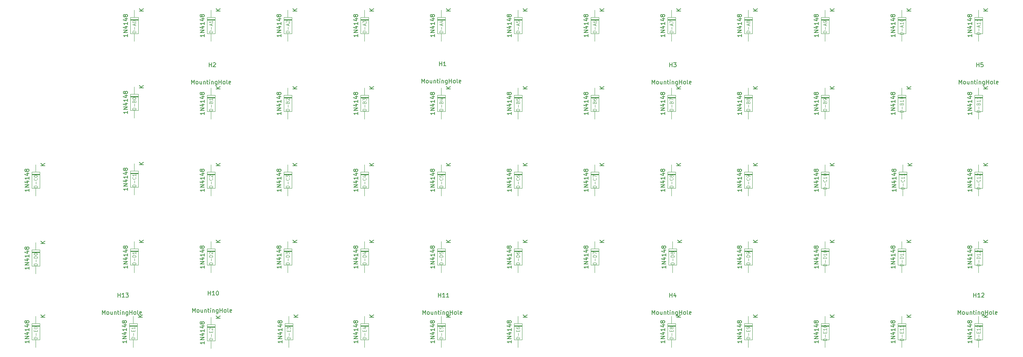
<source format=gbr>
%TF.GenerationSoftware,KiCad,Pcbnew,(5.1.6-0-10_14)*%
%TF.CreationDate,2021-04-03T15:29:21+02:00*%
%TF.ProjectId,Mech50-keyboard,4d656368-3530-42d6-9b65-79626f617264,rev?*%
%TF.SameCoordinates,Original*%
%TF.FileFunction,Other,Fab,Top*%
%FSLAX46Y46*%
G04 Gerber Fmt 4.6, Leading zero omitted, Abs format (unit mm)*
G04 Created by KiCad (PCBNEW (5.1.6-0-10_14)) date 2021-04-03 15:29:21*
%MOMM*%
%LPD*%
G01*
G04 APERTURE LIST*
%ADD10C,0.100000*%
%ADD11C,0.150000*%
%ADD12C,0.120000*%
G04 APERTURE END LIST*
D10*
%TO.C,D-B5*%
X174990000Y-78010000D02*
X172990000Y-78010000D01*
X172990000Y-78010000D02*
X172990000Y-82010000D01*
X172990000Y-82010000D02*
X174990000Y-82010000D01*
X174990000Y-82010000D02*
X174990000Y-78010000D01*
X173990000Y-76200000D02*
X173990000Y-78010000D01*
X173990000Y-83820000D02*
X173990000Y-82010000D01*
X174990000Y-78610000D02*
X172990000Y-78610000D01*
X174990000Y-78710000D02*
X172990000Y-78710000D01*
X174990000Y-78510000D02*
X172990000Y-78510000D01*
%TO.C,D-B8*%
X231378000Y-78010000D02*
X229378000Y-78010000D01*
X229378000Y-78010000D02*
X229378000Y-82010000D01*
X229378000Y-82010000D02*
X231378000Y-82010000D01*
X231378000Y-82010000D02*
X231378000Y-78010000D01*
X230378000Y-76200000D02*
X230378000Y-78010000D01*
X230378000Y-83820000D02*
X230378000Y-82010000D01*
X231378000Y-78610000D02*
X229378000Y-78610000D01*
X231378000Y-78710000D02*
X229378000Y-78710000D01*
X231378000Y-78510000D02*
X229378000Y-78510000D01*
%TO.C,D-B7*%
X212582000Y-78010000D02*
X210582000Y-78010000D01*
X210582000Y-78010000D02*
X210582000Y-82010000D01*
X210582000Y-82010000D02*
X212582000Y-82010000D01*
X212582000Y-82010000D02*
X212582000Y-78010000D01*
X211582000Y-76200000D02*
X211582000Y-78010000D01*
X211582000Y-83820000D02*
X211582000Y-82010000D01*
X212582000Y-78610000D02*
X210582000Y-78610000D01*
X212582000Y-78710000D02*
X210582000Y-78710000D01*
X212582000Y-78510000D02*
X210582000Y-78510000D01*
%TO.C,D-B6*%
X193786000Y-78010000D02*
X191786000Y-78010000D01*
X191786000Y-78010000D02*
X191786000Y-82010000D01*
X191786000Y-82010000D02*
X193786000Y-82010000D01*
X193786000Y-82010000D02*
X193786000Y-78010000D01*
X192786000Y-76200000D02*
X192786000Y-78010000D01*
X192786000Y-83820000D02*
X192786000Y-82010000D01*
X193786000Y-78610000D02*
X191786000Y-78610000D01*
X193786000Y-78710000D02*
X191786000Y-78710000D01*
X193786000Y-78510000D02*
X191786000Y-78510000D01*
%TO.C,D-E12*%
X287766000Y-133890000D02*
X285766000Y-133890000D01*
X285766000Y-133890000D02*
X285766000Y-137890000D01*
X285766000Y-137890000D02*
X287766000Y-137890000D01*
X287766000Y-137890000D02*
X287766000Y-133890000D01*
X286766000Y-132080000D02*
X286766000Y-133890000D01*
X286766000Y-139700000D02*
X286766000Y-137890000D01*
X287766000Y-134490000D02*
X285766000Y-134490000D01*
X287766000Y-134590000D02*
X285766000Y-134590000D01*
X287766000Y-134390000D02*
X285766000Y-134390000D01*
%TO.C,D-E11*%
X268970000Y-133890000D02*
X266970000Y-133890000D01*
X266970000Y-133890000D02*
X266970000Y-137890000D01*
X266970000Y-137890000D02*
X268970000Y-137890000D01*
X268970000Y-137890000D02*
X268970000Y-133890000D01*
X267970000Y-132080000D02*
X267970000Y-133890000D01*
X267970000Y-139700000D02*
X267970000Y-137890000D01*
X268970000Y-134490000D02*
X266970000Y-134490000D01*
X268970000Y-134590000D02*
X266970000Y-134590000D01*
X268970000Y-134390000D02*
X266970000Y-134390000D01*
%TO.C,D-E10*%
X250174000Y-133890000D02*
X248174000Y-133890000D01*
X248174000Y-133890000D02*
X248174000Y-137890000D01*
X248174000Y-137890000D02*
X250174000Y-137890000D01*
X250174000Y-137890000D02*
X250174000Y-133890000D01*
X249174000Y-132080000D02*
X249174000Y-133890000D01*
X249174000Y-139700000D02*
X249174000Y-137890000D01*
X250174000Y-134490000D02*
X248174000Y-134490000D01*
X250174000Y-134590000D02*
X248174000Y-134590000D01*
X250174000Y-134390000D02*
X248174000Y-134390000D01*
%TO.C,D-E9*%
X231378000Y-133890000D02*
X229378000Y-133890000D01*
X229378000Y-133890000D02*
X229378000Y-137890000D01*
X229378000Y-137890000D02*
X231378000Y-137890000D01*
X231378000Y-137890000D02*
X231378000Y-133890000D01*
X230378000Y-132080000D02*
X230378000Y-133890000D01*
X230378000Y-139700000D02*
X230378000Y-137890000D01*
X231378000Y-134490000D02*
X229378000Y-134490000D01*
X231378000Y-134590000D02*
X229378000Y-134590000D01*
X231378000Y-134390000D02*
X229378000Y-134390000D01*
%TO.C,D-E6*%
X174990000Y-133890000D02*
X172990000Y-133890000D01*
X172990000Y-133890000D02*
X172990000Y-137890000D01*
X172990000Y-137890000D02*
X174990000Y-137890000D01*
X174990000Y-137890000D02*
X174990000Y-133890000D01*
X173990000Y-132080000D02*
X173990000Y-133890000D01*
X173990000Y-139700000D02*
X173990000Y-137890000D01*
X174990000Y-134490000D02*
X172990000Y-134490000D01*
X174990000Y-134590000D02*
X172990000Y-134590000D01*
X174990000Y-134390000D02*
X172990000Y-134390000D01*
%TO.C,D-E5*%
X156194000Y-133890000D02*
X154194000Y-133890000D01*
X154194000Y-133890000D02*
X154194000Y-137890000D01*
X154194000Y-137890000D02*
X156194000Y-137890000D01*
X156194000Y-137890000D02*
X156194000Y-133890000D01*
X155194000Y-132080000D02*
X155194000Y-133890000D01*
X155194000Y-139700000D02*
X155194000Y-137890000D01*
X156194000Y-134490000D02*
X154194000Y-134490000D01*
X156194000Y-134590000D02*
X154194000Y-134590000D01*
X156194000Y-134390000D02*
X154194000Y-134390000D01*
%TO.C,D-E4*%
X137398000Y-133890000D02*
X135398000Y-133890000D01*
X135398000Y-133890000D02*
X135398000Y-137890000D01*
X135398000Y-137890000D02*
X137398000Y-137890000D01*
X137398000Y-137890000D02*
X137398000Y-133890000D01*
X136398000Y-132080000D02*
X136398000Y-133890000D01*
X136398000Y-139700000D02*
X136398000Y-137890000D01*
X137398000Y-134490000D02*
X135398000Y-134490000D01*
X137398000Y-134590000D02*
X135398000Y-134590000D01*
X137398000Y-134390000D02*
X135398000Y-134390000D01*
%TO.C,D-E3*%
X118856000Y-133890000D02*
X116856000Y-133890000D01*
X116856000Y-133890000D02*
X116856000Y-137890000D01*
X116856000Y-137890000D02*
X118856000Y-137890000D01*
X118856000Y-137890000D02*
X118856000Y-133890000D01*
X117856000Y-132080000D02*
X117856000Y-133890000D01*
X117856000Y-139700000D02*
X117856000Y-137890000D01*
X118856000Y-134490000D02*
X116856000Y-134490000D01*
X118856000Y-134590000D02*
X116856000Y-134590000D01*
X118856000Y-134390000D02*
X116856000Y-134390000D01*
%TO.C,D-E2*%
X99806000Y-134144000D02*
X97806000Y-134144000D01*
X97806000Y-134144000D02*
X97806000Y-138144000D01*
X97806000Y-138144000D02*
X99806000Y-138144000D01*
X99806000Y-138144000D02*
X99806000Y-134144000D01*
X98806000Y-132334000D02*
X98806000Y-134144000D01*
X98806000Y-139954000D02*
X98806000Y-138144000D01*
X99806000Y-134744000D02*
X97806000Y-134744000D01*
X99806000Y-134844000D02*
X97806000Y-134844000D01*
X99806000Y-134644000D02*
X97806000Y-134644000D01*
%TO.C,D-D12*%
X287766000Y-115602000D02*
X285766000Y-115602000D01*
X285766000Y-115602000D02*
X285766000Y-119602000D01*
X285766000Y-119602000D02*
X287766000Y-119602000D01*
X287766000Y-119602000D02*
X287766000Y-115602000D01*
X286766000Y-113792000D02*
X286766000Y-115602000D01*
X286766000Y-121412000D02*
X286766000Y-119602000D01*
X287766000Y-116202000D02*
X285766000Y-116202000D01*
X287766000Y-116302000D02*
X285766000Y-116302000D01*
X287766000Y-116102000D02*
X285766000Y-116102000D01*
%TO.C,D-D11*%
X268970000Y-115602000D02*
X266970000Y-115602000D01*
X266970000Y-115602000D02*
X266970000Y-119602000D01*
X266970000Y-119602000D02*
X268970000Y-119602000D01*
X268970000Y-119602000D02*
X268970000Y-115602000D01*
X267970000Y-113792000D02*
X267970000Y-115602000D01*
X267970000Y-121412000D02*
X267970000Y-119602000D01*
X268970000Y-116202000D02*
X266970000Y-116202000D01*
X268970000Y-116302000D02*
X266970000Y-116302000D01*
X268970000Y-116102000D02*
X266970000Y-116102000D01*
%TO.C,D-D10*%
X250174000Y-115602000D02*
X248174000Y-115602000D01*
X248174000Y-115602000D02*
X248174000Y-119602000D01*
X248174000Y-119602000D02*
X250174000Y-119602000D01*
X250174000Y-119602000D02*
X250174000Y-115602000D01*
X249174000Y-113792000D02*
X249174000Y-115602000D01*
X249174000Y-121412000D02*
X249174000Y-119602000D01*
X250174000Y-116202000D02*
X248174000Y-116202000D01*
X250174000Y-116302000D02*
X248174000Y-116302000D01*
X250174000Y-116102000D02*
X248174000Y-116102000D01*
%TO.C,D-D9*%
X231378000Y-115602000D02*
X229378000Y-115602000D01*
X229378000Y-115602000D02*
X229378000Y-119602000D01*
X229378000Y-119602000D02*
X231378000Y-119602000D01*
X231378000Y-119602000D02*
X231378000Y-115602000D01*
X230378000Y-113792000D02*
X230378000Y-115602000D01*
X230378000Y-121412000D02*
X230378000Y-119602000D01*
X231378000Y-116202000D02*
X229378000Y-116202000D01*
X231378000Y-116302000D02*
X229378000Y-116302000D01*
X231378000Y-116102000D02*
X229378000Y-116102000D01*
%TO.C,D-D8*%
X212836000Y-115602000D02*
X210836000Y-115602000D01*
X210836000Y-115602000D02*
X210836000Y-119602000D01*
X210836000Y-119602000D02*
X212836000Y-119602000D01*
X212836000Y-119602000D02*
X212836000Y-115602000D01*
X211836000Y-113792000D02*
X211836000Y-115602000D01*
X211836000Y-121412000D02*
X211836000Y-119602000D01*
X212836000Y-116202000D02*
X210836000Y-116202000D01*
X212836000Y-116302000D02*
X210836000Y-116302000D01*
X212836000Y-116102000D02*
X210836000Y-116102000D01*
%TO.C,D-D7*%
X193786000Y-115602000D02*
X191786000Y-115602000D01*
X191786000Y-115602000D02*
X191786000Y-119602000D01*
X191786000Y-119602000D02*
X193786000Y-119602000D01*
X193786000Y-119602000D02*
X193786000Y-115602000D01*
X192786000Y-113792000D02*
X192786000Y-115602000D01*
X192786000Y-121412000D02*
X192786000Y-119602000D01*
X193786000Y-116202000D02*
X191786000Y-116202000D01*
X193786000Y-116302000D02*
X191786000Y-116302000D01*
X193786000Y-116102000D02*
X191786000Y-116102000D01*
%TO.C,D-D6*%
X174990000Y-115602000D02*
X172990000Y-115602000D01*
X172990000Y-115602000D02*
X172990000Y-119602000D01*
X172990000Y-119602000D02*
X174990000Y-119602000D01*
X174990000Y-119602000D02*
X174990000Y-115602000D01*
X173990000Y-113792000D02*
X173990000Y-115602000D01*
X173990000Y-121412000D02*
X173990000Y-119602000D01*
X174990000Y-116202000D02*
X172990000Y-116202000D01*
X174990000Y-116302000D02*
X172990000Y-116302000D01*
X174990000Y-116102000D02*
X172990000Y-116102000D01*
%TO.C,D-D5*%
X156194000Y-115602000D02*
X154194000Y-115602000D01*
X154194000Y-115602000D02*
X154194000Y-119602000D01*
X154194000Y-119602000D02*
X156194000Y-119602000D01*
X156194000Y-119602000D02*
X156194000Y-115602000D01*
X155194000Y-113792000D02*
X155194000Y-115602000D01*
X155194000Y-121412000D02*
X155194000Y-119602000D01*
X156194000Y-116202000D02*
X154194000Y-116202000D01*
X156194000Y-116302000D02*
X154194000Y-116302000D01*
X156194000Y-116102000D02*
X154194000Y-116102000D01*
%TO.C,D-C11*%
X269224000Y-96806000D02*
X267224000Y-96806000D01*
X267224000Y-96806000D02*
X267224000Y-100806000D01*
X267224000Y-100806000D02*
X269224000Y-100806000D01*
X269224000Y-100806000D02*
X269224000Y-96806000D01*
X268224000Y-94996000D02*
X268224000Y-96806000D01*
X268224000Y-102616000D02*
X268224000Y-100806000D01*
X269224000Y-97406000D02*
X267224000Y-97406000D01*
X269224000Y-97506000D02*
X267224000Y-97506000D01*
X269224000Y-97306000D02*
X267224000Y-97306000D01*
%TO.C,D-C10*%
X250174000Y-96806000D02*
X248174000Y-96806000D01*
X248174000Y-96806000D02*
X248174000Y-100806000D01*
X248174000Y-100806000D02*
X250174000Y-100806000D01*
X250174000Y-100806000D02*
X250174000Y-96806000D01*
X249174000Y-94996000D02*
X249174000Y-96806000D01*
X249174000Y-102616000D02*
X249174000Y-100806000D01*
X250174000Y-97406000D02*
X248174000Y-97406000D01*
X250174000Y-97506000D02*
X248174000Y-97506000D01*
X250174000Y-97306000D02*
X248174000Y-97306000D01*
%TO.C,D-C9*%
X231378000Y-96806000D02*
X229378000Y-96806000D01*
X229378000Y-96806000D02*
X229378000Y-100806000D01*
X229378000Y-100806000D02*
X231378000Y-100806000D01*
X231378000Y-100806000D02*
X231378000Y-96806000D01*
X230378000Y-94996000D02*
X230378000Y-96806000D01*
X230378000Y-102616000D02*
X230378000Y-100806000D01*
X231378000Y-97406000D02*
X229378000Y-97406000D01*
X231378000Y-97506000D02*
X229378000Y-97506000D01*
X231378000Y-97306000D02*
X229378000Y-97306000D01*
%TO.C,D-C8*%
X212582000Y-96806000D02*
X210582000Y-96806000D01*
X210582000Y-96806000D02*
X210582000Y-100806000D01*
X210582000Y-100806000D02*
X212582000Y-100806000D01*
X212582000Y-100806000D02*
X212582000Y-96806000D01*
X211582000Y-94996000D02*
X211582000Y-96806000D01*
X211582000Y-102616000D02*
X211582000Y-100806000D01*
X212582000Y-97406000D02*
X210582000Y-97406000D01*
X212582000Y-97506000D02*
X210582000Y-97506000D01*
X212582000Y-97306000D02*
X210582000Y-97306000D01*
%TO.C,D-C7*%
X193786000Y-96806000D02*
X191786000Y-96806000D01*
X191786000Y-96806000D02*
X191786000Y-100806000D01*
X191786000Y-100806000D02*
X193786000Y-100806000D01*
X193786000Y-100806000D02*
X193786000Y-96806000D01*
X192786000Y-94996000D02*
X192786000Y-96806000D01*
X192786000Y-102616000D02*
X192786000Y-100806000D01*
X193786000Y-97406000D02*
X191786000Y-97406000D01*
X193786000Y-97506000D02*
X191786000Y-97506000D01*
X193786000Y-97306000D02*
X191786000Y-97306000D01*
%TO.C,D-C6*%
X174990000Y-96806000D02*
X172990000Y-96806000D01*
X172990000Y-96806000D02*
X172990000Y-100806000D01*
X172990000Y-100806000D02*
X174990000Y-100806000D01*
X174990000Y-100806000D02*
X174990000Y-96806000D01*
X173990000Y-94996000D02*
X173990000Y-96806000D01*
X173990000Y-102616000D02*
X173990000Y-100806000D01*
X174990000Y-97406000D02*
X172990000Y-97406000D01*
X174990000Y-97506000D02*
X172990000Y-97506000D01*
X174990000Y-97306000D02*
X172990000Y-97306000D01*
%TO.C,D-C5*%
X156194000Y-96806000D02*
X154194000Y-96806000D01*
X154194000Y-96806000D02*
X154194000Y-100806000D01*
X154194000Y-100806000D02*
X156194000Y-100806000D01*
X156194000Y-100806000D02*
X156194000Y-96806000D01*
X155194000Y-94996000D02*
X155194000Y-96806000D01*
X155194000Y-102616000D02*
X155194000Y-100806000D01*
X156194000Y-97406000D02*
X154194000Y-97406000D01*
X156194000Y-97506000D02*
X154194000Y-97506000D01*
X156194000Y-97306000D02*
X154194000Y-97306000D01*
%TO.C,D-B10*%
X268970000Y-78010000D02*
X266970000Y-78010000D01*
X266970000Y-78010000D02*
X266970000Y-82010000D01*
X266970000Y-82010000D02*
X268970000Y-82010000D01*
X268970000Y-82010000D02*
X268970000Y-78010000D01*
X267970000Y-76200000D02*
X267970000Y-78010000D01*
X267970000Y-83820000D02*
X267970000Y-82010000D01*
X268970000Y-78610000D02*
X266970000Y-78610000D01*
X268970000Y-78710000D02*
X266970000Y-78710000D01*
X268970000Y-78510000D02*
X266970000Y-78510000D01*
%TO.C,D-B9*%
X250174000Y-78010000D02*
X248174000Y-78010000D01*
X248174000Y-78010000D02*
X248174000Y-82010000D01*
X248174000Y-82010000D02*
X250174000Y-82010000D01*
X250174000Y-82010000D02*
X250174000Y-78010000D01*
X249174000Y-76200000D02*
X249174000Y-78010000D01*
X249174000Y-83820000D02*
X249174000Y-82010000D01*
X250174000Y-78610000D02*
X248174000Y-78610000D01*
X250174000Y-78710000D02*
X248174000Y-78710000D01*
X250174000Y-78510000D02*
X248174000Y-78510000D01*
%TO.C,D-B0*%
X81010000Y-77756000D02*
X79010000Y-77756000D01*
X79010000Y-77756000D02*
X79010000Y-81756000D01*
X79010000Y-81756000D02*
X81010000Y-81756000D01*
X81010000Y-81756000D02*
X81010000Y-77756000D01*
X80010000Y-75946000D02*
X80010000Y-77756000D01*
X80010000Y-83566000D02*
X80010000Y-81756000D01*
X81010000Y-78356000D02*
X79010000Y-78356000D01*
X81010000Y-78456000D02*
X79010000Y-78456000D01*
X81010000Y-78256000D02*
X79010000Y-78256000D01*
%TO.C,D-A0*%
X81010000Y-58960000D02*
X79010000Y-58960000D01*
X79010000Y-58960000D02*
X79010000Y-62960000D01*
X79010000Y-62960000D02*
X81010000Y-62960000D01*
X81010000Y-62960000D02*
X81010000Y-58960000D01*
X80010000Y-57150000D02*
X80010000Y-58960000D01*
X80010000Y-64770000D02*
X80010000Y-62960000D01*
X81010000Y-59560000D02*
X79010000Y-59560000D01*
X81010000Y-59660000D02*
X79010000Y-59660000D01*
X81010000Y-59460000D02*
X79010000Y-59460000D01*
%TO.C,D-D1*%
X81010000Y-115602000D02*
X79010000Y-115602000D01*
X79010000Y-115602000D02*
X79010000Y-119602000D01*
X79010000Y-119602000D02*
X81010000Y-119602000D01*
X81010000Y-119602000D02*
X81010000Y-115602000D01*
X80010000Y-113792000D02*
X80010000Y-115602000D01*
X80010000Y-121412000D02*
X80010000Y-119602000D01*
X81010000Y-116202000D02*
X79010000Y-116202000D01*
X81010000Y-116302000D02*
X79010000Y-116302000D01*
X81010000Y-116102000D02*
X79010000Y-116102000D01*
%TO.C,D-C1*%
X81010000Y-96552000D02*
X79010000Y-96552000D01*
X79010000Y-96552000D02*
X79010000Y-100552000D01*
X79010000Y-100552000D02*
X81010000Y-100552000D01*
X81010000Y-100552000D02*
X81010000Y-96552000D01*
X80010000Y-94742000D02*
X80010000Y-96552000D01*
X80010000Y-102362000D02*
X80010000Y-100552000D01*
X81010000Y-97152000D02*
X79010000Y-97152000D01*
X81010000Y-97252000D02*
X79010000Y-97252000D01*
X81010000Y-97052000D02*
X79010000Y-97052000D01*
%TO.C,D-E8*%
X212582000Y-133890000D02*
X210582000Y-133890000D01*
X210582000Y-133890000D02*
X210582000Y-137890000D01*
X210582000Y-137890000D02*
X212582000Y-137890000D01*
X212582000Y-137890000D02*
X212582000Y-133890000D01*
X211582000Y-132080000D02*
X211582000Y-133890000D01*
X211582000Y-139700000D02*
X211582000Y-137890000D01*
X212582000Y-134490000D02*
X210582000Y-134490000D01*
X212582000Y-134590000D02*
X210582000Y-134590000D01*
X212582000Y-134390000D02*
X210582000Y-134390000D01*
%TO.C,D-C12*%
X287766000Y-96806000D02*
X285766000Y-96806000D01*
X285766000Y-96806000D02*
X285766000Y-100806000D01*
X285766000Y-100806000D02*
X287766000Y-100806000D01*
X287766000Y-100806000D02*
X287766000Y-96806000D01*
X286766000Y-94996000D02*
X286766000Y-96806000D01*
X286766000Y-102616000D02*
X286766000Y-100806000D01*
X287766000Y-97406000D02*
X285766000Y-97406000D01*
X287766000Y-97506000D02*
X285766000Y-97506000D01*
X287766000Y-97306000D02*
X285766000Y-97306000D01*
%TO.C,D-B11*%
X287766000Y-78010000D02*
X285766000Y-78010000D01*
X285766000Y-78010000D02*
X285766000Y-82010000D01*
X285766000Y-82010000D02*
X287766000Y-82010000D01*
X287766000Y-82010000D02*
X287766000Y-78010000D01*
X286766000Y-76200000D02*
X286766000Y-78010000D01*
X286766000Y-83820000D02*
X286766000Y-82010000D01*
X287766000Y-78610000D02*
X285766000Y-78610000D01*
X287766000Y-78710000D02*
X285766000Y-78710000D01*
X287766000Y-78510000D02*
X285766000Y-78510000D01*
%TO.C,D-A11*%
X287766000Y-58960000D02*
X285766000Y-58960000D01*
X285766000Y-58960000D02*
X285766000Y-62960000D01*
X285766000Y-62960000D02*
X287766000Y-62960000D01*
X287766000Y-62960000D02*
X287766000Y-58960000D01*
X286766000Y-57150000D02*
X286766000Y-58960000D01*
X286766000Y-64770000D02*
X286766000Y-62960000D01*
X287766000Y-59560000D02*
X285766000Y-59560000D01*
X287766000Y-59660000D02*
X285766000Y-59660000D01*
X287766000Y-59460000D02*
X285766000Y-59460000D01*
%TO.C,D-E1*%
X80756000Y-133890000D02*
X78756000Y-133890000D01*
X78756000Y-133890000D02*
X78756000Y-137890000D01*
X78756000Y-137890000D02*
X80756000Y-137890000D01*
X80756000Y-137890000D02*
X80756000Y-133890000D01*
X79756000Y-132080000D02*
X79756000Y-133890000D01*
X79756000Y-139700000D02*
X79756000Y-137890000D01*
X80756000Y-134490000D02*
X78756000Y-134490000D01*
X80756000Y-134590000D02*
X78756000Y-134590000D01*
X80756000Y-134390000D02*
X78756000Y-134390000D01*
%TO.C,D-B4*%
X156194000Y-78010000D02*
X154194000Y-78010000D01*
X154194000Y-78010000D02*
X154194000Y-82010000D01*
X154194000Y-82010000D02*
X156194000Y-82010000D01*
X156194000Y-82010000D02*
X156194000Y-78010000D01*
X155194000Y-76200000D02*
X155194000Y-78010000D01*
X155194000Y-83820000D02*
X155194000Y-82010000D01*
X156194000Y-78610000D02*
X154194000Y-78610000D01*
X156194000Y-78710000D02*
X154194000Y-78710000D01*
X156194000Y-78510000D02*
X154194000Y-78510000D01*
%TO.C,D-A10*%
X268970000Y-58960000D02*
X266970000Y-58960000D01*
X266970000Y-58960000D02*
X266970000Y-62960000D01*
X266970000Y-62960000D02*
X268970000Y-62960000D01*
X268970000Y-62960000D02*
X268970000Y-58960000D01*
X267970000Y-57150000D02*
X267970000Y-58960000D01*
X267970000Y-64770000D02*
X267970000Y-62960000D01*
X268970000Y-59560000D02*
X266970000Y-59560000D01*
X268970000Y-59660000D02*
X266970000Y-59660000D01*
X268970000Y-59460000D02*
X266970000Y-59460000D01*
%TO.C,D-A9*%
X250174000Y-58960000D02*
X248174000Y-58960000D01*
X248174000Y-58960000D02*
X248174000Y-62960000D01*
X248174000Y-62960000D02*
X250174000Y-62960000D01*
X250174000Y-62960000D02*
X250174000Y-58960000D01*
X249174000Y-57150000D02*
X249174000Y-58960000D01*
X249174000Y-64770000D02*
X249174000Y-62960000D01*
X250174000Y-59560000D02*
X248174000Y-59560000D01*
X250174000Y-59660000D02*
X248174000Y-59660000D01*
X250174000Y-59460000D02*
X248174000Y-59460000D01*
%TO.C,D-A8*%
X231378000Y-58960000D02*
X229378000Y-58960000D01*
X229378000Y-58960000D02*
X229378000Y-62960000D01*
X229378000Y-62960000D02*
X231378000Y-62960000D01*
X231378000Y-62960000D02*
X231378000Y-58960000D01*
X230378000Y-57150000D02*
X230378000Y-58960000D01*
X230378000Y-64770000D02*
X230378000Y-62960000D01*
X231378000Y-59560000D02*
X229378000Y-59560000D01*
X231378000Y-59660000D02*
X229378000Y-59660000D01*
X231378000Y-59460000D02*
X229378000Y-59460000D01*
%TO.C,D-A7*%
X212582000Y-58960000D02*
X210582000Y-58960000D01*
X210582000Y-58960000D02*
X210582000Y-62960000D01*
X210582000Y-62960000D02*
X212582000Y-62960000D01*
X212582000Y-62960000D02*
X212582000Y-58960000D01*
X211582000Y-57150000D02*
X211582000Y-58960000D01*
X211582000Y-64770000D02*
X211582000Y-62960000D01*
X212582000Y-59560000D02*
X210582000Y-59560000D01*
X212582000Y-59660000D02*
X210582000Y-59660000D01*
X212582000Y-59460000D02*
X210582000Y-59460000D01*
%TO.C,D-A6*%
X193786000Y-58960000D02*
X191786000Y-58960000D01*
X191786000Y-58960000D02*
X191786000Y-62960000D01*
X191786000Y-62960000D02*
X193786000Y-62960000D01*
X193786000Y-62960000D02*
X193786000Y-58960000D01*
X192786000Y-57150000D02*
X192786000Y-58960000D01*
X192786000Y-64770000D02*
X192786000Y-62960000D01*
X193786000Y-59560000D02*
X191786000Y-59560000D01*
X193786000Y-59660000D02*
X191786000Y-59660000D01*
X193786000Y-59460000D02*
X191786000Y-59460000D01*
%TO.C,D-A5*%
X174990000Y-58960000D02*
X172990000Y-58960000D01*
X172990000Y-58960000D02*
X172990000Y-62960000D01*
X172990000Y-62960000D02*
X174990000Y-62960000D01*
X174990000Y-62960000D02*
X174990000Y-58960000D01*
X173990000Y-57150000D02*
X173990000Y-58960000D01*
X173990000Y-64770000D02*
X173990000Y-62960000D01*
X174990000Y-59560000D02*
X172990000Y-59560000D01*
X174990000Y-59660000D02*
X172990000Y-59660000D01*
X174990000Y-59460000D02*
X172990000Y-59460000D01*
%TO.C,D-A4*%
X156194000Y-58960000D02*
X154194000Y-58960000D01*
X154194000Y-58960000D02*
X154194000Y-62960000D01*
X154194000Y-62960000D02*
X156194000Y-62960000D01*
X156194000Y-62960000D02*
X156194000Y-58960000D01*
X155194000Y-57150000D02*
X155194000Y-58960000D01*
X155194000Y-64770000D02*
X155194000Y-62960000D01*
X156194000Y-59560000D02*
X154194000Y-59560000D01*
X156194000Y-59660000D02*
X154194000Y-59660000D01*
X156194000Y-59460000D02*
X154194000Y-59460000D01*
%TO.C,D-D4*%
X137398000Y-115602000D02*
X135398000Y-115602000D01*
X135398000Y-115602000D02*
X135398000Y-119602000D01*
X135398000Y-119602000D02*
X137398000Y-119602000D01*
X137398000Y-119602000D02*
X137398000Y-115602000D01*
X136398000Y-113792000D02*
X136398000Y-115602000D01*
X136398000Y-121412000D02*
X136398000Y-119602000D01*
X137398000Y-116202000D02*
X135398000Y-116202000D01*
X137398000Y-116302000D02*
X135398000Y-116302000D01*
X137398000Y-116102000D02*
X135398000Y-116102000D01*
%TO.C,D-D3*%
X118602000Y-115602000D02*
X116602000Y-115602000D01*
X116602000Y-115602000D02*
X116602000Y-119602000D01*
X116602000Y-119602000D02*
X118602000Y-119602000D01*
X118602000Y-119602000D02*
X118602000Y-115602000D01*
X117602000Y-113792000D02*
X117602000Y-115602000D01*
X117602000Y-121412000D02*
X117602000Y-119602000D01*
X118602000Y-116202000D02*
X116602000Y-116202000D01*
X118602000Y-116302000D02*
X116602000Y-116302000D01*
X118602000Y-116102000D02*
X116602000Y-116102000D01*
%TO.C,D-D2*%
X99806000Y-115602000D02*
X97806000Y-115602000D01*
X97806000Y-115602000D02*
X97806000Y-119602000D01*
X97806000Y-119602000D02*
X99806000Y-119602000D01*
X99806000Y-119602000D02*
X99806000Y-115602000D01*
X98806000Y-113792000D02*
X98806000Y-115602000D01*
X98806000Y-121412000D02*
X98806000Y-119602000D01*
X99806000Y-116202000D02*
X97806000Y-116202000D01*
X99806000Y-116302000D02*
X97806000Y-116302000D01*
X99806000Y-116102000D02*
X97806000Y-116102000D01*
%TO.C,D-C4*%
X137398000Y-96806000D02*
X135398000Y-96806000D01*
X135398000Y-96806000D02*
X135398000Y-100806000D01*
X135398000Y-100806000D02*
X137398000Y-100806000D01*
X137398000Y-100806000D02*
X137398000Y-96806000D01*
X136398000Y-94996000D02*
X136398000Y-96806000D01*
X136398000Y-102616000D02*
X136398000Y-100806000D01*
X137398000Y-97406000D02*
X135398000Y-97406000D01*
X137398000Y-97506000D02*
X135398000Y-97506000D01*
X137398000Y-97306000D02*
X135398000Y-97306000D01*
%TO.C,D-C3*%
X118602000Y-96806000D02*
X116602000Y-96806000D01*
X116602000Y-96806000D02*
X116602000Y-100806000D01*
X116602000Y-100806000D02*
X118602000Y-100806000D01*
X118602000Y-100806000D02*
X118602000Y-96806000D01*
X117602000Y-94996000D02*
X117602000Y-96806000D01*
X117602000Y-102616000D02*
X117602000Y-100806000D01*
X118602000Y-97406000D02*
X116602000Y-97406000D01*
X118602000Y-97506000D02*
X116602000Y-97506000D01*
X118602000Y-97306000D02*
X116602000Y-97306000D01*
%TO.C,D-C2*%
X99806000Y-96806000D02*
X97806000Y-96806000D01*
X97806000Y-96806000D02*
X97806000Y-100806000D01*
X97806000Y-100806000D02*
X99806000Y-100806000D01*
X99806000Y-100806000D02*
X99806000Y-96806000D01*
X98806000Y-94996000D02*
X98806000Y-96806000D01*
X98806000Y-102616000D02*
X98806000Y-100806000D01*
X99806000Y-97406000D02*
X97806000Y-97406000D01*
X99806000Y-97506000D02*
X97806000Y-97506000D01*
X99806000Y-97306000D02*
X97806000Y-97306000D01*
%TO.C,D-B3*%
X137398000Y-78010000D02*
X135398000Y-78010000D01*
X135398000Y-78010000D02*
X135398000Y-82010000D01*
X135398000Y-82010000D02*
X137398000Y-82010000D01*
X137398000Y-82010000D02*
X137398000Y-78010000D01*
X136398000Y-76200000D02*
X136398000Y-78010000D01*
X136398000Y-83820000D02*
X136398000Y-82010000D01*
X137398000Y-78610000D02*
X135398000Y-78610000D01*
X137398000Y-78710000D02*
X135398000Y-78710000D01*
X137398000Y-78510000D02*
X135398000Y-78510000D01*
%TO.C,D-B2*%
X118602000Y-78010000D02*
X116602000Y-78010000D01*
X116602000Y-78010000D02*
X116602000Y-82010000D01*
X116602000Y-82010000D02*
X118602000Y-82010000D01*
X118602000Y-82010000D02*
X118602000Y-78010000D01*
X117602000Y-76200000D02*
X117602000Y-78010000D01*
X117602000Y-83820000D02*
X117602000Y-82010000D01*
X118602000Y-78610000D02*
X116602000Y-78610000D01*
X118602000Y-78710000D02*
X116602000Y-78710000D01*
X118602000Y-78510000D02*
X116602000Y-78510000D01*
%TO.C,D-B1*%
X99806000Y-78010000D02*
X97806000Y-78010000D01*
X97806000Y-78010000D02*
X97806000Y-82010000D01*
X97806000Y-82010000D02*
X99806000Y-82010000D01*
X99806000Y-82010000D02*
X99806000Y-78010000D01*
X98806000Y-76200000D02*
X98806000Y-78010000D01*
X98806000Y-83820000D02*
X98806000Y-82010000D01*
X99806000Y-78610000D02*
X97806000Y-78610000D01*
X99806000Y-78710000D02*
X97806000Y-78710000D01*
X99806000Y-78510000D02*
X97806000Y-78510000D01*
%TO.C,D-A3*%
X137398000Y-58960000D02*
X135398000Y-58960000D01*
X135398000Y-58960000D02*
X135398000Y-62960000D01*
X135398000Y-62960000D02*
X137398000Y-62960000D01*
X137398000Y-62960000D02*
X137398000Y-58960000D01*
X136398000Y-57150000D02*
X136398000Y-58960000D01*
X136398000Y-64770000D02*
X136398000Y-62960000D01*
X137398000Y-59560000D02*
X135398000Y-59560000D01*
X137398000Y-59660000D02*
X135398000Y-59660000D01*
X137398000Y-59460000D02*
X135398000Y-59460000D01*
%TO.C,D-A2*%
X118602000Y-58960000D02*
X116602000Y-58960000D01*
X116602000Y-58960000D02*
X116602000Y-62960000D01*
X116602000Y-62960000D02*
X118602000Y-62960000D01*
X118602000Y-62960000D02*
X118602000Y-58960000D01*
X117602000Y-57150000D02*
X117602000Y-58960000D01*
X117602000Y-64770000D02*
X117602000Y-62960000D01*
X118602000Y-59560000D02*
X116602000Y-59560000D01*
X118602000Y-59660000D02*
X116602000Y-59660000D01*
X118602000Y-59460000D02*
X116602000Y-59460000D01*
%TO.C,D-A1*%
X99806000Y-58960000D02*
X97806000Y-58960000D01*
X97806000Y-58960000D02*
X97806000Y-62960000D01*
X97806000Y-62960000D02*
X99806000Y-62960000D01*
X99806000Y-62960000D02*
X99806000Y-58960000D01*
X98806000Y-57150000D02*
X98806000Y-58960000D01*
X98806000Y-64770000D02*
X98806000Y-62960000D01*
X99806000Y-59560000D02*
X97806000Y-59560000D01*
X99806000Y-59660000D02*
X97806000Y-59660000D01*
X99806000Y-59460000D02*
X97806000Y-59460000D01*
%TO.C,D-E0*%
X56880000Y-133890000D02*
X54880000Y-133890000D01*
X54880000Y-133890000D02*
X54880000Y-137890000D01*
X54880000Y-137890000D02*
X56880000Y-137890000D01*
X56880000Y-137890000D02*
X56880000Y-133890000D01*
X55880000Y-132080000D02*
X55880000Y-133890000D01*
X55880000Y-139700000D02*
X55880000Y-137890000D01*
X56880000Y-134490000D02*
X54880000Y-134490000D01*
X56880000Y-134590000D02*
X54880000Y-134590000D01*
X56880000Y-134390000D02*
X54880000Y-134390000D01*
%TO.C,D-D0*%
X56880000Y-115856000D02*
X54880000Y-115856000D01*
X54880000Y-115856000D02*
X54880000Y-119856000D01*
X54880000Y-119856000D02*
X56880000Y-119856000D01*
X56880000Y-119856000D02*
X56880000Y-115856000D01*
X55880000Y-114046000D02*
X55880000Y-115856000D01*
X55880000Y-121666000D02*
X55880000Y-119856000D01*
X56880000Y-116456000D02*
X54880000Y-116456000D01*
X56880000Y-116556000D02*
X54880000Y-116556000D01*
X56880000Y-116356000D02*
X54880000Y-116356000D01*
%TO.C,D-C0*%
X56880000Y-96806000D02*
X54880000Y-96806000D01*
X54880000Y-96806000D02*
X54880000Y-100806000D01*
X54880000Y-100806000D02*
X56880000Y-100806000D01*
X56880000Y-100806000D02*
X56880000Y-96806000D01*
X55880000Y-94996000D02*
X55880000Y-96806000D01*
X55880000Y-102616000D02*
X55880000Y-100806000D01*
X56880000Y-97406000D02*
X54880000Y-97406000D01*
X56880000Y-97506000D02*
X54880000Y-97506000D01*
X56880000Y-97306000D02*
X54880000Y-97306000D01*
%TD*%
%TO.C,D-B5*%
D11*
X172322380Y-82152857D02*
X172322380Y-82724285D01*
X172322380Y-82438571D02*
X171322380Y-82438571D01*
X171465238Y-82533809D01*
X171560476Y-82629047D01*
X171608095Y-82724285D01*
X172322380Y-81724285D02*
X171322380Y-81724285D01*
X172322380Y-81152857D01*
X171322380Y-81152857D01*
X171655714Y-80248095D02*
X172322380Y-80248095D01*
X171274761Y-80486190D02*
X171989047Y-80724285D01*
X171989047Y-80105238D01*
X172322380Y-79200476D02*
X172322380Y-79771904D01*
X172322380Y-79486190D02*
X171322380Y-79486190D01*
X171465238Y-79581428D01*
X171560476Y-79676666D01*
X171608095Y-79771904D01*
X171655714Y-78343333D02*
X172322380Y-78343333D01*
X171274761Y-78581428D02*
X171989047Y-78819523D01*
X171989047Y-78200476D01*
X171750952Y-77676666D02*
X171703333Y-77771904D01*
X171655714Y-77819523D01*
X171560476Y-77867142D01*
X171512857Y-77867142D01*
X171417619Y-77819523D01*
X171370000Y-77771904D01*
X171322380Y-77676666D01*
X171322380Y-77486190D01*
X171370000Y-77390952D01*
X171417619Y-77343333D01*
X171512857Y-77295714D01*
X171560476Y-77295714D01*
X171655714Y-77343333D01*
X171703333Y-77390952D01*
X171750952Y-77486190D01*
X171750952Y-77676666D01*
X171798571Y-77771904D01*
X171846190Y-77819523D01*
X171941428Y-77867142D01*
X172131904Y-77867142D01*
X172227142Y-77819523D01*
X172274761Y-77771904D01*
X172322380Y-77676666D01*
X172322380Y-77486190D01*
X172274761Y-77390952D01*
X172227142Y-77343333D01*
X172131904Y-77295714D01*
X171941428Y-77295714D01*
X171846190Y-77343333D01*
X171798571Y-77390952D01*
X171750952Y-77486190D01*
X176242380Y-76461904D02*
X175242380Y-76461904D01*
X176242380Y-75890476D02*
X175670952Y-76319047D01*
X175242380Y-75890476D02*
X175813809Y-76461904D01*
X176242380Y-76461904D02*
X175242380Y-76461904D01*
X176242380Y-75890476D02*
X175670952Y-76319047D01*
X175242380Y-75890476D02*
X175813809Y-76461904D01*
D12*
X174351904Y-81795714D02*
X173551904Y-81795714D01*
X173551904Y-81605238D01*
X173590000Y-81490952D01*
X173666190Y-81414761D01*
X173742380Y-81376666D01*
X173894761Y-81338571D01*
X174009047Y-81338571D01*
X174161428Y-81376666D01*
X174237619Y-81414761D01*
X174313809Y-81490952D01*
X174351904Y-81605238D01*
X174351904Y-81795714D01*
X174047142Y-80995714D02*
X174047142Y-80386190D01*
X173932857Y-79738571D02*
X173970952Y-79624285D01*
X174009047Y-79586190D01*
X174085238Y-79548095D01*
X174199523Y-79548095D01*
X174275714Y-79586190D01*
X174313809Y-79624285D01*
X174351904Y-79700476D01*
X174351904Y-80005238D01*
X173551904Y-80005238D01*
X173551904Y-79738571D01*
X173590000Y-79662380D01*
X173628095Y-79624285D01*
X173704285Y-79586190D01*
X173780476Y-79586190D01*
X173856666Y-79624285D01*
X173894761Y-79662380D01*
X173932857Y-79738571D01*
X173932857Y-80005238D01*
X173551904Y-78824285D02*
X173551904Y-79205238D01*
X173932857Y-79243333D01*
X173894761Y-79205238D01*
X173856666Y-79129047D01*
X173856666Y-78938571D01*
X173894761Y-78862380D01*
X173932857Y-78824285D01*
X174009047Y-78786190D01*
X174199523Y-78786190D01*
X174275714Y-78824285D01*
X174313809Y-78862380D01*
X174351904Y-78938571D01*
X174351904Y-79129047D01*
X174313809Y-79205238D01*
X174275714Y-79243333D01*
%TO.C,D-B8*%
D11*
X228710380Y-82152857D02*
X228710380Y-82724285D01*
X228710380Y-82438571D02*
X227710380Y-82438571D01*
X227853238Y-82533809D01*
X227948476Y-82629047D01*
X227996095Y-82724285D01*
X228710380Y-81724285D02*
X227710380Y-81724285D01*
X228710380Y-81152857D01*
X227710380Y-81152857D01*
X228043714Y-80248095D02*
X228710380Y-80248095D01*
X227662761Y-80486190D02*
X228377047Y-80724285D01*
X228377047Y-80105238D01*
X228710380Y-79200476D02*
X228710380Y-79771904D01*
X228710380Y-79486190D02*
X227710380Y-79486190D01*
X227853238Y-79581428D01*
X227948476Y-79676666D01*
X227996095Y-79771904D01*
X228043714Y-78343333D02*
X228710380Y-78343333D01*
X227662761Y-78581428D02*
X228377047Y-78819523D01*
X228377047Y-78200476D01*
X228138952Y-77676666D02*
X228091333Y-77771904D01*
X228043714Y-77819523D01*
X227948476Y-77867142D01*
X227900857Y-77867142D01*
X227805619Y-77819523D01*
X227758000Y-77771904D01*
X227710380Y-77676666D01*
X227710380Y-77486190D01*
X227758000Y-77390952D01*
X227805619Y-77343333D01*
X227900857Y-77295714D01*
X227948476Y-77295714D01*
X228043714Y-77343333D01*
X228091333Y-77390952D01*
X228138952Y-77486190D01*
X228138952Y-77676666D01*
X228186571Y-77771904D01*
X228234190Y-77819523D01*
X228329428Y-77867142D01*
X228519904Y-77867142D01*
X228615142Y-77819523D01*
X228662761Y-77771904D01*
X228710380Y-77676666D01*
X228710380Y-77486190D01*
X228662761Y-77390952D01*
X228615142Y-77343333D01*
X228519904Y-77295714D01*
X228329428Y-77295714D01*
X228234190Y-77343333D01*
X228186571Y-77390952D01*
X228138952Y-77486190D01*
X232630380Y-76461904D02*
X231630380Y-76461904D01*
X232630380Y-75890476D02*
X232058952Y-76319047D01*
X231630380Y-75890476D02*
X232201809Y-76461904D01*
X232630380Y-76461904D02*
X231630380Y-76461904D01*
X232630380Y-75890476D02*
X232058952Y-76319047D01*
X231630380Y-75890476D02*
X232201809Y-76461904D01*
D12*
X230739904Y-81795714D02*
X229939904Y-81795714D01*
X229939904Y-81605238D01*
X229978000Y-81490952D01*
X230054190Y-81414761D01*
X230130380Y-81376666D01*
X230282761Y-81338571D01*
X230397047Y-81338571D01*
X230549428Y-81376666D01*
X230625619Y-81414761D01*
X230701809Y-81490952D01*
X230739904Y-81605238D01*
X230739904Y-81795714D01*
X230435142Y-80995714D02*
X230435142Y-80386190D01*
X230320857Y-79738571D02*
X230358952Y-79624285D01*
X230397047Y-79586190D01*
X230473238Y-79548095D01*
X230587523Y-79548095D01*
X230663714Y-79586190D01*
X230701809Y-79624285D01*
X230739904Y-79700476D01*
X230739904Y-80005238D01*
X229939904Y-80005238D01*
X229939904Y-79738571D01*
X229978000Y-79662380D01*
X230016095Y-79624285D01*
X230092285Y-79586190D01*
X230168476Y-79586190D01*
X230244666Y-79624285D01*
X230282761Y-79662380D01*
X230320857Y-79738571D01*
X230320857Y-80005238D01*
X230282761Y-79090952D02*
X230244666Y-79167142D01*
X230206571Y-79205238D01*
X230130380Y-79243333D01*
X230092285Y-79243333D01*
X230016095Y-79205238D01*
X229978000Y-79167142D01*
X229939904Y-79090952D01*
X229939904Y-78938571D01*
X229978000Y-78862380D01*
X230016095Y-78824285D01*
X230092285Y-78786190D01*
X230130380Y-78786190D01*
X230206571Y-78824285D01*
X230244666Y-78862380D01*
X230282761Y-78938571D01*
X230282761Y-79090952D01*
X230320857Y-79167142D01*
X230358952Y-79205238D01*
X230435142Y-79243333D01*
X230587523Y-79243333D01*
X230663714Y-79205238D01*
X230701809Y-79167142D01*
X230739904Y-79090952D01*
X230739904Y-78938571D01*
X230701809Y-78862380D01*
X230663714Y-78824285D01*
X230587523Y-78786190D01*
X230435142Y-78786190D01*
X230358952Y-78824285D01*
X230320857Y-78862380D01*
X230282761Y-78938571D01*
%TO.C,D-B7*%
D11*
X209914380Y-82152857D02*
X209914380Y-82724285D01*
X209914380Y-82438571D02*
X208914380Y-82438571D01*
X209057238Y-82533809D01*
X209152476Y-82629047D01*
X209200095Y-82724285D01*
X209914380Y-81724285D02*
X208914380Y-81724285D01*
X209914380Y-81152857D01*
X208914380Y-81152857D01*
X209247714Y-80248095D02*
X209914380Y-80248095D01*
X208866761Y-80486190D02*
X209581047Y-80724285D01*
X209581047Y-80105238D01*
X209914380Y-79200476D02*
X209914380Y-79771904D01*
X209914380Y-79486190D02*
X208914380Y-79486190D01*
X209057238Y-79581428D01*
X209152476Y-79676666D01*
X209200095Y-79771904D01*
X209247714Y-78343333D02*
X209914380Y-78343333D01*
X208866761Y-78581428D02*
X209581047Y-78819523D01*
X209581047Y-78200476D01*
X209342952Y-77676666D02*
X209295333Y-77771904D01*
X209247714Y-77819523D01*
X209152476Y-77867142D01*
X209104857Y-77867142D01*
X209009619Y-77819523D01*
X208962000Y-77771904D01*
X208914380Y-77676666D01*
X208914380Y-77486190D01*
X208962000Y-77390952D01*
X209009619Y-77343333D01*
X209104857Y-77295714D01*
X209152476Y-77295714D01*
X209247714Y-77343333D01*
X209295333Y-77390952D01*
X209342952Y-77486190D01*
X209342952Y-77676666D01*
X209390571Y-77771904D01*
X209438190Y-77819523D01*
X209533428Y-77867142D01*
X209723904Y-77867142D01*
X209819142Y-77819523D01*
X209866761Y-77771904D01*
X209914380Y-77676666D01*
X209914380Y-77486190D01*
X209866761Y-77390952D01*
X209819142Y-77343333D01*
X209723904Y-77295714D01*
X209533428Y-77295714D01*
X209438190Y-77343333D01*
X209390571Y-77390952D01*
X209342952Y-77486190D01*
X213834380Y-76461904D02*
X212834380Y-76461904D01*
X213834380Y-75890476D02*
X213262952Y-76319047D01*
X212834380Y-75890476D02*
X213405809Y-76461904D01*
X213834380Y-76461904D02*
X212834380Y-76461904D01*
X213834380Y-75890476D02*
X213262952Y-76319047D01*
X212834380Y-75890476D02*
X213405809Y-76461904D01*
D12*
X211943904Y-81795714D02*
X211143904Y-81795714D01*
X211143904Y-81605238D01*
X211182000Y-81490952D01*
X211258190Y-81414761D01*
X211334380Y-81376666D01*
X211486761Y-81338571D01*
X211601047Y-81338571D01*
X211753428Y-81376666D01*
X211829619Y-81414761D01*
X211905809Y-81490952D01*
X211943904Y-81605238D01*
X211943904Y-81795714D01*
X211639142Y-80995714D02*
X211639142Y-80386190D01*
X211524857Y-79738571D02*
X211562952Y-79624285D01*
X211601047Y-79586190D01*
X211677238Y-79548095D01*
X211791523Y-79548095D01*
X211867714Y-79586190D01*
X211905809Y-79624285D01*
X211943904Y-79700476D01*
X211943904Y-80005238D01*
X211143904Y-80005238D01*
X211143904Y-79738571D01*
X211182000Y-79662380D01*
X211220095Y-79624285D01*
X211296285Y-79586190D01*
X211372476Y-79586190D01*
X211448666Y-79624285D01*
X211486761Y-79662380D01*
X211524857Y-79738571D01*
X211524857Y-80005238D01*
X211143904Y-79281428D02*
X211143904Y-78748095D01*
X211943904Y-79090952D01*
%TO.C,D-B6*%
D11*
X191118380Y-82152857D02*
X191118380Y-82724285D01*
X191118380Y-82438571D02*
X190118380Y-82438571D01*
X190261238Y-82533809D01*
X190356476Y-82629047D01*
X190404095Y-82724285D01*
X191118380Y-81724285D02*
X190118380Y-81724285D01*
X191118380Y-81152857D01*
X190118380Y-81152857D01*
X190451714Y-80248095D02*
X191118380Y-80248095D01*
X190070761Y-80486190D02*
X190785047Y-80724285D01*
X190785047Y-80105238D01*
X191118380Y-79200476D02*
X191118380Y-79771904D01*
X191118380Y-79486190D02*
X190118380Y-79486190D01*
X190261238Y-79581428D01*
X190356476Y-79676666D01*
X190404095Y-79771904D01*
X190451714Y-78343333D02*
X191118380Y-78343333D01*
X190070761Y-78581428D02*
X190785047Y-78819523D01*
X190785047Y-78200476D01*
X190546952Y-77676666D02*
X190499333Y-77771904D01*
X190451714Y-77819523D01*
X190356476Y-77867142D01*
X190308857Y-77867142D01*
X190213619Y-77819523D01*
X190166000Y-77771904D01*
X190118380Y-77676666D01*
X190118380Y-77486190D01*
X190166000Y-77390952D01*
X190213619Y-77343333D01*
X190308857Y-77295714D01*
X190356476Y-77295714D01*
X190451714Y-77343333D01*
X190499333Y-77390952D01*
X190546952Y-77486190D01*
X190546952Y-77676666D01*
X190594571Y-77771904D01*
X190642190Y-77819523D01*
X190737428Y-77867142D01*
X190927904Y-77867142D01*
X191023142Y-77819523D01*
X191070761Y-77771904D01*
X191118380Y-77676666D01*
X191118380Y-77486190D01*
X191070761Y-77390952D01*
X191023142Y-77343333D01*
X190927904Y-77295714D01*
X190737428Y-77295714D01*
X190642190Y-77343333D01*
X190594571Y-77390952D01*
X190546952Y-77486190D01*
X195038380Y-76461904D02*
X194038380Y-76461904D01*
X195038380Y-75890476D02*
X194466952Y-76319047D01*
X194038380Y-75890476D02*
X194609809Y-76461904D01*
X195038380Y-76461904D02*
X194038380Y-76461904D01*
X195038380Y-75890476D02*
X194466952Y-76319047D01*
X194038380Y-75890476D02*
X194609809Y-76461904D01*
D12*
X193147904Y-81795714D02*
X192347904Y-81795714D01*
X192347904Y-81605238D01*
X192386000Y-81490952D01*
X192462190Y-81414761D01*
X192538380Y-81376666D01*
X192690761Y-81338571D01*
X192805047Y-81338571D01*
X192957428Y-81376666D01*
X193033619Y-81414761D01*
X193109809Y-81490952D01*
X193147904Y-81605238D01*
X193147904Y-81795714D01*
X192843142Y-80995714D02*
X192843142Y-80386190D01*
X192728857Y-79738571D02*
X192766952Y-79624285D01*
X192805047Y-79586190D01*
X192881238Y-79548095D01*
X192995523Y-79548095D01*
X193071714Y-79586190D01*
X193109809Y-79624285D01*
X193147904Y-79700476D01*
X193147904Y-80005238D01*
X192347904Y-80005238D01*
X192347904Y-79738571D01*
X192386000Y-79662380D01*
X192424095Y-79624285D01*
X192500285Y-79586190D01*
X192576476Y-79586190D01*
X192652666Y-79624285D01*
X192690761Y-79662380D01*
X192728857Y-79738571D01*
X192728857Y-80005238D01*
X192347904Y-78862380D02*
X192347904Y-79014761D01*
X192386000Y-79090952D01*
X192424095Y-79129047D01*
X192538380Y-79205238D01*
X192690761Y-79243333D01*
X192995523Y-79243333D01*
X193071714Y-79205238D01*
X193109809Y-79167142D01*
X193147904Y-79090952D01*
X193147904Y-78938571D01*
X193109809Y-78862380D01*
X193071714Y-78824285D01*
X192995523Y-78786190D01*
X192805047Y-78786190D01*
X192728857Y-78824285D01*
X192690761Y-78862380D01*
X192652666Y-78938571D01*
X192652666Y-79090952D01*
X192690761Y-79167142D01*
X192728857Y-79205238D01*
X192805047Y-79243333D01*
%TO.C,D-E12*%
D11*
X285098380Y-138032857D02*
X285098380Y-138604285D01*
X285098380Y-138318571D02*
X284098380Y-138318571D01*
X284241238Y-138413809D01*
X284336476Y-138509047D01*
X284384095Y-138604285D01*
X285098380Y-137604285D02*
X284098380Y-137604285D01*
X285098380Y-137032857D01*
X284098380Y-137032857D01*
X284431714Y-136128095D02*
X285098380Y-136128095D01*
X284050761Y-136366190D02*
X284765047Y-136604285D01*
X284765047Y-135985238D01*
X285098380Y-135080476D02*
X285098380Y-135651904D01*
X285098380Y-135366190D02*
X284098380Y-135366190D01*
X284241238Y-135461428D01*
X284336476Y-135556666D01*
X284384095Y-135651904D01*
X284431714Y-134223333D02*
X285098380Y-134223333D01*
X284050761Y-134461428D02*
X284765047Y-134699523D01*
X284765047Y-134080476D01*
X284526952Y-133556666D02*
X284479333Y-133651904D01*
X284431714Y-133699523D01*
X284336476Y-133747142D01*
X284288857Y-133747142D01*
X284193619Y-133699523D01*
X284146000Y-133651904D01*
X284098380Y-133556666D01*
X284098380Y-133366190D01*
X284146000Y-133270952D01*
X284193619Y-133223333D01*
X284288857Y-133175714D01*
X284336476Y-133175714D01*
X284431714Y-133223333D01*
X284479333Y-133270952D01*
X284526952Y-133366190D01*
X284526952Y-133556666D01*
X284574571Y-133651904D01*
X284622190Y-133699523D01*
X284717428Y-133747142D01*
X284907904Y-133747142D01*
X285003142Y-133699523D01*
X285050761Y-133651904D01*
X285098380Y-133556666D01*
X285098380Y-133366190D01*
X285050761Y-133270952D01*
X285003142Y-133223333D01*
X284907904Y-133175714D01*
X284717428Y-133175714D01*
X284622190Y-133223333D01*
X284574571Y-133270952D01*
X284526952Y-133366190D01*
X289018380Y-132341904D02*
X288018380Y-132341904D01*
X289018380Y-131770476D02*
X288446952Y-132199047D01*
X288018380Y-131770476D02*
X288589809Y-132341904D01*
X289018380Y-132341904D02*
X288018380Y-132341904D01*
X289018380Y-131770476D02*
X288446952Y-132199047D01*
X288018380Y-131770476D02*
X288589809Y-132341904D01*
D12*
X287127904Y-138018571D02*
X286327904Y-138018571D01*
X286327904Y-137828095D01*
X286366000Y-137713809D01*
X286442190Y-137637619D01*
X286518380Y-137599523D01*
X286670761Y-137561428D01*
X286785047Y-137561428D01*
X286937428Y-137599523D01*
X287013619Y-137637619D01*
X287089809Y-137713809D01*
X287127904Y-137828095D01*
X287127904Y-138018571D01*
X286823142Y-137218571D02*
X286823142Y-136609047D01*
X286708857Y-136228095D02*
X286708857Y-135961428D01*
X287127904Y-135847142D02*
X287127904Y-136228095D01*
X286327904Y-136228095D01*
X286327904Y-135847142D01*
X287127904Y-135085238D02*
X287127904Y-135542380D01*
X287127904Y-135313809D02*
X286327904Y-135313809D01*
X286442190Y-135390000D01*
X286518380Y-135466190D01*
X286556476Y-135542380D01*
X286404095Y-134780476D02*
X286366000Y-134742380D01*
X286327904Y-134666190D01*
X286327904Y-134475714D01*
X286366000Y-134399523D01*
X286404095Y-134361428D01*
X286480285Y-134323333D01*
X286556476Y-134323333D01*
X286670761Y-134361428D01*
X287127904Y-134818571D01*
X287127904Y-134323333D01*
%TO.C,D-E11*%
D11*
X266302380Y-138032857D02*
X266302380Y-138604285D01*
X266302380Y-138318571D02*
X265302380Y-138318571D01*
X265445238Y-138413809D01*
X265540476Y-138509047D01*
X265588095Y-138604285D01*
X266302380Y-137604285D02*
X265302380Y-137604285D01*
X266302380Y-137032857D01*
X265302380Y-137032857D01*
X265635714Y-136128095D02*
X266302380Y-136128095D01*
X265254761Y-136366190D02*
X265969047Y-136604285D01*
X265969047Y-135985238D01*
X266302380Y-135080476D02*
X266302380Y-135651904D01*
X266302380Y-135366190D02*
X265302380Y-135366190D01*
X265445238Y-135461428D01*
X265540476Y-135556666D01*
X265588095Y-135651904D01*
X265635714Y-134223333D02*
X266302380Y-134223333D01*
X265254761Y-134461428D02*
X265969047Y-134699523D01*
X265969047Y-134080476D01*
X265730952Y-133556666D02*
X265683333Y-133651904D01*
X265635714Y-133699523D01*
X265540476Y-133747142D01*
X265492857Y-133747142D01*
X265397619Y-133699523D01*
X265350000Y-133651904D01*
X265302380Y-133556666D01*
X265302380Y-133366190D01*
X265350000Y-133270952D01*
X265397619Y-133223333D01*
X265492857Y-133175714D01*
X265540476Y-133175714D01*
X265635714Y-133223333D01*
X265683333Y-133270952D01*
X265730952Y-133366190D01*
X265730952Y-133556666D01*
X265778571Y-133651904D01*
X265826190Y-133699523D01*
X265921428Y-133747142D01*
X266111904Y-133747142D01*
X266207142Y-133699523D01*
X266254761Y-133651904D01*
X266302380Y-133556666D01*
X266302380Y-133366190D01*
X266254761Y-133270952D01*
X266207142Y-133223333D01*
X266111904Y-133175714D01*
X265921428Y-133175714D01*
X265826190Y-133223333D01*
X265778571Y-133270952D01*
X265730952Y-133366190D01*
X270222380Y-132341904D02*
X269222380Y-132341904D01*
X270222380Y-131770476D02*
X269650952Y-132199047D01*
X269222380Y-131770476D02*
X269793809Y-132341904D01*
X270222380Y-132341904D02*
X269222380Y-132341904D01*
X270222380Y-131770476D02*
X269650952Y-132199047D01*
X269222380Y-131770476D02*
X269793809Y-132341904D01*
D12*
X268331904Y-138018571D02*
X267531904Y-138018571D01*
X267531904Y-137828095D01*
X267570000Y-137713809D01*
X267646190Y-137637619D01*
X267722380Y-137599523D01*
X267874761Y-137561428D01*
X267989047Y-137561428D01*
X268141428Y-137599523D01*
X268217619Y-137637619D01*
X268293809Y-137713809D01*
X268331904Y-137828095D01*
X268331904Y-138018571D01*
X268027142Y-137218571D02*
X268027142Y-136609047D01*
X267912857Y-136228095D02*
X267912857Y-135961428D01*
X268331904Y-135847142D02*
X268331904Y-136228095D01*
X267531904Y-136228095D01*
X267531904Y-135847142D01*
X268331904Y-135085238D02*
X268331904Y-135542380D01*
X268331904Y-135313809D02*
X267531904Y-135313809D01*
X267646190Y-135390000D01*
X267722380Y-135466190D01*
X267760476Y-135542380D01*
X268331904Y-134323333D02*
X268331904Y-134780476D01*
X268331904Y-134551904D02*
X267531904Y-134551904D01*
X267646190Y-134628095D01*
X267722380Y-134704285D01*
X267760476Y-134780476D01*
%TO.C,D-E10*%
D11*
X247506380Y-138032857D02*
X247506380Y-138604285D01*
X247506380Y-138318571D02*
X246506380Y-138318571D01*
X246649238Y-138413809D01*
X246744476Y-138509047D01*
X246792095Y-138604285D01*
X247506380Y-137604285D02*
X246506380Y-137604285D01*
X247506380Y-137032857D01*
X246506380Y-137032857D01*
X246839714Y-136128095D02*
X247506380Y-136128095D01*
X246458761Y-136366190D02*
X247173047Y-136604285D01*
X247173047Y-135985238D01*
X247506380Y-135080476D02*
X247506380Y-135651904D01*
X247506380Y-135366190D02*
X246506380Y-135366190D01*
X246649238Y-135461428D01*
X246744476Y-135556666D01*
X246792095Y-135651904D01*
X246839714Y-134223333D02*
X247506380Y-134223333D01*
X246458761Y-134461428D02*
X247173047Y-134699523D01*
X247173047Y-134080476D01*
X246934952Y-133556666D02*
X246887333Y-133651904D01*
X246839714Y-133699523D01*
X246744476Y-133747142D01*
X246696857Y-133747142D01*
X246601619Y-133699523D01*
X246554000Y-133651904D01*
X246506380Y-133556666D01*
X246506380Y-133366190D01*
X246554000Y-133270952D01*
X246601619Y-133223333D01*
X246696857Y-133175714D01*
X246744476Y-133175714D01*
X246839714Y-133223333D01*
X246887333Y-133270952D01*
X246934952Y-133366190D01*
X246934952Y-133556666D01*
X246982571Y-133651904D01*
X247030190Y-133699523D01*
X247125428Y-133747142D01*
X247315904Y-133747142D01*
X247411142Y-133699523D01*
X247458761Y-133651904D01*
X247506380Y-133556666D01*
X247506380Y-133366190D01*
X247458761Y-133270952D01*
X247411142Y-133223333D01*
X247315904Y-133175714D01*
X247125428Y-133175714D01*
X247030190Y-133223333D01*
X246982571Y-133270952D01*
X246934952Y-133366190D01*
X251426380Y-132341904D02*
X250426380Y-132341904D01*
X251426380Y-131770476D02*
X250854952Y-132199047D01*
X250426380Y-131770476D02*
X250997809Y-132341904D01*
X251426380Y-132341904D02*
X250426380Y-132341904D01*
X251426380Y-131770476D02*
X250854952Y-132199047D01*
X250426380Y-131770476D02*
X250997809Y-132341904D01*
D12*
X249535904Y-138018571D02*
X248735904Y-138018571D01*
X248735904Y-137828095D01*
X248774000Y-137713809D01*
X248850190Y-137637619D01*
X248926380Y-137599523D01*
X249078761Y-137561428D01*
X249193047Y-137561428D01*
X249345428Y-137599523D01*
X249421619Y-137637619D01*
X249497809Y-137713809D01*
X249535904Y-137828095D01*
X249535904Y-138018571D01*
X249231142Y-137218571D02*
X249231142Y-136609047D01*
X249116857Y-136228095D02*
X249116857Y-135961428D01*
X249535904Y-135847142D02*
X249535904Y-136228095D01*
X248735904Y-136228095D01*
X248735904Y-135847142D01*
X249535904Y-135085238D02*
X249535904Y-135542380D01*
X249535904Y-135313809D02*
X248735904Y-135313809D01*
X248850190Y-135390000D01*
X248926380Y-135466190D01*
X248964476Y-135542380D01*
X248735904Y-134590000D02*
X248735904Y-134513809D01*
X248774000Y-134437619D01*
X248812095Y-134399523D01*
X248888285Y-134361428D01*
X249040666Y-134323333D01*
X249231142Y-134323333D01*
X249383523Y-134361428D01*
X249459714Y-134399523D01*
X249497809Y-134437619D01*
X249535904Y-134513809D01*
X249535904Y-134590000D01*
X249497809Y-134666190D01*
X249459714Y-134704285D01*
X249383523Y-134742380D01*
X249231142Y-134780476D01*
X249040666Y-134780476D01*
X248888285Y-134742380D01*
X248812095Y-134704285D01*
X248774000Y-134666190D01*
X248735904Y-134590000D01*
%TO.C,D-E9*%
D11*
X228710380Y-138032857D02*
X228710380Y-138604285D01*
X228710380Y-138318571D02*
X227710380Y-138318571D01*
X227853238Y-138413809D01*
X227948476Y-138509047D01*
X227996095Y-138604285D01*
X228710380Y-137604285D02*
X227710380Y-137604285D01*
X228710380Y-137032857D01*
X227710380Y-137032857D01*
X228043714Y-136128095D02*
X228710380Y-136128095D01*
X227662761Y-136366190D02*
X228377047Y-136604285D01*
X228377047Y-135985238D01*
X228710380Y-135080476D02*
X228710380Y-135651904D01*
X228710380Y-135366190D02*
X227710380Y-135366190D01*
X227853238Y-135461428D01*
X227948476Y-135556666D01*
X227996095Y-135651904D01*
X228043714Y-134223333D02*
X228710380Y-134223333D01*
X227662761Y-134461428D02*
X228377047Y-134699523D01*
X228377047Y-134080476D01*
X228138952Y-133556666D02*
X228091333Y-133651904D01*
X228043714Y-133699523D01*
X227948476Y-133747142D01*
X227900857Y-133747142D01*
X227805619Y-133699523D01*
X227758000Y-133651904D01*
X227710380Y-133556666D01*
X227710380Y-133366190D01*
X227758000Y-133270952D01*
X227805619Y-133223333D01*
X227900857Y-133175714D01*
X227948476Y-133175714D01*
X228043714Y-133223333D01*
X228091333Y-133270952D01*
X228138952Y-133366190D01*
X228138952Y-133556666D01*
X228186571Y-133651904D01*
X228234190Y-133699523D01*
X228329428Y-133747142D01*
X228519904Y-133747142D01*
X228615142Y-133699523D01*
X228662761Y-133651904D01*
X228710380Y-133556666D01*
X228710380Y-133366190D01*
X228662761Y-133270952D01*
X228615142Y-133223333D01*
X228519904Y-133175714D01*
X228329428Y-133175714D01*
X228234190Y-133223333D01*
X228186571Y-133270952D01*
X228138952Y-133366190D01*
X232630380Y-132341904D02*
X231630380Y-132341904D01*
X232630380Y-131770476D02*
X232058952Y-132199047D01*
X231630380Y-131770476D02*
X232201809Y-132341904D01*
X232630380Y-132341904D02*
X231630380Y-132341904D01*
X232630380Y-131770476D02*
X232058952Y-132199047D01*
X231630380Y-131770476D02*
X232201809Y-132341904D01*
D12*
X230739904Y-137637619D02*
X229939904Y-137637619D01*
X229939904Y-137447142D01*
X229978000Y-137332857D01*
X230054190Y-137256666D01*
X230130380Y-137218571D01*
X230282761Y-137180476D01*
X230397047Y-137180476D01*
X230549428Y-137218571D01*
X230625619Y-137256666D01*
X230701809Y-137332857D01*
X230739904Y-137447142D01*
X230739904Y-137637619D01*
X230435142Y-136837619D02*
X230435142Y-136228095D01*
X230320857Y-135847142D02*
X230320857Y-135580476D01*
X230739904Y-135466190D02*
X230739904Y-135847142D01*
X229939904Y-135847142D01*
X229939904Y-135466190D01*
X230739904Y-135085238D02*
X230739904Y-134932857D01*
X230701809Y-134856666D01*
X230663714Y-134818571D01*
X230549428Y-134742380D01*
X230397047Y-134704285D01*
X230092285Y-134704285D01*
X230016095Y-134742380D01*
X229978000Y-134780476D01*
X229939904Y-134856666D01*
X229939904Y-135009047D01*
X229978000Y-135085238D01*
X230016095Y-135123333D01*
X230092285Y-135161428D01*
X230282761Y-135161428D01*
X230358952Y-135123333D01*
X230397047Y-135085238D01*
X230435142Y-135009047D01*
X230435142Y-134856666D01*
X230397047Y-134780476D01*
X230358952Y-134742380D01*
X230282761Y-134704285D01*
%TO.C,D-E6*%
D11*
X172322380Y-138032857D02*
X172322380Y-138604285D01*
X172322380Y-138318571D02*
X171322380Y-138318571D01*
X171465238Y-138413809D01*
X171560476Y-138509047D01*
X171608095Y-138604285D01*
X172322380Y-137604285D02*
X171322380Y-137604285D01*
X172322380Y-137032857D01*
X171322380Y-137032857D01*
X171655714Y-136128095D02*
X172322380Y-136128095D01*
X171274761Y-136366190D02*
X171989047Y-136604285D01*
X171989047Y-135985238D01*
X172322380Y-135080476D02*
X172322380Y-135651904D01*
X172322380Y-135366190D02*
X171322380Y-135366190D01*
X171465238Y-135461428D01*
X171560476Y-135556666D01*
X171608095Y-135651904D01*
X171655714Y-134223333D02*
X172322380Y-134223333D01*
X171274761Y-134461428D02*
X171989047Y-134699523D01*
X171989047Y-134080476D01*
X171750952Y-133556666D02*
X171703333Y-133651904D01*
X171655714Y-133699523D01*
X171560476Y-133747142D01*
X171512857Y-133747142D01*
X171417619Y-133699523D01*
X171370000Y-133651904D01*
X171322380Y-133556666D01*
X171322380Y-133366190D01*
X171370000Y-133270952D01*
X171417619Y-133223333D01*
X171512857Y-133175714D01*
X171560476Y-133175714D01*
X171655714Y-133223333D01*
X171703333Y-133270952D01*
X171750952Y-133366190D01*
X171750952Y-133556666D01*
X171798571Y-133651904D01*
X171846190Y-133699523D01*
X171941428Y-133747142D01*
X172131904Y-133747142D01*
X172227142Y-133699523D01*
X172274761Y-133651904D01*
X172322380Y-133556666D01*
X172322380Y-133366190D01*
X172274761Y-133270952D01*
X172227142Y-133223333D01*
X172131904Y-133175714D01*
X171941428Y-133175714D01*
X171846190Y-133223333D01*
X171798571Y-133270952D01*
X171750952Y-133366190D01*
X176242380Y-132341904D02*
X175242380Y-132341904D01*
X176242380Y-131770476D02*
X175670952Y-132199047D01*
X175242380Y-131770476D02*
X175813809Y-132341904D01*
X176242380Y-132341904D02*
X175242380Y-132341904D01*
X176242380Y-131770476D02*
X175670952Y-132199047D01*
X175242380Y-131770476D02*
X175813809Y-132341904D01*
D12*
X174351904Y-137637619D02*
X173551904Y-137637619D01*
X173551904Y-137447142D01*
X173590000Y-137332857D01*
X173666190Y-137256666D01*
X173742380Y-137218571D01*
X173894761Y-137180476D01*
X174009047Y-137180476D01*
X174161428Y-137218571D01*
X174237619Y-137256666D01*
X174313809Y-137332857D01*
X174351904Y-137447142D01*
X174351904Y-137637619D01*
X174047142Y-136837619D02*
X174047142Y-136228095D01*
X173932857Y-135847142D02*
X173932857Y-135580476D01*
X174351904Y-135466190D02*
X174351904Y-135847142D01*
X173551904Y-135847142D01*
X173551904Y-135466190D01*
X173551904Y-134780476D02*
X173551904Y-134932857D01*
X173590000Y-135009047D01*
X173628095Y-135047142D01*
X173742380Y-135123333D01*
X173894761Y-135161428D01*
X174199523Y-135161428D01*
X174275714Y-135123333D01*
X174313809Y-135085238D01*
X174351904Y-135009047D01*
X174351904Y-134856666D01*
X174313809Y-134780476D01*
X174275714Y-134742380D01*
X174199523Y-134704285D01*
X174009047Y-134704285D01*
X173932857Y-134742380D01*
X173894761Y-134780476D01*
X173856666Y-134856666D01*
X173856666Y-135009047D01*
X173894761Y-135085238D01*
X173932857Y-135123333D01*
X174009047Y-135161428D01*
%TO.C,D-E5*%
D11*
X153526380Y-138032857D02*
X153526380Y-138604285D01*
X153526380Y-138318571D02*
X152526380Y-138318571D01*
X152669238Y-138413809D01*
X152764476Y-138509047D01*
X152812095Y-138604285D01*
X153526380Y-137604285D02*
X152526380Y-137604285D01*
X153526380Y-137032857D01*
X152526380Y-137032857D01*
X152859714Y-136128095D02*
X153526380Y-136128095D01*
X152478761Y-136366190D02*
X153193047Y-136604285D01*
X153193047Y-135985238D01*
X153526380Y-135080476D02*
X153526380Y-135651904D01*
X153526380Y-135366190D02*
X152526380Y-135366190D01*
X152669238Y-135461428D01*
X152764476Y-135556666D01*
X152812095Y-135651904D01*
X152859714Y-134223333D02*
X153526380Y-134223333D01*
X152478761Y-134461428D02*
X153193047Y-134699523D01*
X153193047Y-134080476D01*
X152954952Y-133556666D02*
X152907333Y-133651904D01*
X152859714Y-133699523D01*
X152764476Y-133747142D01*
X152716857Y-133747142D01*
X152621619Y-133699523D01*
X152574000Y-133651904D01*
X152526380Y-133556666D01*
X152526380Y-133366190D01*
X152574000Y-133270952D01*
X152621619Y-133223333D01*
X152716857Y-133175714D01*
X152764476Y-133175714D01*
X152859714Y-133223333D01*
X152907333Y-133270952D01*
X152954952Y-133366190D01*
X152954952Y-133556666D01*
X153002571Y-133651904D01*
X153050190Y-133699523D01*
X153145428Y-133747142D01*
X153335904Y-133747142D01*
X153431142Y-133699523D01*
X153478761Y-133651904D01*
X153526380Y-133556666D01*
X153526380Y-133366190D01*
X153478761Y-133270952D01*
X153431142Y-133223333D01*
X153335904Y-133175714D01*
X153145428Y-133175714D01*
X153050190Y-133223333D01*
X153002571Y-133270952D01*
X152954952Y-133366190D01*
X157446380Y-132341904D02*
X156446380Y-132341904D01*
X157446380Y-131770476D02*
X156874952Y-132199047D01*
X156446380Y-131770476D02*
X157017809Y-132341904D01*
X157446380Y-132341904D02*
X156446380Y-132341904D01*
X157446380Y-131770476D02*
X156874952Y-132199047D01*
X156446380Y-131770476D02*
X157017809Y-132341904D01*
D12*
X155555904Y-137637619D02*
X154755904Y-137637619D01*
X154755904Y-137447142D01*
X154794000Y-137332857D01*
X154870190Y-137256666D01*
X154946380Y-137218571D01*
X155098761Y-137180476D01*
X155213047Y-137180476D01*
X155365428Y-137218571D01*
X155441619Y-137256666D01*
X155517809Y-137332857D01*
X155555904Y-137447142D01*
X155555904Y-137637619D01*
X155251142Y-136837619D02*
X155251142Y-136228095D01*
X155136857Y-135847142D02*
X155136857Y-135580476D01*
X155555904Y-135466190D02*
X155555904Y-135847142D01*
X154755904Y-135847142D01*
X154755904Y-135466190D01*
X154755904Y-134742380D02*
X154755904Y-135123333D01*
X155136857Y-135161428D01*
X155098761Y-135123333D01*
X155060666Y-135047142D01*
X155060666Y-134856666D01*
X155098761Y-134780476D01*
X155136857Y-134742380D01*
X155213047Y-134704285D01*
X155403523Y-134704285D01*
X155479714Y-134742380D01*
X155517809Y-134780476D01*
X155555904Y-134856666D01*
X155555904Y-135047142D01*
X155517809Y-135123333D01*
X155479714Y-135161428D01*
%TO.C,D-E4*%
D11*
X134730380Y-138032857D02*
X134730380Y-138604285D01*
X134730380Y-138318571D02*
X133730380Y-138318571D01*
X133873238Y-138413809D01*
X133968476Y-138509047D01*
X134016095Y-138604285D01*
X134730380Y-137604285D02*
X133730380Y-137604285D01*
X134730380Y-137032857D01*
X133730380Y-137032857D01*
X134063714Y-136128095D02*
X134730380Y-136128095D01*
X133682761Y-136366190D02*
X134397047Y-136604285D01*
X134397047Y-135985238D01*
X134730380Y-135080476D02*
X134730380Y-135651904D01*
X134730380Y-135366190D02*
X133730380Y-135366190D01*
X133873238Y-135461428D01*
X133968476Y-135556666D01*
X134016095Y-135651904D01*
X134063714Y-134223333D02*
X134730380Y-134223333D01*
X133682761Y-134461428D02*
X134397047Y-134699523D01*
X134397047Y-134080476D01*
X134158952Y-133556666D02*
X134111333Y-133651904D01*
X134063714Y-133699523D01*
X133968476Y-133747142D01*
X133920857Y-133747142D01*
X133825619Y-133699523D01*
X133778000Y-133651904D01*
X133730380Y-133556666D01*
X133730380Y-133366190D01*
X133778000Y-133270952D01*
X133825619Y-133223333D01*
X133920857Y-133175714D01*
X133968476Y-133175714D01*
X134063714Y-133223333D01*
X134111333Y-133270952D01*
X134158952Y-133366190D01*
X134158952Y-133556666D01*
X134206571Y-133651904D01*
X134254190Y-133699523D01*
X134349428Y-133747142D01*
X134539904Y-133747142D01*
X134635142Y-133699523D01*
X134682761Y-133651904D01*
X134730380Y-133556666D01*
X134730380Y-133366190D01*
X134682761Y-133270952D01*
X134635142Y-133223333D01*
X134539904Y-133175714D01*
X134349428Y-133175714D01*
X134254190Y-133223333D01*
X134206571Y-133270952D01*
X134158952Y-133366190D01*
X138650380Y-132341904D02*
X137650380Y-132341904D01*
X138650380Y-131770476D02*
X138078952Y-132199047D01*
X137650380Y-131770476D02*
X138221809Y-132341904D01*
X138650380Y-132341904D02*
X137650380Y-132341904D01*
X138650380Y-131770476D02*
X138078952Y-132199047D01*
X137650380Y-131770476D02*
X138221809Y-132341904D01*
D12*
X136759904Y-137637619D02*
X135959904Y-137637619D01*
X135959904Y-137447142D01*
X135998000Y-137332857D01*
X136074190Y-137256666D01*
X136150380Y-137218571D01*
X136302761Y-137180476D01*
X136417047Y-137180476D01*
X136569428Y-137218571D01*
X136645619Y-137256666D01*
X136721809Y-137332857D01*
X136759904Y-137447142D01*
X136759904Y-137637619D01*
X136455142Y-136837619D02*
X136455142Y-136228095D01*
X136340857Y-135847142D02*
X136340857Y-135580476D01*
X136759904Y-135466190D02*
X136759904Y-135847142D01*
X135959904Y-135847142D01*
X135959904Y-135466190D01*
X136226571Y-134780476D02*
X136759904Y-134780476D01*
X135921809Y-134970952D02*
X136493238Y-135161428D01*
X136493238Y-134666190D01*
%TO.C,D-E3*%
D11*
X116188380Y-138032857D02*
X116188380Y-138604285D01*
X116188380Y-138318571D02*
X115188380Y-138318571D01*
X115331238Y-138413809D01*
X115426476Y-138509047D01*
X115474095Y-138604285D01*
X116188380Y-137604285D02*
X115188380Y-137604285D01*
X116188380Y-137032857D01*
X115188380Y-137032857D01*
X115521714Y-136128095D02*
X116188380Y-136128095D01*
X115140761Y-136366190D02*
X115855047Y-136604285D01*
X115855047Y-135985238D01*
X116188380Y-135080476D02*
X116188380Y-135651904D01*
X116188380Y-135366190D02*
X115188380Y-135366190D01*
X115331238Y-135461428D01*
X115426476Y-135556666D01*
X115474095Y-135651904D01*
X115521714Y-134223333D02*
X116188380Y-134223333D01*
X115140761Y-134461428D02*
X115855047Y-134699523D01*
X115855047Y-134080476D01*
X115616952Y-133556666D02*
X115569333Y-133651904D01*
X115521714Y-133699523D01*
X115426476Y-133747142D01*
X115378857Y-133747142D01*
X115283619Y-133699523D01*
X115236000Y-133651904D01*
X115188380Y-133556666D01*
X115188380Y-133366190D01*
X115236000Y-133270952D01*
X115283619Y-133223333D01*
X115378857Y-133175714D01*
X115426476Y-133175714D01*
X115521714Y-133223333D01*
X115569333Y-133270952D01*
X115616952Y-133366190D01*
X115616952Y-133556666D01*
X115664571Y-133651904D01*
X115712190Y-133699523D01*
X115807428Y-133747142D01*
X115997904Y-133747142D01*
X116093142Y-133699523D01*
X116140761Y-133651904D01*
X116188380Y-133556666D01*
X116188380Y-133366190D01*
X116140761Y-133270952D01*
X116093142Y-133223333D01*
X115997904Y-133175714D01*
X115807428Y-133175714D01*
X115712190Y-133223333D01*
X115664571Y-133270952D01*
X115616952Y-133366190D01*
X120108380Y-132341904D02*
X119108380Y-132341904D01*
X120108380Y-131770476D02*
X119536952Y-132199047D01*
X119108380Y-131770476D02*
X119679809Y-132341904D01*
X120108380Y-132341904D02*
X119108380Y-132341904D01*
X120108380Y-131770476D02*
X119536952Y-132199047D01*
X119108380Y-131770476D02*
X119679809Y-132341904D01*
D12*
X118217904Y-137637619D02*
X117417904Y-137637619D01*
X117417904Y-137447142D01*
X117456000Y-137332857D01*
X117532190Y-137256666D01*
X117608380Y-137218571D01*
X117760761Y-137180476D01*
X117875047Y-137180476D01*
X118027428Y-137218571D01*
X118103619Y-137256666D01*
X118179809Y-137332857D01*
X118217904Y-137447142D01*
X118217904Y-137637619D01*
X117913142Y-136837619D02*
X117913142Y-136228095D01*
X117798857Y-135847142D02*
X117798857Y-135580476D01*
X118217904Y-135466190D02*
X118217904Y-135847142D01*
X117417904Y-135847142D01*
X117417904Y-135466190D01*
X117417904Y-135199523D02*
X117417904Y-134704285D01*
X117722666Y-134970952D01*
X117722666Y-134856666D01*
X117760761Y-134780476D01*
X117798857Y-134742380D01*
X117875047Y-134704285D01*
X118065523Y-134704285D01*
X118141714Y-134742380D01*
X118179809Y-134780476D01*
X118217904Y-134856666D01*
X118217904Y-135085238D01*
X118179809Y-135161428D01*
X118141714Y-135199523D01*
%TO.C,D-E2*%
D11*
X97138380Y-138286857D02*
X97138380Y-138858285D01*
X97138380Y-138572571D02*
X96138380Y-138572571D01*
X96281238Y-138667809D01*
X96376476Y-138763047D01*
X96424095Y-138858285D01*
X97138380Y-137858285D02*
X96138380Y-137858285D01*
X97138380Y-137286857D01*
X96138380Y-137286857D01*
X96471714Y-136382095D02*
X97138380Y-136382095D01*
X96090761Y-136620190D02*
X96805047Y-136858285D01*
X96805047Y-136239238D01*
X97138380Y-135334476D02*
X97138380Y-135905904D01*
X97138380Y-135620190D02*
X96138380Y-135620190D01*
X96281238Y-135715428D01*
X96376476Y-135810666D01*
X96424095Y-135905904D01*
X96471714Y-134477333D02*
X97138380Y-134477333D01*
X96090761Y-134715428D02*
X96805047Y-134953523D01*
X96805047Y-134334476D01*
X96566952Y-133810666D02*
X96519333Y-133905904D01*
X96471714Y-133953523D01*
X96376476Y-134001142D01*
X96328857Y-134001142D01*
X96233619Y-133953523D01*
X96186000Y-133905904D01*
X96138380Y-133810666D01*
X96138380Y-133620190D01*
X96186000Y-133524952D01*
X96233619Y-133477333D01*
X96328857Y-133429714D01*
X96376476Y-133429714D01*
X96471714Y-133477333D01*
X96519333Y-133524952D01*
X96566952Y-133620190D01*
X96566952Y-133810666D01*
X96614571Y-133905904D01*
X96662190Y-133953523D01*
X96757428Y-134001142D01*
X96947904Y-134001142D01*
X97043142Y-133953523D01*
X97090761Y-133905904D01*
X97138380Y-133810666D01*
X97138380Y-133620190D01*
X97090761Y-133524952D01*
X97043142Y-133477333D01*
X96947904Y-133429714D01*
X96757428Y-133429714D01*
X96662190Y-133477333D01*
X96614571Y-133524952D01*
X96566952Y-133620190D01*
X101058380Y-132595904D02*
X100058380Y-132595904D01*
X101058380Y-132024476D02*
X100486952Y-132453047D01*
X100058380Y-132024476D02*
X100629809Y-132595904D01*
X101058380Y-132595904D02*
X100058380Y-132595904D01*
X101058380Y-132024476D02*
X100486952Y-132453047D01*
X100058380Y-132024476D02*
X100629809Y-132595904D01*
D12*
X99167904Y-137891619D02*
X98367904Y-137891619D01*
X98367904Y-137701142D01*
X98406000Y-137586857D01*
X98482190Y-137510666D01*
X98558380Y-137472571D01*
X98710761Y-137434476D01*
X98825047Y-137434476D01*
X98977428Y-137472571D01*
X99053619Y-137510666D01*
X99129809Y-137586857D01*
X99167904Y-137701142D01*
X99167904Y-137891619D01*
X98863142Y-137091619D02*
X98863142Y-136482095D01*
X98748857Y-136101142D02*
X98748857Y-135834476D01*
X99167904Y-135720190D02*
X99167904Y-136101142D01*
X98367904Y-136101142D01*
X98367904Y-135720190D01*
X98444095Y-135415428D02*
X98406000Y-135377333D01*
X98367904Y-135301142D01*
X98367904Y-135110666D01*
X98406000Y-135034476D01*
X98444095Y-134996380D01*
X98520285Y-134958285D01*
X98596476Y-134958285D01*
X98710761Y-134996380D01*
X99167904Y-135453523D01*
X99167904Y-134958285D01*
%TO.C,D-D12*%
D11*
X285098380Y-119744857D02*
X285098380Y-120316285D01*
X285098380Y-120030571D02*
X284098380Y-120030571D01*
X284241238Y-120125809D01*
X284336476Y-120221047D01*
X284384095Y-120316285D01*
X285098380Y-119316285D02*
X284098380Y-119316285D01*
X285098380Y-118744857D01*
X284098380Y-118744857D01*
X284431714Y-117840095D02*
X285098380Y-117840095D01*
X284050761Y-118078190D02*
X284765047Y-118316285D01*
X284765047Y-117697238D01*
X285098380Y-116792476D02*
X285098380Y-117363904D01*
X285098380Y-117078190D02*
X284098380Y-117078190D01*
X284241238Y-117173428D01*
X284336476Y-117268666D01*
X284384095Y-117363904D01*
X284431714Y-115935333D02*
X285098380Y-115935333D01*
X284050761Y-116173428D02*
X284765047Y-116411523D01*
X284765047Y-115792476D01*
X284526952Y-115268666D02*
X284479333Y-115363904D01*
X284431714Y-115411523D01*
X284336476Y-115459142D01*
X284288857Y-115459142D01*
X284193619Y-115411523D01*
X284146000Y-115363904D01*
X284098380Y-115268666D01*
X284098380Y-115078190D01*
X284146000Y-114982952D01*
X284193619Y-114935333D01*
X284288857Y-114887714D01*
X284336476Y-114887714D01*
X284431714Y-114935333D01*
X284479333Y-114982952D01*
X284526952Y-115078190D01*
X284526952Y-115268666D01*
X284574571Y-115363904D01*
X284622190Y-115411523D01*
X284717428Y-115459142D01*
X284907904Y-115459142D01*
X285003142Y-115411523D01*
X285050761Y-115363904D01*
X285098380Y-115268666D01*
X285098380Y-115078190D01*
X285050761Y-114982952D01*
X285003142Y-114935333D01*
X284907904Y-114887714D01*
X284717428Y-114887714D01*
X284622190Y-114935333D01*
X284574571Y-114982952D01*
X284526952Y-115078190D01*
X289018380Y-114053904D02*
X288018380Y-114053904D01*
X289018380Y-113482476D02*
X288446952Y-113911047D01*
X288018380Y-113482476D02*
X288589809Y-114053904D01*
X289018380Y-114053904D02*
X288018380Y-114053904D01*
X289018380Y-113482476D02*
X288446952Y-113911047D01*
X288018380Y-113482476D02*
X288589809Y-114053904D01*
D12*
X287127904Y-119768666D02*
X286327904Y-119768666D01*
X286327904Y-119578190D01*
X286366000Y-119463904D01*
X286442190Y-119387714D01*
X286518380Y-119349619D01*
X286670761Y-119311523D01*
X286785047Y-119311523D01*
X286937428Y-119349619D01*
X287013619Y-119387714D01*
X287089809Y-119463904D01*
X287127904Y-119578190D01*
X287127904Y-119768666D01*
X286823142Y-118968666D02*
X286823142Y-118359142D01*
X287127904Y-117978190D02*
X286327904Y-117978190D01*
X286327904Y-117787714D01*
X286366000Y-117673428D01*
X286442190Y-117597238D01*
X286518380Y-117559142D01*
X286670761Y-117521047D01*
X286785047Y-117521047D01*
X286937428Y-117559142D01*
X287013619Y-117597238D01*
X287089809Y-117673428D01*
X287127904Y-117787714D01*
X287127904Y-117978190D01*
X287127904Y-116759142D02*
X287127904Y-117216285D01*
X287127904Y-116987714D02*
X286327904Y-116987714D01*
X286442190Y-117063904D01*
X286518380Y-117140095D01*
X286556476Y-117216285D01*
X286404095Y-116454380D02*
X286366000Y-116416285D01*
X286327904Y-116340095D01*
X286327904Y-116149619D01*
X286366000Y-116073428D01*
X286404095Y-116035333D01*
X286480285Y-115997238D01*
X286556476Y-115997238D01*
X286670761Y-116035333D01*
X287127904Y-116492476D01*
X287127904Y-115997238D01*
%TO.C,D-D11*%
D11*
X266302380Y-119744857D02*
X266302380Y-120316285D01*
X266302380Y-120030571D02*
X265302380Y-120030571D01*
X265445238Y-120125809D01*
X265540476Y-120221047D01*
X265588095Y-120316285D01*
X266302380Y-119316285D02*
X265302380Y-119316285D01*
X266302380Y-118744857D01*
X265302380Y-118744857D01*
X265635714Y-117840095D02*
X266302380Y-117840095D01*
X265254761Y-118078190D02*
X265969047Y-118316285D01*
X265969047Y-117697238D01*
X266302380Y-116792476D02*
X266302380Y-117363904D01*
X266302380Y-117078190D02*
X265302380Y-117078190D01*
X265445238Y-117173428D01*
X265540476Y-117268666D01*
X265588095Y-117363904D01*
X265635714Y-115935333D02*
X266302380Y-115935333D01*
X265254761Y-116173428D02*
X265969047Y-116411523D01*
X265969047Y-115792476D01*
X265730952Y-115268666D02*
X265683333Y-115363904D01*
X265635714Y-115411523D01*
X265540476Y-115459142D01*
X265492857Y-115459142D01*
X265397619Y-115411523D01*
X265350000Y-115363904D01*
X265302380Y-115268666D01*
X265302380Y-115078190D01*
X265350000Y-114982952D01*
X265397619Y-114935333D01*
X265492857Y-114887714D01*
X265540476Y-114887714D01*
X265635714Y-114935333D01*
X265683333Y-114982952D01*
X265730952Y-115078190D01*
X265730952Y-115268666D01*
X265778571Y-115363904D01*
X265826190Y-115411523D01*
X265921428Y-115459142D01*
X266111904Y-115459142D01*
X266207142Y-115411523D01*
X266254761Y-115363904D01*
X266302380Y-115268666D01*
X266302380Y-115078190D01*
X266254761Y-114982952D01*
X266207142Y-114935333D01*
X266111904Y-114887714D01*
X265921428Y-114887714D01*
X265826190Y-114935333D01*
X265778571Y-114982952D01*
X265730952Y-115078190D01*
X270222380Y-114053904D02*
X269222380Y-114053904D01*
X270222380Y-113482476D02*
X269650952Y-113911047D01*
X269222380Y-113482476D02*
X269793809Y-114053904D01*
X270222380Y-114053904D02*
X269222380Y-114053904D01*
X270222380Y-113482476D02*
X269650952Y-113911047D01*
X269222380Y-113482476D02*
X269793809Y-114053904D01*
D12*
X268331904Y-119768666D02*
X267531904Y-119768666D01*
X267531904Y-119578190D01*
X267570000Y-119463904D01*
X267646190Y-119387714D01*
X267722380Y-119349619D01*
X267874761Y-119311523D01*
X267989047Y-119311523D01*
X268141428Y-119349619D01*
X268217619Y-119387714D01*
X268293809Y-119463904D01*
X268331904Y-119578190D01*
X268331904Y-119768666D01*
X268027142Y-118968666D02*
X268027142Y-118359142D01*
X268331904Y-117978190D02*
X267531904Y-117978190D01*
X267531904Y-117787714D01*
X267570000Y-117673428D01*
X267646190Y-117597238D01*
X267722380Y-117559142D01*
X267874761Y-117521047D01*
X267989047Y-117521047D01*
X268141428Y-117559142D01*
X268217619Y-117597238D01*
X268293809Y-117673428D01*
X268331904Y-117787714D01*
X268331904Y-117978190D01*
X268331904Y-116759142D02*
X268331904Y-117216285D01*
X268331904Y-116987714D02*
X267531904Y-116987714D01*
X267646190Y-117063904D01*
X267722380Y-117140095D01*
X267760476Y-117216285D01*
X268331904Y-115997238D02*
X268331904Y-116454380D01*
X268331904Y-116225809D02*
X267531904Y-116225809D01*
X267646190Y-116302000D01*
X267722380Y-116378190D01*
X267760476Y-116454380D01*
%TO.C,D-D10*%
D11*
X247506380Y-119744857D02*
X247506380Y-120316285D01*
X247506380Y-120030571D02*
X246506380Y-120030571D01*
X246649238Y-120125809D01*
X246744476Y-120221047D01*
X246792095Y-120316285D01*
X247506380Y-119316285D02*
X246506380Y-119316285D01*
X247506380Y-118744857D01*
X246506380Y-118744857D01*
X246839714Y-117840095D02*
X247506380Y-117840095D01*
X246458761Y-118078190D02*
X247173047Y-118316285D01*
X247173047Y-117697238D01*
X247506380Y-116792476D02*
X247506380Y-117363904D01*
X247506380Y-117078190D02*
X246506380Y-117078190D01*
X246649238Y-117173428D01*
X246744476Y-117268666D01*
X246792095Y-117363904D01*
X246839714Y-115935333D02*
X247506380Y-115935333D01*
X246458761Y-116173428D02*
X247173047Y-116411523D01*
X247173047Y-115792476D01*
X246934952Y-115268666D02*
X246887333Y-115363904D01*
X246839714Y-115411523D01*
X246744476Y-115459142D01*
X246696857Y-115459142D01*
X246601619Y-115411523D01*
X246554000Y-115363904D01*
X246506380Y-115268666D01*
X246506380Y-115078190D01*
X246554000Y-114982952D01*
X246601619Y-114935333D01*
X246696857Y-114887714D01*
X246744476Y-114887714D01*
X246839714Y-114935333D01*
X246887333Y-114982952D01*
X246934952Y-115078190D01*
X246934952Y-115268666D01*
X246982571Y-115363904D01*
X247030190Y-115411523D01*
X247125428Y-115459142D01*
X247315904Y-115459142D01*
X247411142Y-115411523D01*
X247458761Y-115363904D01*
X247506380Y-115268666D01*
X247506380Y-115078190D01*
X247458761Y-114982952D01*
X247411142Y-114935333D01*
X247315904Y-114887714D01*
X247125428Y-114887714D01*
X247030190Y-114935333D01*
X246982571Y-114982952D01*
X246934952Y-115078190D01*
X251426380Y-114053904D02*
X250426380Y-114053904D01*
X251426380Y-113482476D02*
X250854952Y-113911047D01*
X250426380Y-113482476D02*
X250997809Y-114053904D01*
X251426380Y-114053904D02*
X250426380Y-114053904D01*
X251426380Y-113482476D02*
X250854952Y-113911047D01*
X250426380Y-113482476D02*
X250997809Y-114053904D01*
D12*
X249535904Y-119768666D02*
X248735904Y-119768666D01*
X248735904Y-119578190D01*
X248774000Y-119463904D01*
X248850190Y-119387714D01*
X248926380Y-119349619D01*
X249078761Y-119311523D01*
X249193047Y-119311523D01*
X249345428Y-119349619D01*
X249421619Y-119387714D01*
X249497809Y-119463904D01*
X249535904Y-119578190D01*
X249535904Y-119768666D01*
X249231142Y-118968666D02*
X249231142Y-118359142D01*
X249535904Y-117978190D02*
X248735904Y-117978190D01*
X248735904Y-117787714D01*
X248774000Y-117673428D01*
X248850190Y-117597238D01*
X248926380Y-117559142D01*
X249078761Y-117521047D01*
X249193047Y-117521047D01*
X249345428Y-117559142D01*
X249421619Y-117597238D01*
X249497809Y-117673428D01*
X249535904Y-117787714D01*
X249535904Y-117978190D01*
X249535904Y-116759142D02*
X249535904Y-117216285D01*
X249535904Y-116987714D02*
X248735904Y-116987714D01*
X248850190Y-117063904D01*
X248926380Y-117140095D01*
X248964476Y-117216285D01*
X248735904Y-116263904D02*
X248735904Y-116187714D01*
X248774000Y-116111523D01*
X248812095Y-116073428D01*
X248888285Y-116035333D01*
X249040666Y-115997238D01*
X249231142Y-115997238D01*
X249383523Y-116035333D01*
X249459714Y-116073428D01*
X249497809Y-116111523D01*
X249535904Y-116187714D01*
X249535904Y-116263904D01*
X249497809Y-116340095D01*
X249459714Y-116378190D01*
X249383523Y-116416285D01*
X249231142Y-116454380D01*
X249040666Y-116454380D01*
X248888285Y-116416285D01*
X248812095Y-116378190D01*
X248774000Y-116340095D01*
X248735904Y-116263904D01*
%TO.C,D-D9*%
D11*
X228710380Y-119744857D02*
X228710380Y-120316285D01*
X228710380Y-120030571D02*
X227710380Y-120030571D01*
X227853238Y-120125809D01*
X227948476Y-120221047D01*
X227996095Y-120316285D01*
X228710380Y-119316285D02*
X227710380Y-119316285D01*
X228710380Y-118744857D01*
X227710380Y-118744857D01*
X228043714Y-117840095D02*
X228710380Y-117840095D01*
X227662761Y-118078190D02*
X228377047Y-118316285D01*
X228377047Y-117697238D01*
X228710380Y-116792476D02*
X228710380Y-117363904D01*
X228710380Y-117078190D02*
X227710380Y-117078190D01*
X227853238Y-117173428D01*
X227948476Y-117268666D01*
X227996095Y-117363904D01*
X228043714Y-115935333D02*
X228710380Y-115935333D01*
X227662761Y-116173428D02*
X228377047Y-116411523D01*
X228377047Y-115792476D01*
X228138952Y-115268666D02*
X228091333Y-115363904D01*
X228043714Y-115411523D01*
X227948476Y-115459142D01*
X227900857Y-115459142D01*
X227805619Y-115411523D01*
X227758000Y-115363904D01*
X227710380Y-115268666D01*
X227710380Y-115078190D01*
X227758000Y-114982952D01*
X227805619Y-114935333D01*
X227900857Y-114887714D01*
X227948476Y-114887714D01*
X228043714Y-114935333D01*
X228091333Y-114982952D01*
X228138952Y-115078190D01*
X228138952Y-115268666D01*
X228186571Y-115363904D01*
X228234190Y-115411523D01*
X228329428Y-115459142D01*
X228519904Y-115459142D01*
X228615142Y-115411523D01*
X228662761Y-115363904D01*
X228710380Y-115268666D01*
X228710380Y-115078190D01*
X228662761Y-114982952D01*
X228615142Y-114935333D01*
X228519904Y-114887714D01*
X228329428Y-114887714D01*
X228234190Y-114935333D01*
X228186571Y-114982952D01*
X228138952Y-115078190D01*
X232630380Y-114053904D02*
X231630380Y-114053904D01*
X232630380Y-113482476D02*
X232058952Y-113911047D01*
X231630380Y-113482476D02*
X232201809Y-114053904D01*
X232630380Y-114053904D02*
X231630380Y-114053904D01*
X232630380Y-113482476D02*
X232058952Y-113911047D01*
X231630380Y-113482476D02*
X232201809Y-114053904D01*
D12*
X230739904Y-119387714D02*
X229939904Y-119387714D01*
X229939904Y-119197238D01*
X229978000Y-119082952D01*
X230054190Y-119006761D01*
X230130380Y-118968666D01*
X230282761Y-118930571D01*
X230397047Y-118930571D01*
X230549428Y-118968666D01*
X230625619Y-119006761D01*
X230701809Y-119082952D01*
X230739904Y-119197238D01*
X230739904Y-119387714D01*
X230435142Y-118587714D02*
X230435142Y-117978190D01*
X230739904Y-117597238D02*
X229939904Y-117597238D01*
X229939904Y-117406761D01*
X229978000Y-117292476D01*
X230054190Y-117216285D01*
X230130380Y-117178190D01*
X230282761Y-117140095D01*
X230397047Y-117140095D01*
X230549428Y-117178190D01*
X230625619Y-117216285D01*
X230701809Y-117292476D01*
X230739904Y-117406761D01*
X230739904Y-117597238D01*
X230739904Y-116759142D02*
X230739904Y-116606761D01*
X230701809Y-116530571D01*
X230663714Y-116492476D01*
X230549428Y-116416285D01*
X230397047Y-116378190D01*
X230092285Y-116378190D01*
X230016095Y-116416285D01*
X229978000Y-116454380D01*
X229939904Y-116530571D01*
X229939904Y-116682952D01*
X229978000Y-116759142D01*
X230016095Y-116797238D01*
X230092285Y-116835333D01*
X230282761Y-116835333D01*
X230358952Y-116797238D01*
X230397047Y-116759142D01*
X230435142Y-116682952D01*
X230435142Y-116530571D01*
X230397047Y-116454380D01*
X230358952Y-116416285D01*
X230282761Y-116378190D01*
%TO.C,D-D8*%
D11*
X210168380Y-119744857D02*
X210168380Y-120316285D01*
X210168380Y-120030571D02*
X209168380Y-120030571D01*
X209311238Y-120125809D01*
X209406476Y-120221047D01*
X209454095Y-120316285D01*
X210168380Y-119316285D02*
X209168380Y-119316285D01*
X210168380Y-118744857D01*
X209168380Y-118744857D01*
X209501714Y-117840095D02*
X210168380Y-117840095D01*
X209120761Y-118078190D02*
X209835047Y-118316285D01*
X209835047Y-117697238D01*
X210168380Y-116792476D02*
X210168380Y-117363904D01*
X210168380Y-117078190D02*
X209168380Y-117078190D01*
X209311238Y-117173428D01*
X209406476Y-117268666D01*
X209454095Y-117363904D01*
X209501714Y-115935333D02*
X210168380Y-115935333D01*
X209120761Y-116173428D02*
X209835047Y-116411523D01*
X209835047Y-115792476D01*
X209596952Y-115268666D02*
X209549333Y-115363904D01*
X209501714Y-115411523D01*
X209406476Y-115459142D01*
X209358857Y-115459142D01*
X209263619Y-115411523D01*
X209216000Y-115363904D01*
X209168380Y-115268666D01*
X209168380Y-115078190D01*
X209216000Y-114982952D01*
X209263619Y-114935333D01*
X209358857Y-114887714D01*
X209406476Y-114887714D01*
X209501714Y-114935333D01*
X209549333Y-114982952D01*
X209596952Y-115078190D01*
X209596952Y-115268666D01*
X209644571Y-115363904D01*
X209692190Y-115411523D01*
X209787428Y-115459142D01*
X209977904Y-115459142D01*
X210073142Y-115411523D01*
X210120761Y-115363904D01*
X210168380Y-115268666D01*
X210168380Y-115078190D01*
X210120761Y-114982952D01*
X210073142Y-114935333D01*
X209977904Y-114887714D01*
X209787428Y-114887714D01*
X209692190Y-114935333D01*
X209644571Y-114982952D01*
X209596952Y-115078190D01*
X214088380Y-114053904D02*
X213088380Y-114053904D01*
X214088380Y-113482476D02*
X213516952Y-113911047D01*
X213088380Y-113482476D02*
X213659809Y-114053904D01*
X214088380Y-114053904D02*
X213088380Y-114053904D01*
X214088380Y-113482476D02*
X213516952Y-113911047D01*
X213088380Y-113482476D02*
X213659809Y-114053904D01*
D12*
X212197904Y-119387714D02*
X211397904Y-119387714D01*
X211397904Y-119197238D01*
X211436000Y-119082952D01*
X211512190Y-119006761D01*
X211588380Y-118968666D01*
X211740761Y-118930571D01*
X211855047Y-118930571D01*
X212007428Y-118968666D01*
X212083619Y-119006761D01*
X212159809Y-119082952D01*
X212197904Y-119197238D01*
X212197904Y-119387714D01*
X211893142Y-118587714D02*
X211893142Y-117978190D01*
X212197904Y-117597238D02*
X211397904Y-117597238D01*
X211397904Y-117406761D01*
X211436000Y-117292476D01*
X211512190Y-117216285D01*
X211588380Y-117178190D01*
X211740761Y-117140095D01*
X211855047Y-117140095D01*
X212007428Y-117178190D01*
X212083619Y-117216285D01*
X212159809Y-117292476D01*
X212197904Y-117406761D01*
X212197904Y-117597238D01*
X211740761Y-116682952D02*
X211702666Y-116759142D01*
X211664571Y-116797238D01*
X211588380Y-116835333D01*
X211550285Y-116835333D01*
X211474095Y-116797238D01*
X211436000Y-116759142D01*
X211397904Y-116682952D01*
X211397904Y-116530571D01*
X211436000Y-116454380D01*
X211474095Y-116416285D01*
X211550285Y-116378190D01*
X211588380Y-116378190D01*
X211664571Y-116416285D01*
X211702666Y-116454380D01*
X211740761Y-116530571D01*
X211740761Y-116682952D01*
X211778857Y-116759142D01*
X211816952Y-116797238D01*
X211893142Y-116835333D01*
X212045523Y-116835333D01*
X212121714Y-116797238D01*
X212159809Y-116759142D01*
X212197904Y-116682952D01*
X212197904Y-116530571D01*
X212159809Y-116454380D01*
X212121714Y-116416285D01*
X212045523Y-116378190D01*
X211893142Y-116378190D01*
X211816952Y-116416285D01*
X211778857Y-116454380D01*
X211740761Y-116530571D01*
%TO.C,D-D7*%
D11*
X191118380Y-119744857D02*
X191118380Y-120316285D01*
X191118380Y-120030571D02*
X190118380Y-120030571D01*
X190261238Y-120125809D01*
X190356476Y-120221047D01*
X190404095Y-120316285D01*
X191118380Y-119316285D02*
X190118380Y-119316285D01*
X191118380Y-118744857D01*
X190118380Y-118744857D01*
X190451714Y-117840095D02*
X191118380Y-117840095D01*
X190070761Y-118078190D02*
X190785047Y-118316285D01*
X190785047Y-117697238D01*
X191118380Y-116792476D02*
X191118380Y-117363904D01*
X191118380Y-117078190D02*
X190118380Y-117078190D01*
X190261238Y-117173428D01*
X190356476Y-117268666D01*
X190404095Y-117363904D01*
X190451714Y-115935333D02*
X191118380Y-115935333D01*
X190070761Y-116173428D02*
X190785047Y-116411523D01*
X190785047Y-115792476D01*
X190546952Y-115268666D02*
X190499333Y-115363904D01*
X190451714Y-115411523D01*
X190356476Y-115459142D01*
X190308857Y-115459142D01*
X190213619Y-115411523D01*
X190166000Y-115363904D01*
X190118380Y-115268666D01*
X190118380Y-115078190D01*
X190166000Y-114982952D01*
X190213619Y-114935333D01*
X190308857Y-114887714D01*
X190356476Y-114887714D01*
X190451714Y-114935333D01*
X190499333Y-114982952D01*
X190546952Y-115078190D01*
X190546952Y-115268666D01*
X190594571Y-115363904D01*
X190642190Y-115411523D01*
X190737428Y-115459142D01*
X190927904Y-115459142D01*
X191023142Y-115411523D01*
X191070761Y-115363904D01*
X191118380Y-115268666D01*
X191118380Y-115078190D01*
X191070761Y-114982952D01*
X191023142Y-114935333D01*
X190927904Y-114887714D01*
X190737428Y-114887714D01*
X190642190Y-114935333D01*
X190594571Y-114982952D01*
X190546952Y-115078190D01*
X195038380Y-114053904D02*
X194038380Y-114053904D01*
X195038380Y-113482476D02*
X194466952Y-113911047D01*
X194038380Y-113482476D02*
X194609809Y-114053904D01*
X195038380Y-114053904D02*
X194038380Y-114053904D01*
X195038380Y-113482476D02*
X194466952Y-113911047D01*
X194038380Y-113482476D02*
X194609809Y-114053904D01*
D12*
X193147904Y-119387714D02*
X192347904Y-119387714D01*
X192347904Y-119197238D01*
X192386000Y-119082952D01*
X192462190Y-119006761D01*
X192538380Y-118968666D01*
X192690761Y-118930571D01*
X192805047Y-118930571D01*
X192957428Y-118968666D01*
X193033619Y-119006761D01*
X193109809Y-119082952D01*
X193147904Y-119197238D01*
X193147904Y-119387714D01*
X192843142Y-118587714D02*
X192843142Y-117978190D01*
X193147904Y-117597238D02*
X192347904Y-117597238D01*
X192347904Y-117406761D01*
X192386000Y-117292476D01*
X192462190Y-117216285D01*
X192538380Y-117178190D01*
X192690761Y-117140095D01*
X192805047Y-117140095D01*
X192957428Y-117178190D01*
X193033619Y-117216285D01*
X193109809Y-117292476D01*
X193147904Y-117406761D01*
X193147904Y-117597238D01*
X192347904Y-116873428D02*
X192347904Y-116340095D01*
X193147904Y-116682952D01*
%TO.C,D-D6*%
D11*
X172322380Y-119744857D02*
X172322380Y-120316285D01*
X172322380Y-120030571D02*
X171322380Y-120030571D01*
X171465238Y-120125809D01*
X171560476Y-120221047D01*
X171608095Y-120316285D01*
X172322380Y-119316285D02*
X171322380Y-119316285D01*
X172322380Y-118744857D01*
X171322380Y-118744857D01*
X171655714Y-117840095D02*
X172322380Y-117840095D01*
X171274761Y-118078190D02*
X171989047Y-118316285D01*
X171989047Y-117697238D01*
X172322380Y-116792476D02*
X172322380Y-117363904D01*
X172322380Y-117078190D02*
X171322380Y-117078190D01*
X171465238Y-117173428D01*
X171560476Y-117268666D01*
X171608095Y-117363904D01*
X171655714Y-115935333D02*
X172322380Y-115935333D01*
X171274761Y-116173428D02*
X171989047Y-116411523D01*
X171989047Y-115792476D01*
X171750952Y-115268666D02*
X171703333Y-115363904D01*
X171655714Y-115411523D01*
X171560476Y-115459142D01*
X171512857Y-115459142D01*
X171417619Y-115411523D01*
X171370000Y-115363904D01*
X171322380Y-115268666D01*
X171322380Y-115078190D01*
X171370000Y-114982952D01*
X171417619Y-114935333D01*
X171512857Y-114887714D01*
X171560476Y-114887714D01*
X171655714Y-114935333D01*
X171703333Y-114982952D01*
X171750952Y-115078190D01*
X171750952Y-115268666D01*
X171798571Y-115363904D01*
X171846190Y-115411523D01*
X171941428Y-115459142D01*
X172131904Y-115459142D01*
X172227142Y-115411523D01*
X172274761Y-115363904D01*
X172322380Y-115268666D01*
X172322380Y-115078190D01*
X172274761Y-114982952D01*
X172227142Y-114935333D01*
X172131904Y-114887714D01*
X171941428Y-114887714D01*
X171846190Y-114935333D01*
X171798571Y-114982952D01*
X171750952Y-115078190D01*
X176242380Y-114053904D02*
X175242380Y-114053904D01*
X176242380Y-113482476D02*
X175670952Y-113911047D01*
X175242380Y-113482476D02*
X175813809Y-114053904D01*
X176242380Y-114053904D02*
X175242380Y-114053904D01*
X176242380Y-113482476D02*
X175670952Y-113911047D01*
X175242380Y-113482476D02*
X175813809Y-114053904D01*
D12*
X174351904Y-119387714D02*
X173551904Y-119387714D01*
X173551904Y-119197238D01*
X173590000Y-119082952D01*
X173666190Y-119006761D01*
X173742380Y-118968666D01*
X173894761Y-118930571D01*
X174009047Y-118930571D01*
X174161428Y-118968666D01*
X174237619Y-119006761D01*
X174313809Y-119082952D01*
X174351904Y-119197238D01*
X174351904Y-119387714D01*
X174047142Y-118587714D02*
X174047142Y-117978190D01*
X174351904Y-117597238D02*
X173551904Y-117597238D01*
X173551904Y-117406761D01*
X173590000Y-117292476D01*
X173666190Y-117216285D01*
X173742380Y-117178190D01*
X173894761Y-117140095D01*
X174009047Y-117140095D01*
X174161428Y-117178190D01*
X174237619Y-117216285D01*
X174313809Y-117292476D01*
X174351904Y-117406761D01*
X174351904Y-117597238D01*
X173551904Y-116454380D02*
X173551904Y-116606761D01*
X173590000Y-116682952D01*
X173628095Y-116721047D01*
X173742380Y-116797238D01*
X173894761Y-116835333D01*
X174199523Y-116835333D01*
X174275714Y-116797238D01*
X174313809Y-116759142D01*
X174351904Y-116682952D01*
X174351904Y-116530571D01*
X174313809Y-116454380D01*
X174275714Y-116416285D01*
X174199523Y-116378190D01*
X174009047Y-116378190D01*
X173932857Y-116416285D01*
X173894761Y-116454380D01*
X173856666Y-116530571D01*
X173856666Y-116682952D01*
X173894761Y-116759142D01*
X173932857Y-116797238D01*
X174009047Y-116835333D01*
%TO.C,D-D5*%
D11*
X153526380Y-119744857D02*
X153526380Y-120316285D01*
X153526380Y-120030571D02*
X152526380Y-120030571D01*
X152669238Y-120125809D01*
X152764476Y-120221047D01*
X152812095Y-120316285D01*
X153526380Y-119316285D02*
X152526380Y-119316285D01*
X153526380Y-118744857D01*
X152526380Y-118744857D01*
X152859714Y-117840095D02*
X153526380Y-117840095D01*
X152478761Y-118078190D02*
X153193047Y-118316285D01*
X153193047Y-117697238D01*
X153526380Y-116792476D02*
X153526380Y-117363904D01*
X153526380Y-117078190D02*
X152526380Y-117078190D01*
X152669238Y-117173428D01*
X152764476Y-117268666D01*
X152812095Y-117363904D01*
X152859714Y-115935333D02*
X153526380Y-115935333D01*
X152478761Y-116173428D02*
X153193047Y-116411523D01*
X153193047Y-115792476D01*
X152954952Y-115268666D02*
X152907333Y-115363904D01*
X152859714Y-115411523D01*
X152764476Y-115459142D01*
X152716857Y-115459142D01*
X152621619Y-115411523D01*
X152574000Y-115363904D01*
X152526380Y-115268666D01*
X152526380Y-115078190D01*
X152574000Y-114982952D01*
X152621619Y-114935333D01*
X152716857Y-114887714D01*
X152764476Y-114887714D01*
X152859714Y-114935333D01*
X152907333Y-114982952D01*
X152954952Y-115078190D01*
X152954952Y-115268666D01*
X153002571Y-115363904D01*
X153050190Y-115411523D01*
X153145428Y-115459142D01*
X153335904Y-115459142D01*
X153431142Y-115411523D01*
X153478761Y-115363904D01*
X153526380Y-115268666D01*
X153526380Y-115078190D01*
X153478761Y-114982952D01*
X153431142Y-114935333D01*
X153335904Y-114887714D01*
X153145428Y-114887714D01*
X153050190Y-114935333D01*
X153002571Y-114982952D01*
X152954952Y-115078190D01*
X157446380Y-114053904D02*
X156446380Y-114053904D01*
X157446380Y-113482476D02*
X156874952Y-113911047D01*
X156446380Y-113482476D02*
X157017809Y-114053904D01*
X157446380Y-114053904D02*
X156446380Y-114053904D01*
X157446380Y-113482476D02*
X156874952Y-113911047D01*
X156446380Y-113482476D02*
X157017809Y-114053904D01*
D12*
X155555904Y-119387714D02*
X154755904Y-119387714D01*
X154755904Y-119197238D01*
X154794000Y-119082952D01*
X154870190Y-119006761D01*
X154946380Y-118968666D01*
X155098761Y-118930571D01*
X155213047Y-118930571D01*
X155365428Y-118968666D01*
X155441619Y-119006761D01*
X155517809Y-119082952D01*
X155555904Y-119197238D01*
X155555904Y-119387714D01*
X155251142Y-118587714D02*
X155251142Y-117978190D01*
X155555904Y-117597238D02*
X154755904Y-117597238D01*
X154755904Y-117406761D01*
X154794000Y-117292476D01*
X154870190Y-117216285D01*
X154946380Y-117178190D01*
X155098761Y-117140095D01*
X155213047Y-117140095D01*
X155365428Y-117178190D01*
X155441619Y-117216285D01*
X155517809Y-117292476D01*
X155555904Y-117406761D01*
X155555904Y-117597238D01*
X154755904Y-116416285D02*
X154755904Y-116797238D01*
X155136857Y-116835333D01*
X155098761Y-116797238D01*
X155060666Y-116721047D01*
X155060666Y-116530571D01*
X155098761Y-116454380D01*
X155136857Y-116416285D01*
X155213047Y-116378190D01*
X155403523Y-116378190D01*
X155479714Y-116416285D01*
X155517809Y-116454380D01*
X155555904Y-116530571D01*
X155555904Y-116721047D01*
X155517809Y-116797238D01*
X155479714Y-116835333D01*
%TO.C,D-C11*%
D11*
X266556380Y-100948857D02*
X266556380Y-101520285D01*
X266556380Y-101234571D02*
X265556380Y-101234571D01*
X265699238Y-101329809D01*
X265794476Y-101425047D01*
X265842095Y-101520285D01*
X266556380Y-100520285D02*
X265556380Y-100520285D01*
X266556380Y-99948857D01*
X265556380Y-99948857D01*
X265889714Y-99044095D02*
X266556380Y-99044095D01*
X265508761Y-99282190D02*
X266223047Y-99520285D01*
X266223047Y-98901238D01*
X266556380Y-97996476D02*
X266556380Y-98567904D01*
X266556380Y-98282190D02*
X265556380Y-98282190D01*
X265699238Y-98377428D01*
X265794476Y-98472666D01*
X265842095Y-98567904D01*
X265889714Y-97139333D02*
X266556380Y-97139333D01*
X265508761Y-97377428D02*
X266223047Y-97615523D01*
X266223047Y-96996476D01*
X265984952Y-96472666D02*
X265937333Y-96567904D01*
X265889714Y-96615523D01*
X265794476Y-96663142D01*
X265746857Y-96663142D01*
X265651619Y-96615523D01*
X265604000Y-96567904D01*
X265556380Y-96472666D01*
X265556380Y-96282190D01*
X265604000Y-96186952D01*
X265651619Y-96139333D01*
X265746857Y-96091714D01*
X265794476Y-96091714D01*
X265889714Y-96139333D01*
X265937333Y-96186952D01*
X265984952Y-96282190D01*
X265984952Y-96472666D01*
X266032571Y-96567904D01*
X266080190Y-96615523D01*
X266175428Y-96663142D01*
X266365904Y-96663142D01*
X266461142Y-96615523D01*
X266508761Y-96567904D01*
X266556380Y-96472666D01*
X266556380Y-96282190D01*
X266508761Y-96186952D01*
X266461142Y-96139333D01*
X266365904Y-96091714D01*
X266175428Y-96091714D01*
X266080190Y-96139333D01*
X266032571Y-96186952D01*
X265984952Y-96282190D01*
X270476380Y-95257904D02*
X269476380Y-95257904D01*
X270476380Y-94686476D02*
X269904952Y-95115047D01*
X269476380Y-94686476D02*
X270047809Y-95257904D01*
X270476380Y-95257904D02*
X269476380Y-95257904D01*
X270476380Y-94686476D02*
X269904952Y-95115047D01*
X269476380Y-94686476D02*
X270047809Y-95257904D01*
D12*
X268585904Y-100972666D02*
X267785904Y-100972666D01*
X267785904Y-100782190D01*
X267824000Y-100667904D01*
X267900190Y-100591714D01*
X267976380Y-100553619D01*
X268128761Y-100515523D01*
X268243047Y-100515523D01*
X268395428Y-100553619D01*
X268471619Y-100591714D01*
X268547809Y-100667904D01*
X268585904Y-100782190D01*
X268585904Y-100972666D01*
X268281142Y-100172666D02*
X268281142Y-99563142D01*
X268509714Y-98725047D02*
X268547809Y-98763142D01*
X268585904Y-98877428D01*
X268585904Y-98953619D01*
X268547809Y-99067904D01*
X268471619Y-99144095D01*
X268395428Y-99182190D01*
X268243047Y-99220285D01*
X268128761Y-99220285D01*
X267976380Y-99182190D01*
X267900190Y-99144095D01*
X267824000Y-99067904D01*
X267785904Y-98953619D01*
X267785904Y-98877428D01*
X267824000Y-98763142D01*
X267862095Y-98725047D01*
X268585904Y-97963142D02*
X268585904Y-98420285D01*
X268585904Y-98191714D02*
X267785904Y-98191714D01*
X267900190Y-98267904D01*
X267976380Y-98344095D01*
X268014476Y-98420285D01*
X268585904Y-97201238D02*
X268585904Y-97658380D01*
X268585904Y-97429809D02*
X267785904Y-97429809D01*
X267900190Y-97506000D01*
X267976380Y-97582190D01*
X268014476Y-97658380D01*
%TO.C,D-C10*%
D11*
X247506380Y-100948857D02*
X247506380Y-101520285D01*
X247506380Y-101234571D02*
X246506380Y-101234571D01*
X246649238Y-101329809D01*
X246744476Y-101425047D01*
X246792095Y-101520285D01*
X247506380Y-100520285D02*
X246506380Y-100520285D01*
X247506380Y-99948857D01*
X246506380Y-99948857D01*
X246839714Y-99044095D02*
X247506380Y-99044095D01*
X246458761Y-99282190D02*
X247173047Y-99520285D01*
X247173047Y-98901238D01*
X247506380Y-97996476D02*
X247506380Y-98567904D01*
X247506380Y-98282190D02*
X246506380Y-98282190D01*
X246649238Y-98377428D01*
X246744476Y-98472666D01*
X246792095Y-98567904D01*
X246839714Y-97139333D02*
X247506380Y-97139333D01*
X246458761Y-97377428D02*
X247173047Y-97615523D01*
X247173047Y-96996476D01*
X246934952Y-96472666D02*
X246887333Y-96567904D01*
X246839714Y-96615523D01*
X246744476Y-96663142D01*
X246696857Y-96663142D01*
X246601619Y-96615523D01*
X246554000Y-96567904D01*
X246506380Y-96472666D01*
X246506380Y-96282190D01*
X246554000Y-96186952D01*
X246601619Y-96139333D01*
X246696857Y-96091714D01*
X246744476Y-96091714D01*
X246839714Y-96139333D01*
X246887333Y-96186952D01*
X246934952Y-96282190D01*
X246934952Y-96472666D01*
X246982571Y-96567904D01*
X247030190Y-96615523D01*
X247125428Y-96663142D01*
X247315904Y-96663142D01*
X247411142Y-96615523D01*
X247458761Y-96567904D01*
X247506380Y-96472666D01*
X247506380Y-96282190D01*
X247458761Y-96186952D01*
X247411142Y-96139333D01*
X247315904Y-96091714D01*
X247125428Y-96091714D01*
X247030190Y-96139333D01*
X246982571Y-96186952D01*
X246934952Y-96282190D01*
X251426380Y-95257904D02*
X250426380Y-95257904D01*
X251426380Y-94686476D02*
X250854952Y-95115047D01*
X250426380Y-94686476D02*
X250997809Y-95257904D01*
X251426380Y-95257904D02*
X250426380Y-95257904D01*
X251426380Y-94686476D02*
X250854952Y-95115047D01*
X250426380Y-94686476D02*
X250997809Y-95257904D01*
D12*
X249535904Y-100972666D02*
X248735904Y-100972666D01*
X248735904Y-100782190D01*
X248774000Y-100667904D01*
X248850190Y-100591714D01*
X248926380Y-100553619D01*
X249078761Y-100515523D01*
X249193047Y-100515523D01*
X249345428Y-100553619D01*
X249421619Y-100591714D01*
X249497809Y-100667904D01*
X249535904Y-100782190D01*
X249535904Y-100972666D01*
X249231142Y-100172666D02*
X249231142Y-99563142D01*
X249459714Y-98725047D02*
X249497809Y-98763142D01*
X249535904Y-98877428D01*
X249535904Y-98953619D01*
X249497809Y-99067904D01*
X249421619Y-99144095D01*
X249345428Y-99182190D01*
X249193047Y-99220285D01*
X249078761Y-99220285D01*
X248926380Y-99182190D01*
X248850190Y-99144095D01*
X248774000Y-99067904D01*
X248735904Y-98953619D01*
X248735904Y-98877428D01*
X248774000Y-98763142D01*
X248812095Y-98725047D01*
X249535904Y-97963142D02*
X249535904Y-98420285D01*
X249535904Y-98191714D02*
X248735904Y-98191714D01*
X248850190Y-98267904D01*
X248926380Y-98344095D01*
X248964476Y-98420285D01*
X248735904Y-97467904D02*
X248735904Y-97391714D01*
X248774000Y-97315523D01*
X248812095Y-97277428D01*
X248888285Y-97239333D01*
X249040666Y-97201238D01*
X249231142Y-97201238D01*
X249383523Y-97239333D01*
X249459714Y-97277428D01*
X249497809Y-97315523D01*
X249535904Y-97391714D01*
X249535904Y-97467904D01*
X249497809Y-97544095D01*
X249459714Y-97582190D01*
X249383523Y-97620285D01*
X249231142Y-97658380D01*
X249040666Y-97658380D01*
X248888285Y-97620285D01*
X248812095Y-97582190D01*
X248774000Y-97544095D01*
X248735904Y-97467904D01*
%TO.C,D-C9*%
D11*
X228710380Y-100948857D02*
X228710380Y-101520285D01*
X228710380Y-101234571D02*
X227710380Y-101234571D01*
X227853238Y-101329809D01*
X227948476Y-101425047D01*
X227996095Y-101520285D01*
X228710380Y-100520285D02*
X227710380Y-100520285D01*
X228710380Y-99948857D01*
X227710380Y-99948857D01*
X228043714Y-99044095D02*
X228710380Y-99044095D01*
X227662761Y-99282190D02*
X228377047Y-99520285D01*
X228377047Y-98901238D01*
X228710380Y-97996476D02*
X228710380Y-98567904D01*
X228710380Y-98282190D02*
X227710380Y-98282190D01*
X227853238Y-98377428D01*
X227948476Y-98472666D01*
X227996095Y-98567904D01*
X228043714Y-97139333D02*
X228710380Y-97139333D01*
X227662761Y-97377428D02*
X228377047Y-97615523D01*
X228377047Y-96996476D01*
X228138952Y-96472666D02*
X228091333Y-96567904D01*
X228043714Y-96615523D01*
X227948476Y-96663142D01*
X227900857Y-96663142D01*
X227805619Y-96615523D01*
X227758000Y-96567904D01*
X227710380Y-96472666D01*
X227710380Y-96282190D01*
X227758000Y-96186952D01*
X227805619Y-96139333D01*
X227900857Y-96091714D01*
X227948476Y-96091714D01*
X228043714Y-96139333D01*
X228091333Y-96186952D01*
X228138952Y-96282190D01*
X228138952Y-96472666D01*
X228186571Y-96567904D01*
X228234190Y-96615523D01*
X228329428Y-96663142D01*
X228519904Y-96663142D01*
X228615142Y-96615523D01*
X228662761Y-96567904D01*
X228710380Y-96472666D01*
X228710380Y-96282190D01*
X228662761Y-96186952D01*
X228615142Y-96139333D01*
X228519904Y-96091714D01*
X228329428Y-96091714D01*
X228234190Y-96139333D01*
X228186571Y-96186952D01*
X228138952Y-96282190D01*
X232630380Y-95257904D02*
X231630380Y-95257904D01*
X232630380Y-94686476D02*
X232058952Y-95115047D01*
X231630380Y-94686476D02*
X232201809Y-95257904D01*
X232630380Y-95257904D02*
X231630380Y-95257904D01*
X232630380Y-94686476D02*
X232058952Y-95115047D01*
X231630380Y-94686476D02*
X232201809Y-95257904D01*
D12*
X230739904Y-100591714D02*
X229939904Y-100591714D01*
X229939904Y-100401238D01*
X229978000Y-100286952D01*
X230054190Y-100210761D01*
X230130380Y-100172666D01*
X230282761Y-100134571D01*
X230397047Y-100134571D01*
X230549428Y-100172666D01*
X230625619Y-100210761D01*
X230701809Y-100286952D01*
X230739904Y-100401238D01*
X230739904Y-100591714D01*
X230435142Y-99791714D02*
X230435142Y-99182190D01*
X230663714Y-98344095D02*
X230701809Y-98382190D01*
X230739904Y-98496476D01*
X230739904Y-98572666D01*
X230701809Y-98686952D01*
X230625619Y-98763142D01*
X230549428Y-98801238D01*
X230397047Y-98839333D01*
X230282761Y-98839333D01*
X230130380Y-98801238D01*
X230054190Y-98763142D01*
X229978000Y-98686952D01*
X229939904Y-98572666D01*
X229939904Y-98496476D01*
X229978000Y-98382190D01*
X230016095Y-98344095D01*
X230739904Y-97963142D02*
X230739904Y-97810761D01*
X230701809Y-97734571D01*
X230663714Y-97696476D01*
X230549428Y-97620285D01*
X230397047Y-97582190D01*
X230092285Y-97582190D01*
X230016095Y-97620285D01*
X229978000Y-97658380D01*
X229939904Y-97734571D01*
X229939904Y-97886952D01*
X229978000Y-97963142D01*
X230016095Y-98001238D01*
X230092285Y-98039333D01*
X230282761Y-98039333D01*
X230358952Y-98001238D01*
X230397047Y-97963142D01*
X230435142Y-97886952D01*
X230435142Y-97734571D01*
X230397047Y-97658380D01*
X230358952Y-97620285D01*
X230282761Y-97582190D01*
%TO.C,D-C8*%
D11*
X209914380Y-100948857D02*
X209914380Y-101520285D01*
X209914380Y-101234571D02*
X208914380Y-101234571D01*
X209057238Y-101329809D01*
X209152476Y-101425047D01*
X209200095Y-101520285D01*
X209914380Y-100520285D02*
X208914380Y-100520285D01*
X209914380Y-99948857D01*
X208914380Y-99948857D01*
X209247714Y-99044095D02*
X209914380Y-99044095D01*
X208866761Y-99282190D02*
X209581047Y-99520285D01*
X209581047Y-98901238D01*
X209914380Y-97996476D02*
X209914380Y-98567904D01*
X209914380Y-98282190D02*
X208914380Y-98282190D01*
X209057238Y-98377428D01*
X209152476Y-98472666D01*
X209200095Y-98567904D01*
X209247714Y-97139333D02*
X209914380Y-97139333D01*
X208866761Y-97377428D02*
X209581047Y-97615523D01*
X209581047Y-96996476D01*
X209342952Y-96472666D02*
X209295333Y-96567904D01*
X209247714Y-96615523D01*
X209152476Y-96663142D01*
X209104857Y-96663142D01*
X209009619Y-96615523D01*
X208962000Y-96567904D01*
X208914380Y-96472666D01*
X208914380Y-96282190D01*
X208962000Y-96186952D01*
X209009619Y-96139333D01*
X209104857Y-96091714D01*
X209152476Y-96091714D01*
X209247714Y-96139333D01*
X209295333Y-96186952D01*
X209342952Y-96282190D01*
X209342952Y-96472666D01*
X209390571Y-96567904D01*
X209438190Y-96615523D01*
X209533428Y-96663142D01*
X209723904Y-96663142D01*
X209819142Y-96615523D01*
X209866761Y-96567904D01*
X209914380Y-96472666D01*
X209914380Y-96282190D01*
X209866761Y-96186952D01*
X209819142Y-96139333D01*
X209723904Y-96091714D01*
X209533428Y-96091714D01*
X209438190Y-96139333D01*
X209390571Y-96186952D01*
X209342952Y-96282190D01*
X213834380Y-95257904D02*
X212834380Y-95257904D01*
X213834380Y-94686476D02*
X213262952Y-95115047D01*
X212834380Y-94686476D02*
X213405809Y-95257904D01*
X213834380Y-95257904D02*
X212834380Y-95257904D01*
X213834380Y-94686476D02*
X213262952Y-95115047D01*
X212834380Y-94686476D02*
X213405809Y-95257904D01*
D12*
X211943904Y-100591714D02*
X211143904Y-100591714D01*
X211143904Y-100401238D01*
X211182000Y-100286952D01*
X211258190Y-100210761D01*
X211334380Y-100172666D01*
X211486761Y-100134571D01*
X211601047Y-100134571D01*
X211753428Y-100172666D01*
X211829619Y-100210761D01*
X211905809Y-100286952D01*
X211943904Y-100401238D01*
X211943904Y-100591714D01*
X211639142Y-99791714D02*
X211639142Y-99182190D01*
X211867714Y-98344095D02*
X211905809Y-98382190D01*
X211943904Y-98496476D01*
X211943904Y-98572666D01*
X211905809Y-98686952D01*
X211829619Y-98763142D01*
X211753428Y-98801238D01*
X211601047Y-98839333D01*
X211486761Y-98839333D01*
X211334380Y-98801238D01*
X211258190Y-98763142D01*
X211182000Y-98686952D01*
X211143904Y-98572666D01*
X211143904Y-98496476D01*
X211182000Y-98382190D01*
X211220095Y-98344095D01*
X211486761Y-97886952D02*
X211448666Y-97963142D01*
X211410571Y-98001238D01*
X211334380Y-98039333D01*
X211296285Y-98039333D01*
X211220095Y-98001238D01*
X211182000Y-97963142D01*
X211143904Y-97886952D01*
X211143904Y-97734571D01*
X211182000Y-97658380D01*
X211220095Y-97620285D01*
X211296285Y-97582190D01*
X211334380Y-97582190D01*
X211410571Y-97620285D01*
X211448666Y-97658380D01*
X211486761Y-97734571D01*
X211486761Y-97886952D01*
X211524857Y-97963142D01*
X211562952Y-98001238D01*
X211639142Y-98039333D01*
X211791523Y-98039333D01*
X211867714Y-98001238D01*
X211905809Y-97963142D01*
X211943904Y-97886952D01*
X211943904Y-97734571D01*
X211905809Y-97658380D01*
X211867714Y-97620285D01*
X211791523Y-97582190D01*
X211639142Y-97582190D01*
X211562952Y-97620285D01*
X211524857Y-97658380D01*
X211486761Y-97734571D01*
%TO.C,D-C7*%
D11*
X191118380Y-100948857D02*
X191118380Y-101520285D01*
X191118380Y-101234571D02*
X190118380Y-101234571D01*
X190261238Y-101329809D01*
X190356476Y-101425047D01*
X190404095Y-101520285D01*
X191118380Y-100520285D02*
X190118380Y-100520285D01*
X191118380Y-99948857D01*
X190118380Y-99948857D01*
X190451714Y-99044095D02*
X191118380Y-99044095D01*
X190070761Y-99282190D02*
X190785047Y-99520285D01*
X190785047Y-98901238D01*
X191118380Y-97996476D02*
X191118380Y-98567904D01*
X191118380Y-98282190D02*
X190118380Y-98282190D01*
X190261238Y-98377428D01*
X190356476Y-98472666D01*
X190404095Y-98567904D01*
X190451714Y-97139333D02*
X191118380Y-97139333D01*
X190070761Y-97377428D02*
X190785047Y-97615523D01*
X190785047Y-96996476D01*
X190546952Y-96472666D02*
X190499333Y-96567904D01*
X190451714Y-96615523D01*
X190356476Y-96663142D01*
X190308857Y-96663142D01*
X190213619Y-96615523D01*
X190166000Y-96567904D01*
X190118380Y-96472666D01*
X190118380Y-96282190D01*
X190166000Y-96186952D01*
X190213619Y-96139333D01*
X190308857Y-96091714D01*
X190356476Y-96091714D01*
X190451714Y-96139333D01*
X190499333Y-96186952D01*
X190546952Y-96282190D01*
X190546952Y-96472666D01*
X190594571Y-96567904D01*
X190642190Y-96615523D01*
X190737428Y-96663142D01*
X190927904Y-96663142D01*
X191023142Y-96615523D01*
X191070761Y-96567904D01*
X191118380Y-96472666D01*
X191118380Y-96282190D01*
X191070761Y-96186952D01*
X191023142Y-96139333D01*
X190927904Y-96091714D01*
X190737428Y-96091714D01*
X190642190Y-96139333D01*
X190594571Y-96186952D01*
X190546952Y-96282190D01*
X195038380Y-95257904D02*
X194038380Y-95257904D01*
X195038380Y-94686476D02*
X194466952Y-95115047D01*
X194038380Y-94686476D02*
X194609809Y-95257904D01*
X195038380Y-95257904D02*
X194038380Y-95257904D01*
X195038380Y-94686476D02*
X194466952Y-95115047D01*
X194038380Y-94686476D02*
X194609809Y-95257904D01*
D12*
X193147904Y-100591714D02*
X192347904Y-100591714D01*
X192347904Y-100401238D01*
X192386000Y-100286952D01*
X192462190Y-100210761D01*
X192538380Y-100172666D01*
X192690761Y-100134571D01*
X192805047Y-100134571D01*
X192957428Y-100172666D01*
X193033619Y-100210761D01*
X193109809Y-100286952D01*
X193147904Y-100401238D01*
X193147904Y-100591714D01*
X192843142Y-99791714D02*
X192843142Y-99182190D01*
X193071714Y-98344095D02*
X193109809Y-98382190D01*
X193147904Y-98496476D01*
X193147904Y-98572666D01*
X193109809Y-98686952D01*
X193033619Y-98763142D01*
X192957428Y-98801238D01*
X192805047Y-98839333D01*
X192690761Y-98839333D01*
X192538380Y-98801238D01*
X192462190Y-98763142D01*
X192386000Y-98686952D01*
X192347904Y-98572666D01*
X192347904Y-98496476D01*
X192386000Y-98382190D01*
X192424095Y-98344095D01*
X192347904Y-98077428D02*
X192347904Y-97544095D01*
X193147904Y-97886952D01*
%TO.C,D-C6*%
D11*
X172322380Y-100948857D02*
X172322380Y-101520285D01*
X172322380Y-101234571D02*
X171322380Y-101234571D01*
X171465238Y-101329809D01*
X171560476Y-101425047D01*
X171608095Y-101520285D01*
X172322380Y-100520285D02*
X171322380Y-100520285D01*
X172322380Y-99948857D01*
X171322380Y-99948857D01*
X171655714Y-99044095D02*
X172322380Y-99044095D01*
X171274761Y-99282190D02*
X171989047Y-99520285D01*
X171989047Y-98901238D01*
X172322380Y-97996476D02*
X172322380Y-98567904D01*
X172322380Y-98282190D02*
X171322380Y-98282190D01*
X171465238Y-98377428D01*
X171560476Y-98472666D01*
X171608095Y-98567904D01*
X171655714Y-97139333D02*
X172322380Y-97139333D01*
X171274761Y-97377428D02*
X171989047Y-97615523D01*
X171989047Y-96996476D01*
X171750952Y-96472666D02*
X171703333Y-96567904D01*
X171655714Y-96615523D01*
X171560476Y-96663142D01*
X171512857Y-96663142D01*
X171417619Y-96615523D01*
X171370000Y-96567904D01*
X171322380Y-96472666D01*
X171322380Y-96282190D01*
X171370000Y-96186952D01*
X171417619Y-96139333D01*
X171512857Y-96091714D01*
X171560476Y-96091714D01*
X171655714Y-96139333D01*
X171703333Y-96186952D01*
X171750952Y-96282190D01*
X171750952Y-96472666D01*
X171798571Y-96567904D01*
X171846190Y-96615523D01*
X171941428Y-96663142D01*
X172131904Y-96663142D01*
X172227142Y-96615523D01*
X172274761Y-96567904D01*
X172322380Y-96472666D01*
X172322380Y-96282190D01*
X172274761Y-96186952D01*
X172227142Y-96139333D01*
X172131904Y-96091714D01*
X171941428Y-96091714D01*
X171846190Y-96139333D01*
X171798571Y-96186952D01*
X171750952Y-96282190D01*
X176242380Y-95257904D02*
X175242380Y-95257904D01*
X176242380Y-94686476D02*
X175670952Y-95115047D01*
X175242380Y-94686476D02*
X175813809Y-95257904D01*
X176242380Y-95257904D02*
X175242380Y-95257904D01*
X176242380Y-94686476D02*
X175670952Y-95115047D01*
X175242380Y-94686476D02*
X175813809Y-95257904D01*
D12*
X174351904Y-100591714D02*
X173551904Y-100591714D01*
X173551904Y-100401238D01*
X173590000Y-100286952D01*
X173666190Y-100210761D01*
X173742380Y-100172666D01*
X173894761Y-100134571D01*
X174009047Y-100134571D01*
X174161428Y-100172666D01*
X174237619Y-100210761D01*
X174313809Y-100286952D01*
X174351904Y-100401238D01*
X174351904Y-100591714D01*
X174047142Y-99791714D02*
X174047142Y-99182190D01*
X174275714Y-98344095D02*
X174313809Y-98382190D01*
X174351904Y-98496476D01*
X174351904Y-98572666D01*
X174313809Y-98686952D01*
X174237619Y-98763142D01*
X174161428Y-98801238D01*
X174009047Y-98839333D01*
X173894761Y-98839333D01*
X173742380Y-98801238D01*
X173666190Y-98763142D01*
X173590000Y-98686952D01*
X173551904Y-98572666D01*
X173551904Y-98496476D01*
X173590000Y-98382190D01*
X173628095Y-98344095D01*
X173551904Y-97658380D02*
X173551904Y-97810761D01*
X173590000Y-97886952D01*
X173628095Y-97925047D01*
X173742380Y-98001238D01*
X173894761Y-98039333D01*
X174199523Y-98039333D01*
X174275714Y-98001238D01*
X174313809Y-97963142D01*
X174351904Y-97886952D01*
X174351904Y-97734571D01*
X174313809Y-97658380D01*
X174275714Y-97620285D01*
X174199523Y-97582190D01*
X174009047Y-97582190D01*
X173932857Y-97620285D01*
X173894761Y-97658380D01*
X173856666Y-97734571D01*
X173856666Y-97886952D01*
X173894761Y-97963142D01*
X173932857Y-98001238D01*
X174009047Y-98039333D01*
%TO.C,D-C5*%
D11*
X153526380Y-100948857D02*
X153526380Y-101520285D01*
X153526380Y-101234571D02*
X152526380Y-101234571D01*
X152669238Y-101329809D01*
X152764476Y-101425047D01*
X152812095Y-101520285D01*
X153526380Y-100520285D02*
X152526380Y-100520285D01*
X153526380Y-99948857D01*
X152526380Y-99948857D01*
X152859714Y-99044095D02*
X153526380Y-99044095D01*
X152478761Y-99282190D02*
X153193047Y-99520285D01*
X153193047Y-98901238D01*
X153526380Y-97996476D02*
X153526380Y-98567904D01*
X153526380Y-98282190D02*
X152526380Y-98282190D01*
X152669238Y-98377428D01*
X152764476Y-98472666D01*
X152812095Y-98567904D01*
X152859714Y-97139333D02*
X153526380Y-97139333D01*
X152478761Y-97377428D02*
X153193047Y-97615523D01*
X153193047Y-96996476D01*
X152954952Y-96472666D02*
X152907333Y-96567904D01*
X152859714Y-96615523D01*
X152764476Y-96663142D01*
X152716857Y-96663142D01*
X152621619Y-96615523D01*
X152574000Y-96567904D01*
X152526380Y-96472666D01*
X152526380Y-96282190D01*
X152574000Y-96186952D01*
X152621619Y-96139333D01*
X152716857Y-96091714D01*
X152764476Y-96091714D01*
X152859714Y-96139333D01*
X152907333Y-96186952D01*
X152954952Y-96282190D01*
X152954952Y-96472666D01*
X153002571Y-96567904D01*
X153050190Y-96615523D01*
X153145428Y-96663142D01*
X153335904Y-96663142D01*
X153431142Y-96615523D01*
X153478761Y-96567904D01*
X153526380Y-96472666D01*
X153526380Y-96282190D01*
X153478761Y-96186952D01*
X153431142Y-96139333D01*
X153335904Y-96091714D01*
X153145428Y-96091714D01*
X153050190Y-96139333D01*
X153002571Y-96186952D01*
X152954952Y-96282190D01*
X157446380Y-95257904D02*
X156446380Y-95257904D01*
X157446380Y-94686476D02*
X156874952Y-95115047D01*
X156446380Y-94686476D02*
X157017809Y-95257904D01*
X157446380Y-95257904D02*
X156446380Y-95257904D01*
X157446380Y-94686476D02*
X156874952Y-95115047D01*
X156446380Y-94686476D02*
X157017809Y-95257904D01*
D12*
X155555904Y-100591714D02*
X154755904Y-100591714D01*
X154755904Y-100401238D01*
X154794000Y-100286952D01*
X154870190Y-100210761D01*
X154946380Y-100172666D01*
X155098761Y-100134571D01*
X155213047Y-100134571D01*
X155365428Y-100172666D01*
X155441619Y-100210761D01*
X155517809Y-100286952D01*
X155555904Y-100401238D01*
X155555904Y-100591714D01*
X155251142Y-99791714D02*
X155251142Y-99182190D01*
X155479714Y-98344095D02*
X155517809Y-98382190D01*
X155555904Y-98496476D01*
X155555904Y-98572666D01*
X155517809Y-98686952D01*
X155441619Y-98763142D01*
X155365428Y-98801238D01*
X155213047Y-98839333D01*
X155098761Y-98839333D01*
X154946380Y-98801238D01*
X154870190Y-98763142D01*
X154794000Y-98686952D01*
X154755904Y-98572666D01*
X154755904Y-98496476D01*
X154794000Y-98382190D01*
X154832095Y-98344095D01*
X154755904Y-97620285D02*
X154755904Y-98001238D01*
X155136857Y-98039333D01*
X155098761Y-98001238D01*
X155060666Y-97925047D01*
X155060666Y-97734571D01*
X155098761Y-97658380D01*
X155136857Y-97620285D01*
X155213047Y-97582190D01*
X155403523Y-97582190D01*
X155479714Y-97620285D01*
X155517809Y-97658380D01*
X155555904Y-97734571D01*
X155555904Y-97925047D01*
X155517809Y-98001238D01*
X155479714Y-98039333D01*
%TO.C,D-B10*%
D11*
X266302380Y-82152857D02*
X266302380Y-82724285D01*
X266302380Y-82438571D02*
X265302380Y-82438571D01*
X265445238Y-82533809D01*
X265540476Y-82629047D01*
X265588095Y-82724285D01*
X266302380Y-81724285D02*
X265302380Y-81724285D01*
X266302380Y-81152857D01*
X265302380Y-81152857D01*
X265635714Y-80248095D02*
X266302380Y-80248095D01*
X265254761Y-80486190D02*
X265969047Y-80724285D01*
X265969047Y-80105238D01*
X266302380Y-79200476D02*
X266302380Y-79771904D01*
X266302380Y-79486190D02*
X265302380Y-79486190D01*
X265445238Y-79581428D01*
X265540476Y-79676666D01*
X265588095Y-79771904D01*
X265635714Y-78343333D02*
X266302380Y-78343333D01*
X265254761Y-78581428D02*
X265969047Y-78819523D01*
X265969047Y-78200476D01*
X265730952Y-77676666D02*
X265683333Y-77771904D01*
X265635714Y-77819523D01*
X265540476Y-77867142D01*
X265492857Y-77867142D01*
X265397619Y-77819523D01*
X265350000Y-77771904D01*
X265302380Y-77676666D01*
X265302380Y-77486190D01*
X265350000Y-77390952D01*
X265397619Y-77343333D01*
X265492857Y-77295714D01*
X265540476Y-77295714D01*
X265635714Y-77343333D01*
X265683333Y-77390952D01*
X265730952Y-77486190D01*
X265730952Y-77676666D01*
X265778571Y-77771904D01*
X265826190Y-77819523D01*
X265921428Y-77867142D01*
X266111904Y-77867142D01*
X266207142Y-77819523D01*
X266254761Y-77771904D01*
X266302380Y-77676666D01*
X266302380Y-77486190D01*
X266254761Y-77390952D01*
X266207142Y-77343333D01*
X266111904Y-77295714D01*
X265921428Y-77295714D01*
X265826190Y-77343333D01*
X265778571Y-77390952D01*
X265730952Y-77486190D01*
X270222380Y-76461904D02*
X269222380Y-76461904D01*
X270222380Y-75890476D02*
X269650952Y-76319047D01*
X269222380Y-75890476D02*
X269793809Y-76461904D01*
X270222380Y-76461904D02*
X269222380Y-76461904D01*
X270222380Y-75890476D02*
X269650952Y-76319047D01*
X269222380Y-75890476D02*
X269793809Y-76461904D01*
D12*
X268331904Y-82176666D02*
X267531904Y-82176666D01*
X267531904Y-81986190D01*
X267570000Y-81871904D01*
X267646190Y-81795714D01*
X267722380Y-81757619D01*
X267874761Y-81719523D01*
X267989047Y-81719523D01*
X268141428Y-81757619D01*
X268217619Y-81795714D01*
X268293809Y-81871904D01*
X268331904Y-81986190D01*
X268331904Y-82176666D01*
X268027142Y-81376666D02*
X268027142Y-80767142D01*
X267912857Y-80119523D02*
X267950952Y-80005238D01*
X267989047Y-79967142D01*
X268065238Y-79929047D01*
X268179523Y-79929047D01*
X268255714Y-79967142D01*
X268293809Y-80005238D01*
X268331904Y-80081428D01*
X268331904Y-80386190D01*
X267531904Y-80386190D01*
X267531904Y-80119523D01*
X267570000Y-80043333D01*
X267608095Y-80005238D01*
X267684285Y-79967142D01*
X267760476Y-79967142D01*
X267836666Y-80005238D01*
X267874761Y-80043333D01*
X267912857Y-80119523D01*
X267912857Y-80386190D01*
X268331904Y-79167142D02*
X268331904Y-79624285D01*
X268331904Y-79395714D02*
X267531904Y-79395714D01*
X267646190Y-79471904D01*
X267722380Y-79548095D01*
X267760476Y-79624285D01*
X267531904Y-78671904D02*
X267531904Y-78595714D01*
X267570000Y-78519523D01*
X267608095Y-78481428D01*
X267684285Y-78443333D01*
X267836666Y-78405238D01*
X268027142Y-78405238D01*
X268179523Y-78443333D01*
X268255714Y-78481428D01*
X268293809Y-78519523D01*
X268331904Y-78595714D01*
X268331904Y-78671904D01*
X268293809Y-78748095D01*
X268255714Y-78786190D01*
X268179523Y-78824285D01*
X268027142Y-78862380D01*
X267836666Y-78862380D01*
X267684285Y-78824285D01*
X267608095Y-78786190D01*
X267570000Y-78748095D01*
X267531904Y-78671904D01*
%TO.C,D-B9*%
D11*
X247506380Y-82152857D02*
X247506380Y-82724285D01*
X247506380Y-82438571D02*
X246506380Y-82438571D01*
X246649238Y-82533809D01*
X246744476Y-82629047D01*
X246792095Y-82724285D01*
X247506380Y-81724285D02*
X246506380Y-81724285D01*
X247506380Y-81152857D01*
X246506380Y-81152857D01*
X246839714Y-80248095D02*
X247506380Y-80248095D01*
X246458761Y-80486190D02*
X247173047Y-80724285D01*
X247173047Y-80105238D01*
X247506380Y-79200476D02*
X247506380Y-79771904D01*
X247506380Y-79486190D02*
X246506380Y-79486190D01*
X246649238Y-79581428D01*
X246744476Y-79676666D01*
X246792095Y-79771904D01*
X246839714Y-78343333D02*
X247506380Y-78343333D01*
X246458761Y-78581428D02*
X247173047Y-78819523D01*
X247173047Y-78200476D01*
X246934952Y-77676666D02*
X246887333Y-77771904D01*
X246839714Y-77819523D01*
X246744476Y-77867142D01*
X246696857Y-77867142D01*
X246601619Y-77819523D01*
X246554000Y-77771904D01*
X246506380Y-77676666D01*
X246506380Y-77486190D01*
X246554000Y-77390952D01*
X246601619Y-77343333D01*
X246696857Y-77295714D01*
X246744476Y-77295714D01*
X246839714Y-77343333D01*
X246887333Y-77390952D01*
X246934952Y-77486190D01*
X246934952Y-77676666D01*
X246982571Y-77771904D01*
X247030190Y-77819523D01*
X247125428Y-77867142D01*
X247315904Y-77867142D01*
X247411142Y-77819523D01*
X247458761Y-77771904D01*
X247506380Y-77676666D01*
X247506380Y-77486190D01*
X247458761Y-77390952D01*
X247411142Y-77343333D01*
X247315904Y-77295714D01*
X247125428Y-77295714D01*
X247030190Y-77343333D01*
X246982571Y-77390952D01*
X246934952Y-77486190D01*
X251426380Y-76461904D02*
X250426380Y-76461904D01*
X251426380Y-75890476D02*
X250854952Y-76319047D01*
X250426380Y-75890476D02*
X250997809Y-76461904D01*
X251426380Y-76461904D02*
X250426380Y-76461904D01*
X251426380Y-75890476D02*
X250854952Y-76319047D01*
X250426380Y-75890476D02*
X250997809Y-76461904D01*
D12*
X249535904Y-81795714D02*
X248735904Y-81795714D01*
X248735904Y-81605238D01*
X248774000Y-81490952D01*
X248850190Y-81414761D01*
X248926380Y-81376666D01*
X249078761Y-81338571D01*
X249193047Y-81338571D01*
X249345428Y-81376666D01*
X249421619Y-81414761D01*
X249497809Y-81490952D01*
X249535904Y-81605238D01*
X249535904Y-81795714D01*
X249231142Y-80995714D02*
X249231142Y-80386190D01*
X249116857Y-79738571D02*
X249154952Y-79624285D01*
X249193047Y-79586190D01*
X249269238Y-79548095D01*
X249383523Y-79548095D01*
X249459714Y-79586190D01*
X249497809Y-79624285D01*
X249535904Y-79700476D01*
X249535904Y-80005238D01*
X248735904Y-80005238D01*
X248735904Y-79738571D01*
X248774000Y-79662380D01*
X248812095Y-79624285D01*
X248888285Y-79586190D01*
X248964476Y-79586190D01*
X249040666Y-79624285D01*
X249078761Y-79662380D01*
X249116857Y-79738571D01*
X249116857Y-80005238D01*
X249535904Y-79167142D02*
X249535904Y-79014761D01*
X249497809Y-78938571D01*
X249459714Y-78900476D01*
X249345428Y-78824285D01*
X249193047Y-78786190D01*
X248888285Y-78786190D01*
X248812095Y-78824285D01*
X248774000Y-78862380D01*
X248735904Y-78938571D01*
X248735904Y-79090952D01*
X248774000Y-79167142D01*
X248812095Y-79205238D01*
X248888285Y-79243333D01*
X249078761Y-79243333D01*
X249154952Y-79205238D01*
X249193047Y-79167142D01*
X249231142Y-79090952D01*
X249231142Y-78938571D01*
X249193047Y-78862380D01*
X249154952Y-78824285D01*
X249078761Y-78786190D01*
%TO.C,D-B0*%
D11*
X78342380Y-81898857D02*
X78342380Y-82470285D01*
X78342380Y-82184571D02*
X77342380Y-82184571D01*
X77485238Y-82279809D01*
X77580476Y-82375047D01*
X77628095Y-82470285D01*
X78342380Y-81470285D02*
X77342380Y-81470285D01*
X78342380Y-80898857D01*
X77342380Y-80898857D01*
X77675714Y-79994095D02*
X78342380Y-79994095D01*
X77294761Y-80232190D02*
X78009047Y-80470285D01*
X78009047Y-79851238D01*
X78342380Y-78946476D02*
X78342380Y-79517904D01*
X78342380Y-79232190D02*
X77342380Y-79232190D01*
X77485238Y-79327428D01*
X77580476Y-79422666D01*
X77628095Y-79517904D01*
X77675714Y-78089333D02*
X78342380Y-78089333D01*
X77294761Y-78327428D02*
X78009047Y-78565523D01*
X78009047Y-77946476D01*
X77770952Y-77422666D02*
X77723333Y-77517904D01*
X77675714Y-77565523D01*
X77580476Y-77613142D01*
X77532857Y-77613142D01*
X77437619Y-77565523D01*
X77390000Y-77517904D01*
X77342380Y-77422666D01*
X77342380Y-77232190D01*
X77390000Y-77136952D01*
X77437619Y-77089333D01*
X77532857Y-77041714D01*
X77580476Y-77041714D01*
X77675714Y-77089333D01*
X77723333Y-77136952D01*
X77770952Y-77232190D01*
X77770952Y-77422666D01*
X77818571Y-77517904D01*
X77866190Y-77565523D01*
X77961428Y-77613142D01*
X78151904Y-77613142D01*
X78247142Y-77565523D01*
X78294761Y-77517904D01*
X78342380Y-77422666D01*
X78342380Y-77232190D01*
X78294761Y-77136952D01*
X78247142Y-77089333D01*
X78151904Y-77041714D01*
X77961428Y-77041714D01*
X77866190Y-77089333D01*
X77818571Y-77136952D01*
X77770952Y-77232190D01*
X82262380Y-76207904D02*
X81262380Y-76207904D01*
X82262380Y-75636476D02*
X81690952Y-76065047D01*
X81262380Y-75636476D02*
X81833809Y-76207904D01*
X82262380Y-76207904D02*
X81262380Y-76207904D01*
X82262380Y-75636476D02*
X81690952Y-76065047D01*
X81262380Y-75636476D02*
X81833809Y-76207904D01*
D12*
X80371904Y-81541714D02*
X79571904Y-81541714D01*
X79571904Y-81351238D01*
X79610000Y-81236952D01*
X79686190Y-81160761D01*
X79762380Y-81122666D01*
X79914761Y-81084571D01*
X80029047Y-81084571D01*
X80181428Y-81122666D01*
X80257619Y-81160761D01*
X80333809Y-81236952D01*
X80371904Y-81351238D01*
X80371904Y-81541714D01*
X80067142Y-80741714D02*
X80067142Y-80132190D01*
X79952857Y-79484571D02*
X79990952Y-79370285D01*
X80029047Y-79332190D01*
X80105238Y-79294095D01*
X80219523Y-79294095D01*
X80295714Y-79332190D01*
X80333809Y-79370285D01*
X80371904Y-79446476D01*
X80371904Y-79751238D01*
X79571904Y-79751238D01*
X79571904Y-79484571D01*
X79610000Y-79408380D01*
X79648095Y-79370285D01*
X79724285Y-79332190D01*
X79800476Y-79332190D01*
X79876666Y-79370285D01*
X79914761Y-79408380D01*
X79952857Y-79484571D01*
X79952857Y-79751238D01*
X79571904Y-78798857D02*
X79571904Y-78722666D01*
X79610000Y-78646476D01*
X79648095Y-78608380D01*
X79724285Y-78570285D01*
X79876666Y-78532190D01*
X80067142Y-78532190D01*
X80219523Y-78570285D01*
X80295714Y-78608380D01*
X80333809Y-78646476D01*
X80371904Y-78722666D01*
X80371904Y-78798857D01*
X80333809Y-78875047D01*
X80295714Y-78913142D01*
X80219523Y-78951238D01*
X80067142Y-78989333D01*
X79876666Y-78989333D01*
X79724285Y-78951238D01*
X79648095Y-78913142D01*
X79610000Y-78875047D01*
X79571904Y-78798857D01*
%TO.C,D-A0*%
D11*
X78342380Y-63102857D02*
X78342380Y-63674285D01*
X78342380Y-63388571D02*
X77342380Y-63388571D01*
X77485238Y-63483809D01*
X77580476Y-63579047D01*
X77628095Y-63674285D01*
X78342380Y-62674285D02*
X77342380Y-62674285D01*
X78342380Y-62102857D01*
X77342380Y-62102857D01*
X77675714Y-61198095D02*
X78342380Y-61198095D01*
X77294761Y-61436190D02*
X78009047Y-61674285D01*
X78009047Y-61055238D01*
X78342380Y-60150476D02*
X78342380Y-60721904D01*
X78342380Y-60436190D02*
X77342380Y-60436190D01*
X77485238Y-60531428D01*
X77580476Y-60626666D01*
X77628095Y-60721904D01*
X77675714Y-59293333D02*
X78342380Y-59293333D01*
X77294761Y-59531428D02*
X78009047Y-59769523D01*
X78009047Y-59150476D01*
X77770952Y-58626666D02*
X77723333Y-58721904D01*
X77675714Y-58769523D01*
X77580476Y-58817142D01*
X77532857Y-58817142D01*
X77437619Y-58769523D01*
X77390000Y-58721904D01*
X77342380Y-58626666D01*
X77342380Y-58436190D01*
X77390000Y-58340952D01*
X77437619Y-58293333D01*
X77532857Y-58245714D01*
X77580476Y-58245714D01*
X77675714Y-58293333D01*
X77723333Y-58340952D01*
X77770952Y-58436190D01*
X77770952Y-58626666D01*
X77818571Y-58721904D01*
X77866190Y-58769523D01*
X77961428Y-58817142D01*
X78151904Y-58817142D01*
X78247142Y-58769523D01*
X78294761Y-58721904D01*
X78342380Y-58626666D01*
X78342380Y-58436190D01*
X78294761Y-58340952D01*
X78247142Y-58293333D01*
X78151904Y-58245714D01*
X77961428Y-58245714D01*
X77866190Y-58293333D01*
X77818571Y-58340952D01*
X77770952Y-58436190D01*
X82262380Y-57411904D02*
X81262380Y-57411904D01*
X82262380Y-56840476D02*
X81690952Y-57269047D01*
X81262380Y-56840476D02*
X81833809Y-57411904D01*
X82262380Y-57411904D02*
X81262380Y-57411904D01*
X82262380Y-56840476D02*
X81690952Y-57269047D01*
X81262380Y-56840476D02*
X81833809Y-57411904D01*
D12*
X80371904Y-62688571D02*
X79571904Y-62688571D01*
X79571904Y-62498095D01*
X79610000Y-62383809D01*
X79686190Y-62307619D01*
X79762380Y-62269523D01*
X79914761Y-62231428D01*
X80029047Y-62231428D01*
X80181428Y-62269523D01*
X80257619Y-62307619D01*
X80333809Y-62383809D01*
X80371904Y-62498095D01*
X80371904Y-62688571D01*
X80067142Y-61888571D02*
X80067142Y-61279047D01*
X80143333Y-60936190D02*
X80143333Y-60555238D01*
X80371904Y-61012380D02*
X79571904Y-60745714D01*
X80371904Y-60479047D01*
X79571904Y-60060000D02*
X79571904Y-59983809D01*
X79610000Y-59907619D01*
X79648095Y-59869523D01*
X79724285Y-59831428D01*
X79876666Y-59793333D01*
X80067142Y-59793333D01*
X80219523Y-59831428D01*
X80295714Y-59869523D01*
X80333809Y-59907619D01*
X80371904Y-59983809D01*
X80371904Y-60060000D01*
X80333809Y-60136190D01*
X80295714Y-60174285D01*
X80219523Y-60212380D01*
X80067142Y-60250476D01*
X79876666Y-60250476D01*
X79724285Y-60212380D01*
X79648095Y-60174285D01*
X79610000Y-60136190D01*
X79571904Y-60060000D01*
%TO.C,H10*%
D11*
X94274285Y-131144380D02*
X94274285Y-130144380D01*
X94607619Y-130858666D01*
X94940952Y-130144380D01*
X94940952Y-131144380D01*
X95560000Y-131144380D02*
X95464761Y-131096761D01*
X95417142Y-131049142D01*
X95369523Y-130953904D01*
X95369523Y-130668190D01*
X95417142Y-130572952D01*
X95464761Y-130525333D01*
X95560000Y-130477714D01*
X95702857Y-130477714D01*
X95798095Y-130525333D01*
X95845714Y-130572952D01*
X95893333Y-130668190D01*
X95893333Y-130953904D01*
X95845714Y-131049142D01*
X95798095Y-131096761D01*
X95702857Y-131144380D01*
X95560000Y-131144380D01*
X96750476Y-130477714D02*
X96750476Y-131144380D01*
X96321904Y-130477714D02*
X96321904Y-131001523D01*
X96369523Y-131096761D01*
X96464761Y-131144380D01*
X96607619Y-131144380D01*
X96702857Y-131096761D01*
X96750476Y-131049142D01*
X97226666Y-130477714D02*
X97226666Y-131144380D01*
X97226666Y-130572952D02*
X97274285Y-130525333D01*
X97369523Y-130477714D01*
X97512380Y-130477714D01*
X97607619Y-130525333D01*
X97655238Y-130620571D01*
X97655238Y-131144380D01*
X97988571Y-130477714D02*
X98369523Y-130477714D01*
X98131428Y-130144380D02*
X98131428Y-131001523D01*
X98179047Y-131096761D01*
X98274285Y-131144380D01*
X98369523Y-131144380D01*
X98702857Y-131144380D02*
X98702857Y-130477714D01*
X98702857Y-130144380D02*
X98655238Y-130192000D01*
X98702857Y-130239619D01*
X98750476Y-130192000D01*
X98702857Y-130144380D01*
X98702857Y-130239619D01*
X99179047Y-130477714D02*
X99179047Y-131144380D01*
X99179047Y-130572952D02*
X99226666Y-130525333D01*
X99321904Y-130477714D01*
X99464761Y-130477714D01*
X99560000Y-130525333D01*
X99607619Y-130620571D01*
X99607619Y-131144380D01*
X100512380Y-130477714D02*
X100512380Y-131287238D01*
X100464761Y-131382476D01*
X100417142Y-131430095D01*
X100321904Y-131477714D01*
X100179047Y-131477714D01*
X100083809Y-131430095D01*
X100512380Y-131096761D02*
X100417142Y-131144380D01*
X100226666Y-131144380D01*
X100131428Y-131096761D01*
X100083809Y-131049142D01*
X100036190Y-130953904D01*
X100036190Y-130668190D01*
X100083809Y-130572952D01*
X100131428Y-130525333D01*
X100226666Y-130477714D01*
X100417142Y-130477714D01*
X100512380Y-130525333D01*
X100988571Y-131144380D02*
X100988571Y-130144380D01*
X100988571Y-130620571D02*
X101560000Y-130620571D01*
X101560000Y-131144380D02*
X101560000Y-130144380D01*
X102179047Y-131144380D02*
X102083809Y-131096761D01*
X102036190Y-131049142D01*
X101988571Y-130953904D01*
X101988571Y-130668190D01*
X102036190Y-130572952D01*
X102083809Y-130525333D01*
X102179047Y-130477714D01*
X102321904Y-130477714D01*
X102417142Y-130525333D01*
X102464761Y-130572952D01*
X102512380Y-130668190D01*
X102512380Y-130953904D01*
X102464761Y-131049142D01*
X102417142Y-131096761D01*
X102321904Y-131144380D01*
X102179047Y-131144380D01*
X103083809Y-131144380D02*
X102988571Y-131096761D01*
X102940952Y-131001523D01*
X102940952Y-130144380D01*
X103845714Y-131096761D02*
X103750476Y-131144380D01*
X103560000Y-131144380D01*
X103464761Y-131096761D01*
X103417142Y-131001523D01*
X103417142Y-130620571D01*
X103464761Y-130525333D01*
X103560000Y-130477714D01*
X103750476Y-130477714D01*
X103845714Y-130525333D01*
X103893333Y-130620571D01*
X103893333Y-130715809D01*
X103417142Y-130811047D01*
X98121904Y-126944380D02*
X98121904Y-125944380D01*
X98121904Y-126420571D02*
X98693333Y-126420571D01*
X98693333Y-126944380D02*
X98693333Y-125944380D01*
X99693333Y-126944380D02*
X99121904Y-126944380D01*
X99407619Y-126944380D02*
X99407619Y-125944380D01*
X99312380Y-126087238D01*
X99217142Y-126182476D01*
X99121904Y-126230095D01*
X100312380Y-125944380D02*
X100407619Y-125944380D01*
X100502857Y-125992000D01*
X100550476Y-126039619D01*
X100598095Y-126134857D01*
X100645714Y-126325333D01*
X100645714Y-126563428D01*
X100598095Y-126753904D01*
X100550476Y-126849142D01*
X100502857Y-126896761D01*
X100407619Y-126944380D01*
X100312380Y-126944380D01*
X100217142Y-126896761D01*
X100169523Y-126849142D01*
X100121904Y-126753904D01*
X100074285Y-126563428D01*
X100074285Y-126325333D01*
X100121904Y-126134857D01*
X100169523Y-126039619D01*
X100217142Y-125992000D01*
X100312380Y-125944380D01*
%TO.C,H5*%
X281980285Y-75264380D02*
X281980285Y-74264380D01*
X282313619Y-74978666D01*
X282646952Y-74264380D01*
X282646952Y-75264380D01*
X283266000Y-75264380D02*
X283170761Y-75216761D01*
X283123142Y-75169142D01*
X283075523Y-75073904D01*
X283075523Y-74788190D01*
X283123142Y-74692952D01*
X283170761Y-74645333D01*
X283266000Y-74597714D01*
X283408857Y-74597714D01*
X283504095Y-74645333D01*
X283551714Y-74692952D01*
X283599333Y-74788190D01*
X283599333Y-75073904D01*
X283551714Y-75169142D01*
X283504095Y-75216761D01*
X283408857Y-75264380D01*
X283266000Y-75264380D01*
X284456476Y-74597714D02*
X284456476Y-75264380D01*
X284027904Y-74597714D02*
X284027904Y-75121523D01*
X284075523Y-75216761D01*
X284170761Y-75264380D01*
X284313619Y-75264380D01*
X284408857Y-75216761D01*
X284456476Y-75169142D01*
X284932666Y-74597714D02*
X284932666Y-75264380D01*
X284932666Y-74692952D02*
X284980285Y-74645333D01*
X285075523Y-74597714D01*
X285218380Y-74597714D01*
X285313619Y-74645333D01*
X285361238Y-74740571D01*
X285361238Y-75264380D01*
X285694571Y-74597714D02*
X286075523Y-74597714D01*
X285837428Y-74264380D02*
X285837428Y-75121523D01*
X285885047Y-75216761D01*
X285980285Y-75264380D01*
X286075523Y-75264380D01*
X286408857Y-75264380D02*
X286408857Y-74597714D01*
X286408857Y-74264380D02*
X286361238Y-74312000D01*
X286408857Y-74359619D01*
X286456476Y-74312000D01*
X286408857Y-74264380D01*
X286408857Y-74359619D01*
X286885047Y-74597714D02*
X286885047Y-75264380D01*
X286885047Y-74692952D02*
X286932666Y-74645333D01*
X287027904Y-74597714D01*
X287170761Y-74597714D01*
X287266000Y-74645333D01*
X287313619Y-74740571D01*
X287313619Y-75264380D01*
X288218380Y-74597714D02*
X288218380Y-75407238D01*
X288170761Y-75502476D01*
X288123142Y-75550095D01*
X288027904Y-75597714D01*
X287885047Y-75597714D01*
X287789809Y-75550095D01*
X288218380Y-75216761D02*
X288123142Y-75264380D01*
X287932666Y-75264380D01*
X287837428Y-75216761D01*
X287789809Y-75169142D01*
X287742190Y-75073904D01*
X287742190Y-74788190D01*
X287789809Y-74692952D01*
X287837428Y-74645333D01*
X287932666Y-74597714D01*
X288123142Y-74597714D01*
X288218380Y-74645333D01*
X288694571Y-75264380D02*
X288694571Y-74264380D01*
X288694571Y-74740571D02*
X289266000Y-74740571D01*
X289266000Y-75264380D02*
X289266000Y-74264380D01*
X289885047Y-75264380D02*
X289789809Y-75216761D01*
X289742190Y-75169142D01*
X289694571Y-75073904D01*
X289694571Y-74788190D01*
X289742190Y-74692952D01*
X289789809Y-74645333D01*
X289885047Y-74597714D01*
X290027904Y-74597714D01*
X290123142Y-74645333D01*
X290170761Y-74692952D01*
X290218380Y-74788190D01*
X290218380Y-75073904D01*
X290170761Y-75169142D01*
X290123142Y-75216761D01*
X290027904Y-75264380D01*
X289885047Y-75264380D01*
X290789809Y-75264380D02*
X290694571Y-75216761D01*
X290646952Y-75121523D01*
X290646952Y-74264380D01*
X291551714Y-75216761D02*
X291456476Y-75264380D01*
X291266000Y-75264380D01*
X291170761Y-75216761D01*
X291123142Y-75121523D01*
X291123142Y-74740571D01*
X291170761Y-74645333D01*
X291266000Y-74597714D01*
X291456476Y-74597714D01*
X291551714Y-74645333D01*
X291599333Y-74740571D01*
X291599333Y-74835809D01*
X291123142Y-74931047D01*
X286304095Y-71064380D02*
X286304095Y-70064380D01*
X286304095Y-70540571D02*
X286875523Y-70540571D01*
X286875523Y-71064380D02*
X286875523Y-70064380D01*
X287827904Y-70064380D02*
X287351714Y-70064380D01*
X287304095Y-70540571D01*
X287351714Y-70492952D01*
X287446952Y-70445333D01*
X287685047Y-70445333D01*
X287780285Y-70492952D01*
X287827904Y-70540571D01*
X287875523Y-70635809D01*
X287875523Y-70873904D01*
X287827904Y-70969142D01*
X287780285Y-71016761D01*
X287685047Y-71064380D01*
X287446952Y-71064380D01*
X287351714Y-71016761D01*
X287304095Y-70969142D01*
%TO.C,H4*%
X206796285Y-131652380D02*
X206796285Y-130652380D01*
X207129619Y-131366666D01*
X207462952Y-130652380D01*
X207462952Y-131652380D01*
X208082000Y-131652380D02*
X207986761Y-131604761D01*
X207939142Y-131557142D01*
X207891523Y-131461904D01*
X207891523Y-131176190D01*
X207939142Y-131080952D01*
X207986761Y-131033333D01*
X208082000Y-130985714D01*
X208224857Y-130985714D01*
X208320095Y-131033333D01*
X208367714Y-131080952D01*
X208415333Y-131176190D01*
X208415333Y-131461904D01*
X208367714Y-131557142D01*
X208320095Y-131604761D01*
X208224857Y-131652380D01*
X208082000Y-131652380D01*
X209272476Y-130985714D02*
X209272476Y-131652380D01*
X208843904Y-130985714D02*
X208843904Y-131509523D01*
X208891523Y-131604761D01*
X208986761Y-131652380D01*
X209129619Y-131652380D01*
X209224857Y-131604761D01*
X209272476Y-131557142D01*
X209748666Y-130985714D02*
X209748666Y-131652380D01*
X209748666Y-131080952D02*
X209796285Y-131033333D01*
X209891523Y-130985714D01*
X210034380Y-130985714D01*
X210129619Y-131033333D01*
X210177238Y-131128571D01*
X210177238Y-131652380D01*
X210510571Y-130985714D02*
X210891523Y-130985714D01*
X210653428Y-130652380D02*
X210653428Y-131509523D01*
X210701047Y-131604761D01*
X210796285Y-131652380D01*
X210891523Y-131652380D01*
X211224857Y-131652380D02*
X211224857Y-130985714D01*
X211224857Y-130652380D02*
X211177238Y-130700000D01*
X211224857Y-130747619D01*
X211272476Y-130700000D01*
X211224857Y-130652380D01*
X211224857Y-130747619D01*
X211701047Y-130985714D02*
X211701047Y-131652380D01*
X211701047Y-131080952D02*
X211748666Y-131033333D01*
X211843904Y-130985714D01*
X211986761Y-130985714D01*
X212082000Y-131033333D01*
X212129619Y-131128571D01*
X212129619Y-131652380D01*
X213034380Y-130985714D02*
X213034380Y-131795238D01*
X212986761Y-131890476D01*
X212939142Y-131938095D01*
X212843904Y-131985714D01*
X212701047Y-131985714D01*
X212605809Y-131938095D01*
X213034380Y-131604761D02*
X212939142Y-131652380D01*
X212748666Y-131652380D01*
X212653428Y-131604761D01*
X212605809Y-131557142D01*
X212558190Y-131461904D01*
X212558190Y-131176190D01*
X212605809Y-131080952D01*
X212653428Y-131033333D01*
X212748666Y-130985714D01*
X212939142Y-130985714D01*
X213034380Y-131033333D01*
X213510571Y-131652380D02*
X213510571Y-130652380D01*
X213510571Y-131128571D02*
X214082000Y-131128571D01*
X214082000Y-131652380D02*
X214082000Y-130652380D01*
X214701047Y-131652380D02*
X214605809Y-131604761D01*
X214558190Y-131557142D01*
X214510571Y-131461904D01*
X214510571Y-131176190D01*
X214558190Y-131080952D01*
X214605809Y-131033333D01*
X214701047Y-130985714D01*
X214843904Y-130985714D01*
X214939142Y-131033333D01*
X214986761Y-131080952D01*
X215034380Y-131176190D01*
X215034380Y-131461904D01*
X214986761Y-131557142D01*
X214939142Y-131604761D01*
X214843904Y-131652380D01*
X214701047Y-131652380D01*
X215605809Y-131652380D02*
X215510571Y-131604761D01*
X215462952Y-131509523D01*
X215462952Y-130652380D01*
X216367714Y-131604761D02*
X216272476Y-131652380D01*
X216082000Y-131652380D01*
X215986761Y-131604761D01*
X215939142Y-131509523D01*
X215939142Y-131128571D01*
X215986761Y-131033333D01*
X216082000Y-130985714D01*
X216272476Y-130985714D01*
X216367714Y-131033333D01*
X216415333Y-131128571D01*
X216415333Y-131223809D01*
X215939142Y-131319047D01*
X211120095Y-127452380D02*
X211120095Y-126452380D01*
X211120095Y-126928571D02*
X211691523Y-126928571D01*
X211691523Y-127452380D02*
X211691523Y-126452380D01*
X212596285Y-126785714D02*
X212596285Y-127452380D01*
X212358190Y-126404761D02*
X212120095Y-127119047D01*
X212739142Y-127119047D01*
%TO.C,H3*%
X206796285Y-75264380D02*
X206796285Y-74264380D01*
X207129619Y-74978666D01*
X207462952Y-74264380D01*
X207462952Y-75264380D01*
X208082000Y-75264380D02*
X207986761Y-75216761D01*
X207939142Y-75169142D01*
X207891523Y-75073904D01*
X207891523Y-74788190D01*
X207939142Y-74692952D01*
X207986761Y-74645333D01*
X208082000Y-74597714D01*
X208224857Y-74597714D01*
X208320095Y-74645333D01*
X208367714Y-74692952D01*
X208415333Y-74788190D01*
X208415333Y-75073904D01*
X208367714Y-75169142D01*
X208320095Y-75216761D01*
X208224857Y-75264380D01*
X208082000Y-75264380D01*
X209272476Y-74597714D02*
X209272476Y-75264380D01*
X208843904Y-74597714D02*
X208843904Y-75121523D01*
X208891523Y-75216761D01*
X208986761Y-75264380D01*
X209129619Y-75264380D01*
X209224857Y-75216761D01*
X209272476Y-75169142D01*
X209748666Y-74597714D02*
X209748666Y-75264380D01*
X209748666Y-74692952D02*
X209796285Y-74645333D01*
X209891523Y-74597714D01*
X210034380Y-74597714D01*
X210129619Y-74645333D01*
X210177238Y-74740571D01*
X210177238Y-75264380D01*
X210510571Y-74597714D02*
X210891523Y-74597714D01*
X210653428Y-74264380D02*
X210653428Y-75121523D01*
X210701047Y-75216761D01*
X210796285Y-75264380D01*
X210891523Y-75264380D01*
X211224857Y-75264380D02*
X211224857Y-74597714D01*
X211224857Y-74264380D02*
X211177238Y-74312000D01*
X211224857Y-74359619D01*
X211272476Y-74312000D01*
X211224857Y-74264380D01*
X211224857Y-74359619D01*
X211701047Y-74597714D02*
X211701047Y-75264380D01*
X211701047Y-74692952D02*
X211748666Y-74645333D01*
X211843904Y-74597714D01*
X211986761Y-74597714D01*
X212082000Y-74645333D01*
X212129619Y-74740571D01*
X212129619Y-75264380D01*
X213034380Y-74597714D02*
X213034380Y-75407238D01*
X212986761Y-75502476D01*
X212939142Y-75550095D01*
X212843904Y-75597714D01*
X212701047Y-75597714D01*
X212605809Y-75550095D01*
X213034380Y-75216761D02*
X212939142Y-75264380D01*
X212748666Y-75264380D01*
X212653428Y-75216761D01*
X212605809Y-75169142D01*
X212558190Y-75073904D01*
X212558190Y-74788190D01*
X212605809Y-74692952D01*
X212653428Y-74645333D01*
X212748666Y-74597714D01*
X212939142Y-74597714D01*
X213034380Y-74645333D01*
X213510571Y-75264380D02*
X213510571Y-74264380D01*
X213510571Y-74740571D02*
X214082000Y-74740571D01*
X214082000Y-75264380D02*
X214082000Y-74264380D01*
X214701047Y-75264380D02*
X214605809Y-75216761D01*
X214558190Y-75169142D01*
X214510571Y-75073904D01*
X214510571Y-74788190D01*
X214558190Y-74692952D01*
X214605809Y-74645333D01*
X214701047Y-74597714D01*
X214843904Y-74597714D01*
X214939142Y-74645333D01*
X214986761Y-74692952D01*
X215034380Y-74788190D01*
X215034380Y-75073904D01*
X214986761Y-75169142D01*
X214939142Y-75216761D01*
X214843904Y-75264380D01*
X214701047Y-75264380D01*
X215605809Y-75264380D02*
X215510571Y-75216761D01*
X215462952Y-75121523D01*
X215462952Y-74264380D01*
X216367714Y-75216761D02*
X216272476Y-75264380D01*
X216082000Y-75264380D01*
X215986761Y-75216761D01*
X215939142Y-75121523D01*
X215939142Y-74740571D01*
X215986761Y-74645333D01*
X216082000Y-74597714D01*
X216272476Y-74597714D01*
X216367714Y-74645333D01*
X216415333Y-74740571D01*
X216415333Y-74835809D01*
X215939142Y-74931047D01*
X211120095Y-71064380D02*
X211120095Y-70064380D01*
X211120095Y-70540571D02*
X211691523Y-70540571D01*
X211691523Y-71064380D02*
X211691523Y-70064380D01*
X212072476Y-70064380D02*
X212691523Y-70064380D01*
X212358190Y-70445333D01*
X212501047Y-70445333D01*
X212596285Y-70492952D01*
X212643904Y-70540571D01*
X212691523Y-70635809D01*
X212691523Y-70873904D01*
X212643904Y-70969142D01*
X212596285Y-71016761D01*
X212501047Y-71064380D01*
X212215333Y-71064380D01*
X212120095Y-71016761D01*
X212072476Y-70969142D01*
%TO.C,H2*%
X94020285Y-75264380D02*
X94020285Y-74264380D01*
X94353619Y-74978666D01*
X94686952Y-74264380D01*
X94686952Y-75264380D01*
X95306000Y-75264380D02*
X95210761Y-75216761D01*
X95163142Y-75169142D01*
X95115523Y-75073904D01*
X95115523Y-74788190D01*
X95163142Y-74692952D01*
X95210761Y-74645333D01*
X95306000Y-74597714D01*
X95448857Y-74597714D01*
X95544095Y-74645333D01*
X95591714Y-74692952D01*
X95639333Y-74788190D01*
X95639333Y-75073904D01*
X95591714Y-75169142D01*
X95544095Y-75216761D01*
X95448857Y-75264380D01*
X95306000Y-75264380D01*
X96496476Y-74597714D02*
X96496476Y-75264380D01*
X96067904Y-74597714D02*
X96067904Y-75121523D01*
X96115523Y-75216761D01*
X96210761Y-75264380D01*
X96353619Y-75264380D01*
X96448857Y-75216761D01*
X96496476Y-75169142D01*
X96972666Y-74597714D02*
X96972666Y-75264380D01*
X96972666Y-74692952D02*
X97020285Y-74645333D01*
X97115523Y-74597714D01*
X97258380Y-74597714D01*
X97353619Y-74645333D01*
X97401238Y-74740571D01*
X97401238Y-75264380D01*
X97734571Y-74597714D02*
X98115523Y-74597714D01*
X97877428Y-74264380D02*
X97877428Y-75121523D01*
X97925047Y-75216761D01*
X98020285Y-75264380D01*
X98115523Y-75264380D01*
X98448857Y-75264380D02*
X98448857Y-74597714D01*
X98448857Y-74264380D02*
X98401238Y-74312000D01*
X98448857Y-74359619D01*
X98496476Y-74312000D01*
X98448857Y-74264380D01*
X98448857Y-74359619D01*
X98925047Y-74597714D02*
X98925047Y-75264380D01*
X98925047Y-74692952D02*
X98972666Y-74645333D01*
X99067904Y-74597714D01*
X99210761Y-74597714D01*
X99306000Y-74645333D01*
X99353619Y-74740571D01*
X99353619Y-75264380D01*
X100258380Y-74597714D02*
X100258380Y-75407238D01*
X100210761Y-75502476D01*
X100163142Y-75550095D01*
X100067904Y-75597714D01*
X99925047Y-75597714D01*
X99829809Y-75550095D01*
X100258380Y-75216761D02*
X100163142Y-75264380D01*
X99972666Y-75264380D01*
X99877428Y-75216761D01*
X99829809Y-75169142D01*
X99782190Y-75073904D01*
X99782190Y-74788190D01*
X99829809Y-74692952D01*
X99877428Y-74645333D01*
X99972666Y-74597714D01*
X100163142Y-74597714D01*
X100258380Y-74645333D01*
X100734571Y-75264380D02*
X100734571Y-74264380D01*
X100734571Y-74740571D02*
X101306000Y-74740571D01*
X101306000Y-75264380D02*
X101306000Y-74264380D01*
X101925047Y-75264380D02*
X101829809Y-75216761D01*
X101782190Y-75169142D01*
X101734571Y-75073904D01*
X101734571Y-74788190D01*
X101782190Y-74692952D01*
X101829809Y-74645333D01*
X101925047Y-74597714D01*
X102067904Y-74597714D01*
X102163142Y-74645333D01*
X102210761Y-74692952D01*
X102258380Y-74788190D01*
X102258380Y-75073904D01*
X102210761Y-75169142D01*
X102163142Y-75216761D01*
X102067904Y-75264380D01*
X101925047Y-75264380D01*
X102829809Y-75264380D02*
X102734571Y-75216761D01*
X102686952Y-75121523D01*
X102686952Y-74264380D01*
X103591714Y-75216761D02*
X103496476Y-75264380D01*
X103306000Y-75264380D01*
X103210761Y-75216761D01*
X103163142Y-75121523D01*
X103163142Y-74740571D01*
X103210761Y-74645333D01*
X103306000Y-74597714D01*
X103496476Y-74597714D01*
X103591714Y-74645333D01*
X103639333Y-74740571D01*
X103639333Y-74835809D01*
X103163142Y-74931047D01*
X98344095Y-71064380D02*
X98344095Y-70064380D01*
X98344095Y-70540571D02*
X98915523Y-70540571D01*
X98915523Y-71064380D02*
X98915523Y-70064380D01*
X99344095Y-70159619D02*
X99391714Y-70112000D01*
X99486952Y-70064380D01*
X99725047Y-70064380D01*
X99820285Y-70112000D01*
X99867904Y-70159619D01*
X99915523Y-70254857D01*
X99915523Y-70350095D01*
X99867904Y-70492952D01*
X99296476Y-71064380D01*
X99915523Y-71064380D01*
%TO.C,H1*%
X150408285Y-75010380D02*
X150408285Y-74010380D01*
X150741619Y-74724666D01*
X151074952Y-74010380D01*
X151074952Y-75010380D01*
X151694000Y-75010380D02*
X151598761Y-74962761D01*
X151551142Y-74915142D01*
X151503523Y-74819904D01*
X151503523Y-74534190D01*
X151551142Y-74438952D01*
X151598761Y-74391333D01*
X151694000Y-74343714D01*
X151836857Y-74343714D01*
X151932095Y-74391333D01*
X151979714Y-74438952D01*
X152027333Y-74534190D01*
X152027333Y-74819904D01*
X151979714Y-74915142D01*
X151932095Y-74962761D01*
X151836857Y-75010380D01*
X151694000Y-75010380D01*
X152884476Y-74343714D02*
X152884476Y-75010380D01*
X152455904Y-74343714D02*
X152455904Y-74867523D01*
X152503523Y-74962761D01*
X152598761Y-75010380D01*
X152741619Y-75010380D01*
X152836857Y-74962761D01*
X152884476Y-74915142D01*
X153360666Y-74343714D02*
X153360666Y-75010380D01*
X153360666Y-74438952D02*
X153408285Y-74391333D01*
X153503523Y-74343714D01*
X153646380Y-74343714D01*
X153741619Y-74391333D01*
X153789238Y-74486571D01*
X153789238Y-75010380D01*
X154122571Y-74343714D02*
X154503523Y-74343714D01*
X154265428Y-74010380D02*
X154265428Y-74867523D01*
X154313047Y-74962761D01*
X154408285Y-75010380D01*
X154503523Y-75010380D01*
X154836857Y-75010380D02*
X154836857Y-74343714D01*
X154836857Y-74010380D02*
X154789238Y-74058000D01*
X154836857Y-74105619D01*
X154884476Y-74058000D01*
X154836857Y-74010380D01*
X154836857Y-74105619D01*
X155313047Y-74343714D02*
X155313047Y-75010380D01*
X155313047Y-74438952D02*
X155360666Y-74391333D01*
X155455904Y-74343714D01*
X155598761Y-74343714D01*
X155694000Y-74391333D01*
X155741619Y-74486571D01*
X155741619Y-75010380D01*
X156646380Y-74343714D02*
X156646380Y-75153238D01*
X156598761Y-75248476D01*
X156551142Y-75296095D01*
X156455904Y-75343714D01*
X156313047Y-75343714D01*
X156217809Y-75296095D01*
X156646380Y-74962761D02*
X156551142Y-75010380D01*
X156360666Y-75010380D01*
X156265428Y-74962761D01*
X156217809Y-74915142D01*
X156170190Y-74819904D01*
X156170190Y-74534190D01*
X156217809Y-74438952D01*
X156265428Y-74391333D01*
X156360666Y-74343714D01*
X156551142Y-74343714D01*
X156646380Y-74391333D01*
X157122571Y-75010380D02*
X157122571Y-74010380D01*
X157122571Y-74486571D02*
X157694000Y-74486571D01*
X157694000Y-75010380D02*
X157694000Y-74010380D01*
X158313047Y-75010380D02*
X158217809Y-74962761D01*
X158170190Y-74915142D01*
X158122571Y-74819904D01*
X158122571Y-74534190D01*
X158170190Y-74438952D01*
X158217809Y-74391333D01*
X158313047Y-74343714D01*
X158455904Y-74343714D01*
X158551142Y-74391333D01*
X158598761Y-74438952D01*
X158646380Y-74534190D01*
X158646380Y-74819904D01*
X158598761Y-74915142D01*
X158551142Y-74962761D01*
X158455904Y-75010380D01*
X158313047Y-75010380D01*
X159217809Y-75010380D02*
X159122571Y-74962761D01*
X159074952Y-74867523D01*
X159074952Y-74010380D01*
X159979714Y-74962761D02*
X159884476Y-75010380D01*
X159694000Y-75010380D01*
X159598761Y-74962761D01*
X159551142Y-74867523D01*
X159551142Y-74486571D01*
X159598761Y-74391333D01*
X159694000Y-74343714D01*
X159884476Y-74343714D01*
X159979714Y-74391333D01*
X160027333Y-74486571D01*
X160027333Y-74581809D01*
X159551142Y-74677047D01*
X154732095Y-70810380D02*
X154732095Y-69810380D01*
X154732095Y-70286571D02*
X155303523Y-70286571D01*
X155303523Y-70810380D02*
X155303523Y-69810380D01*
X156303523Y-70810380D02*
X155732095Y-70810380D01*
X156017809Y-70810380D02*
X156017809Y-69810380D01*
X155922571Y-69953238D01*
X155827333Y-70048476D01*
X155732095Y-70096095D01*
%TO.C,D-D1*%
X78342380Y-119744857D02*
X78342380Y-120316285D01*
X78342380Y-120030571D02*
X77342380Y-120030571D01*
X77485238Y-120125809D01*
X77580476Y-120221047D01*
X77628095Y-120316285D01*
X78342380Y-119316285D02*
X77342380Y-119316285D01*
X78342380Y-118744857D01*
X77342380Y-118744857D01*
X77675714Y-117840095D02*
X78342380Y-117840095D01*
X77294761Y-118078190D02*
X78009047Y-118316285D01*
X78009047Y-117697238D01*
X78342380Y-116792476D02*
X78342380Y-117363904D01*
X78342380Y-117078190D02*
X77342380Y-117078190D01*
X77485238Y-117173428D01*
X77580476Y-117268666D01*
X77628095Y-117363904D01*
X77675714Y-115935333D02*
X78342380Y-115935333D01*
X77294761Y-116173428D02*
X78009047Y-116411523D01*
X78009047Y-115792476D01*
X77770952Y-115268666D02*
X77723333Y-115363904D01*
X77675714Y-115411523D01*
X77580476Y-115459142D01*
X77532857Y-115459142D01*
X77437619Y-115411523D01*
X77390000Y-115363904D01*
X77342380Y-115268666D01*
X77342380Y-115078190D01*
X77390000Y-114982952D01*
X77437619Y-114935333D01*
X77532857Y-114887714D01*
X77580476Y-114887714D01*
X77675714Y-114935333D01*
X77723333Y-114982952D01*
X77770952Y-115078190D01*
X77770952Y-115268666D01*
X77818571Y-115363904D01*
X77866190Y-115411523D01*
X77961428Y-115459142D01*
X78151904Y-115459142D01*
X78247142Y-115411523D01*
X78294761Y-115363904D01*
X78342380Y-115268666D01*
X78342380Y-115078190D01*
X78294761Y-114982952D01*
X78247142Y-114935333D01*
X78151904Y-114887714D01*
X77961428Y-114887714D01*
X77866190Y-114935333D01*
X77818571Y-114982952D01*
X77770952Y-115078190D01*
X82262380Y-114053904D02*
X81262380Y-114053904D01*
X82262380Y-113482476D02*
X81690952Y-113911047D01*
X81262380Y-113482476D02*
X81833809Y-114053904D01*
X82262380Y-114053904D02*
X81262380Y-114053904D01*
X82262380Y-113482476D02*
X81690952Y-113911047D01*
X81262380Y-113482476D02*
X81833809Y-114053904D01*
D12*
X80371904Y-119387714D02*
X79571904Y-119387714D01*
X79571904Y-119197238D01*
X79610000Y-119082952D01*
X79686190Y-119006761D01*
X79762380Y-118968666D01*
X79914761Y-118930571D01*
X80029047Y-118930571D01*
X80181428Y-118968666D01*
X80257619Y-119006761D01*
X80333809Y-119082952D01*
X80371904Y-119197238D01*
X80371904Y-119387714D01*
X80067142Y-118587714D02*
X80067142Y-117978190D01*
X80371904Y-117597238D02*
X79571904Y-117597238D01*
X79571904Y-117406761D01*
X79610000Y-117292476D01*
X79686190Y-117216285D01*
X79762380Y-117178190D01*
X79914761Y-117140095D01*
X80029047Y-117140095D01*
X80181428Y-117178190D01*
X80257619Y-117216285D01*
X80333809Y-117292476D01*
X80371904Y-117406761D01*
X80371904Y-117597238D01*
X80371904Y-116378190D02*
X80371904Y-116835333D01*
X80371904Y-116606761D02*
X79571904Y-116606761D01*
X79686190Y-116682952D01*
X79762380Y-116759142D01*
X79800476Y-116835333D01*
%TO.C,D-C1*%
D11*
X78342380Y-100694857D02*
X78342380Y-101266285D01*
X78342380Y-100980571D02*
X77342380Y-100980571D01*
X77485238Y-101075809D01*
X77580476Y-101171047D01*
X77628095Y-101266285D01*
X78342380Y-100266285D02*
X77342380Y-100266285D01*
X78342380Y-99694857D01*
X77342380Y-99694857D01*
X77675714Y-98790095D02*
X78342380Y-98790095D01*
X77294761Y-99028190D02*
X78009047Y-99266285D01*
X78009047Y-98647238D01*
X78342380Y-97742476D02*
X78342380Y-98313904D01*
X78342380Y-98028190D02*
X77342380Y-98028190D01*
X77485238Y-98123428D01*
X77580476Y-98218666D01*
X77628095Y-98313904D01*
X77675714Y-96885333D02*
X78342380Y-96885333D01*
X77294761Y-97123428D02*
X78009047Y-97361523D01*
X78009047Y-96742476D01*
X77770952Y-96218666D02*
X77723333Y-96313904D01*
X77675714Y-96361523D01*
X77580476Y-96409142D01*
X77532857Y-96409142D01*
X77437619Y-96361523D01*
X77390000Y-96313904D01*
X77342380Y-96218666D01*
X77342380Y-96028190D01*
X77390000Y-95932952D01*
X77437619Y-95885333D01*
X77532857Y-95837714D01*
X77580476Y-95837714D01*
X77675714Y-95885333D01*
X77723333Y-95932952D01*
X77770952Y-96028190D01*
X77770952Y-96218666D01*
X77818571Y-96313904D01*
X77866190Y-96361523D01*
X77961428Y-96409142D01*
X78151904Y-96409142D01*
X78247142Y-96361523D01*
X78294761Y-96313904D01*
X78342380Y-96218666D01*
X78342380Y-96028190D01*
X78294761Y-95932952D01*
X78247142Y-95885333D01*
X78151904Y-95837714D01*
X77961428Y-95837714D01*
X77866190Y-95885333D01*
X77818571Y-95932952D01*
X77770952Y-96028190D01*
X82262380Y-95003904D02*
X81262380Y-95003904D01*
X82262380Y-94432476D02*
X81690952Y-94861047D01*
X81262380Y-94432476D02*
X81833809Y-95003904D01*
X82262380Y-95003904D02*
X81262380Y-95003904D01*
X82262380Y-94432476D02*
X81690952Y-94861047D01*
X81262380Y-94432476D02*
X81833809Y-95003904D01*
D12*
X80371904Y-100337714D02*
X79571904Y-100337714D01*
X79571904Y-100147238D01*
X79610000Y-100032952D01*
X79686190Y-99956761D01*
X79762380Y-99918666D01*
X79914761Y-99880571D01*
X80029047Y-99880571D01*
X80181428Y-99918666D01*
X80257619Y-99956761D01*
X80333809Y-100032952D01*
X80371904Y-100147238D01*
X80371904Y-100337714D01*
X80067142Y-99537714D02*
X80067142Y-98928190D01*
X80295714Y-98090095D02*
X80333809Y-98128190D01*
X80371904Y-98242476D01*
X80371904Y-98318666D01*
X80333809Y-98432952D01*
X80257619Y-98509142D01*
X80181428Y-98547238D01*
X80029047Y-98585333D01*
X79914761Y-98585333D01*
X79762380Y-98547238D01*
X79686190Y-98509142D01*
X79610000Y-98432952D01*
X79571904Y-98318666D01*
X79571904Y-98242476D01*
X79610000Y-98128190D01*
X79648095Y-98090095D01*
X80371904Y-97328190D02*
X80371904Y-97785333D01*
X80371904Y-97556761D02*
X79571904Y-97556761D01*
X79686190Y-97632952D01*
X79762380Y-97709142D01*
X79800476Y-97785333D01*
%TO.C,D-E8*%
D11*
X209914380Y-138032857D02*
X209914380Y-138604285D01*
X209914380Y-138318571D02*
X208914380Y-138318571D01*
X209057238Y-138413809D01*
X209152476Y-138509047D01*
X209200095Y-138604285D01*
X209914380Y-137604285D02*
X208914380Y-137604285D01*
X209914380Y-137032857D01*
X208914380Y-137032857D01*
X209247714Y-136128095D02*
X209914380Y-136128095D01*
X208866761Y-136366190D02*
X209581047Y-136604285D01*
X209581047Y-135985238D01*
X209914380Y-135080476D02*
X209914380Y-135651904D01*
X209914380Y-135366190D02*
X208914380Y-135366190D01*
X209057238Y-135461428D01*
X209152476Y-135556666D01*
X209200095Y-135651904D01*
X209247714Y-134223333D02*
X209914380Y-134223333D01*
X208866761Y-134461428D02*
X209581047Y-134699523D01*
X209581047Y-134080476D01*
X209342952Y-133556666D02*
X209295333Y-133651904D01*
X209247714Y-133699523D01*
X209152476Y-133747142D01*
X209104857Y-133747142D01*
X209009619Y-133699523D01*
X208962000Y-133651904D01*
X208914380Y-133556666D01*
X208914380Y-133366190D01*
X208962000Y-133270952D01*
X209009619Y-133223333D01*
X209104857Y-133175714D01*
X209152476Y-133175714D01*
X209247714Y-133223333D01*
X209295333Y-133270952D01*
X209342952Y-133366190D01*
X209342952Y-133556666D01*
X209390571Y-133651904D01*
X209438190Y-133699523D01*
X209533428Y-133747142D01*
X209723904Y-133747142D01*
X209819142Y-133699523D01*
X209866761Y-133651904D01*
X209914380Y-133556666D01*
X209914380Y-133366190D01*
X209866761Y-133270952D01*
X209819142Y-133223333D01*
X209723904Y-133175714D01*
X209533428Y-133175714D01*
X209438190Y-133223333D01*
X209390571Y-133270952D01*
X209342952Y-133366190D01*
X213834380Y-132341904D02*
X212834380Y-132341904D01*
X213834380Y-131770476D02*
X213262952Y-132199047D01*
X212834380Y-131770476D02*
X213405809Y-132341904D01*
X213834380Y-132341904D02*
X212834380Y-132341904D01*
X213834380Y-131770476D02*
X213262952Y-132199047D01*
X212834380Y-131770476D02*
X213405809Y-132341904D01*
D12*
X211943904Y-137637619D02*
X211143904Y-137637619D01*
X211143904Y-137447142D01*
X211182000Y-137332857D01*
X211258190Y-137256666D01*
X211334380Y-137218571D01*
X211486761Y-137180476D01*
X211601047Y-137180476D01*
X211753428Y-137218571D01*
X211829619Y-137256666D01*
X211905809Y-137332857D01*
X211943904Y-137447142D01*
X211943904Y-137637619D01*
X211639142Y-136837619D02*
X211639142Y-136228095D01*
X211524857Y-135847142D02*
X211524857Y-135580476D01*
X211943904Y-135466190D02*
X211943904Y-135847142D01*
X211143904Y-135847142D01*
X211143904Y-135466190D01*
X211486761Y-135009047D02*
X211448666Y-135085238D01*
X211410571Y-135123333D01*
X211334380Y-135161428D01*
X211296285Y-135161428D01*
X211220095Y-135123333D01*
X211182000Y-135085238D01*
X211143904Y-135009047D01*
X211143904Y-134856666D01*
X211182000Y-134780476D01*
X211220095Y-134742380D01*
X211296285Y-134704285D01*
X211334380Y-134704285D01*
X211410571Y-134742380D01*
X211448666Y-134780476D01*
X211486761Y-134856666D01*
X211486761Y-135009047D01*
X211524857Y-135085238D01*
X211562952Y-135123333D01*
X211639142Y-135161428D01*
X211791523Y-135161428D01*
X211867714Y-135123333D01*
X211905809Y-135085238D01*
X211943904Y-135009047D01*
X211943904Y-134856666D01*
X211905809Y-134780476D01*
X211867714Y-134742380D01*
X211791523Y-134704285D01*
X211639142Y-134704285D01*
X211562952Y-134742380D01*
X211524857Y-134780476D01*
X211486761Y-134856666D01*
%TO.C,D-C12*%
D11*
X285098380Y-100948857D02*
X285098380Y-101520285D01*
X285098380Y-101234571D02*
X284098380Y-101234571D01*
X284241238Y-101329809D01*
X284336476Y-101425047D01*
X284384095Y-101520285D01*
X285098380Y-100520285D02*
X284098380Y-100520285D01*
X285098380Y-99948857D01*
X284098380Y-99948857D01*
X284431714Y-99044095D02*
X285098380Y-99044095D01*
X284050761Y-99282190D02*
X284765047Y-99520285D01*
X284765047Y-98901238D01*
X285098380Y-97996476D02*
X285098380Y-98567904D01*
X285098380Y-98282190D02*
X284098380Y-98282190D01*
X284241238Y-98377428D01*
X284336476Y-98472666D01*
X284384095Y-98567904D01*
X284431714Y-97139333D02*
X285098380Y-97139333D01*
X284050761Y-97377428D02*
X284765047Y-97615523D01*
X284765047Y-96996476D01*
X284526952Y-96472666D02*
X284479333Y-96567904D01*
X284431714Y-96615523D01*
X284336476Y-96663142D01*
X284288857Y-96663142D01*
X284193619Y-96615523D01*
X284146000Y-96567904D01*
X284098380Y-96472666D01*
X284098380Y-96282190D01*
X284146000Y-96186952D01*
X284193619Y-96139333D01*
X284288857Y-96091714D01*
X284336476Y-96091714D01*
X284431714Y-96139333D01*
X284479333Y-96186952D01*
X284526952Y-96282190D01*
X284526952Y-96472666D01*
X284574571Y-96567904D01*
X284622190Y-96615523D01*
X284717428Y-96663142D01*
X284907904Y-96663142D01*
X285003142Y-96615523D01*
X285050761Y-96567904D01*
X285098380Y-96472666D01*
X285098380Y-96282190D01*
X285050761Y-96186952D01*
X285003142Y-96139333D01*
X284907904Y-96091714D01*
X284717428Y-96091714D01*
X284622190Y-96139333D01*
X284574571Y-96186952D01*
X284526952Y-96282190D01*
X289018380Y-95257904D02*
X288018380Y-95257904D01*
X289018380Y-94686476D02*
X288446952Y-95115047D01*
X288018380Y-94686476D02*
X288589809Y-95257904D01*
X289018380Y-95257904D02*
X288018380Y-95257904D01*
X289018380Y-94686476D02*
X288446952Y-95115047D01*
X288018380Y-94686476D02*
X288589809Y-95257904D01*
D12*
X287127904Y-100972666D02*
X286327904Y-100972666D01*
X286327904Y-100782190D01*
X286366000Y-100667904D01*
X286442190Y-100591714D01*
X286518380Y-100553619D01*
X286670761Y-100515523D01*
X286785047Y-100515523D01*
X286937428Y-100553619D01*
X287013619Y-100591714D01*
X287089809Y-100667904D01*
X287127904Y-100782190D01*
X287127904Y-100972666D01*
X286823142Y-100172666D02*
X286823142Y-99563142D01*
X287051714Y-98725047D02*
X287089809Y-98763142D01*
X287127904Y-98877428D01*
X287127904Y-98953619D01*
X287089809Y-99067904D01*
X287013619Y-99144095D01*
X286937428Y-99182190D01*
X286785047Y-99220285D01*
X286670761Y-99220285D01*
X286518380Y-99182190D01*
X286442190Y-99144095D01*
X286366000Y-99067904D01*
X286327904Y-98953619D01*
X286327904Y-98877428D01*
X286366000Y-98763142D01*
X286404095Y-98725047D01*
X287127904Y-97963142D02*
X287127904Y-98420285D01*
X287127904Y-98191714D02*
X286327904Y-98191714D01*
X286442190Y-98267904D01*
X286518380Y-98344095D01*
X286556476Y-98420285D01*
X286404095Y-97658380D02*
X286366000Y-97620285D01*
X286327904Y-97544095D01*
X286327904Y-97353619D01*
X286366000Y-97277428D01*
X286404095Y-97239333D01*
X286480285Y-97201238D01*
X286556476Y-97201238D01*
X286670761Y-97239333D01*
X287127904Y-97696476D01*
X287127904Y-97201238D01*
%TO.C,D-B11*%
D11*
X285098380Y-82152857D02*
X285098380Y-82724285D01*
X285098380Y-82438571D02*
X284098380Y-82438571D01*
X284241238Y-82533809D01*
X284336476Y-82629047D01*
X284384095Y-82724285D01*
X285098380Y-81724285D02*
X284098380Y-81724285D01*
X285098380Y-81152857D01*
X284098380Y-81152857D01*
X284431714Y-80248095D02*
X285098380Y-80248095D01*
X284050761Y-80486190D02*
X284765047Y-80724285D01*
X284765047Y-80105238D01*
X285098380Y-79200476D02*
X285098380Y-79771904D01*
X285098380Y-79486190D02*
X284098380Y-79486190D01*
X284241238Y-79581428D01*
X284336476Y-79676666D01*
X284384095Y-79771904D01*
X284431714Y-78343333D02*
X285098380Y-78343333D01*
X284050761Y-78581428D02*
X284765047Y-78819523D01*
X284765047Y-78200476D01*
X284526952Y-77676666D02*
X284479333Y-77771904D01*
X284431714Y-77819523D01*
X284336476Y-77867142D01*
X284288857Y-77867142D01*
X284193619Y-77819523D01*
X284146000Y-77771904D01*
X284098380Y-77676666D01*
X284098380Y-77486190D01*
X284146000Y-77390952D01*
X284193619Y-77343333D01*
X284288857Y-77295714D01*
X284336476Y-77295714D01*
X284431714Y-77343333D01*
X284479333Y-77390952D01*
X284526952Y-77486190D01*
X284526952Y-77676666D01*
X284574571Y-77771904D01*
X284622190Y-77819523D01*
X284717428Y-77867142D01*
X284907904Y-77867142D01*
X285003142Y-77819523D01*
X285050761Y-77771904D01*
X285098380Y-77676666D01*
X285098380Y-77486190D01*
X285050761Y-77390952D01*
X285003142Y-77343333D01*
X284907904Y-77295714D01*
X284717428Y-77295714D01*
X284622190Y-77343333D01*
X284574571Y-77390952D01*
X284526952Y-77486190D01*
X289018380Y-76461904D02*
X288018380Y-76461904D01*
X289018380Y-75890476D02*
X288446952Y-76319047D01*
X288018380Y-75890476D02*
X288589809Y-76461904D01*
X289018380Y-76461904D02*
X288018380Y-76461904D01*
X289018380Y-75890476D02*
X288446952Y-76319047D01*
X288018380Y-75890476D02*
X288589809Y-76461904D01*
D12*
X287127904Y-82176666D02*
X286327904Y-82176666D01*
X286327904Y-81986190D01*
X286366000Y-81871904D01*
X286442190Y-81795714D01*
X286518380Y-81757619D01*
X286670761Y-81719523D01*
X286785047Y-81719523D01*
X286937428Y-81757619D01*
X287013619Y-81795714D01*
X287089809Y-81871904D01*
X287127904Y-81986190D01*
X287127904Y-82176666D01*
X286823142Y-81376666D02*
X286823142Y-80767142D01*
X286708857Y-80119523D02*
X286746952Y-80005238D01*
X286785047Y-79967142D01*
X286861238Y-79929047D01*
X286975523Y-79929047D01*
X287051714Y-79967142D01*
X287089809Y-80005238D01*
X287127904Y-80081428D01*
X287127904Y-80386190D01*
X286327904Y-80386190D01*
X286327904Y-80119523D01*
X286366000Y-80043333D01*
X286404095Y-80005238D01*
X286480285Y-79967142D01*
X286556476Y-79967142D01*
X286632666Y-80005238D01*
X286670761Y-80043333D01*
X286708857Y-80119523D01*
X286708857Y-80386190D01*
X287127904Y-79167142D02*
X287127904Y-79624285D01*
X287127904Y-79395714D02*
X286327904Y-79395714D01*
X286442190Y-79471904D01*
X286518380Y-79548095D01*
X286556476Y-79624285D01*
X287127904Y-78405238D02*
X287127904Y-78862380D01*
X287127904Y-78633809D02*
X286327904Y-78633809D01*
X286442190Y-78710000D01*
X286518380Y-78786190D01*
X286556476Y-78862380D01*
%TO.C,D-A11*%
D11*
X285098380Y-63102857D02*
X285098380Y-63674285D01*
X285098380Y-63388571D02*
X284098380Y-63388571D01*
X284241238Y-63483809D01*
X284336476Y-63579047D01*
X284384095Y-63674285D01*
X285098380Y-62674285D02*
X284098380Y-62674285D01*
X285098380Y-62102857D01*
X284098380Y-62102857D01*
X284431714Y-61198095D02*
X285098380Y-61198095D01*
X284050761Y-61436190D02*
X284765047Y-61674285D01*
X284765047Y-61055238D01*
X285098380Y-60150476D02*
X285098380Y-60721904D01*
X285098380Y-60436190D02*
X284098380Y-60436190D01*
X284241238Y-60531428D01*
X284336476Y-60626666D01*
X284384095Y-60721904D01*
X284431714Y-59293333D02*
X285098380Y-59293333D01*
X284050761Y-59531428D02*
X284765047Y-59769523D01*
X284765047Y-59150476D01*
X284526952Y-58626666D02*
X284479333Y-58721904D01*
X284431714Y-58769523D01*
X284336476Y-58817142D01*
X284288857Y-58817142D01*
X284193619Y-58769523D01*
X284146000Y-58721904D01*
X284098380Y-58626666D01*
X284098380Y-58436190D01*
X284146000Y-58340952D01*
X284193619Y-58293333D01*
X284288857Y-58245714D01*
X284336476Y-58245714D01*
X284431714Y-58293333D01*
X284479333Y-58340952D01*
X284526952Y-58436190D01*
X284526952Y-58626666D01*
X284574571Y-58721904D01*
X284622190Y-58769523D01*
X284717428Y-58817142D01*
X284907904Y-58817142D01*
X285003142Y-58769523D01*
X285050761Y-58721904D01*
X285098380Y-58626666D01*
X285098380Y-58436190D01*
X285050761Y-58340952D01*
X285003142Y-58293333D01*
X284907904Y-58245714D01*
X284717428Y-58245714D01*
X284622190Y-58293333D01*
X284574571Y-58340952D01*
X284526952Y-58436190D01*
X289018380Y-57411904D02*
X288018380Y-57411904D01*
X289018380Y-56840476D02*
X288446952Y-57269047D01*
X288018380Y-56840476D02*
X288589809Y-57411904D01*
X289018380Y-57411904D02*
X288018380Y-57411904D01*
X289018380Y-56840476D02*
X288446952Y-57269047D01*
X288018380Y-56840476D02*
X288589809Y-57411904D01*
D12*
X287127904Y-63069523D02*
X286327904Y-63069523D01*
X286327904Y-62879047D01*
X286366000Y-62764761D01*
X286442190Y-62688571D01*
X286518380Y-62650476D01*
X286670761Y-62612380D01*
X286785047Y-62612380D01*
X286937428Y-62650476D01*
X287013619Y-62688571D01*
X287089809Y-62764761D01*
X287127904Y-62879047D01*
X287127904Y-63069523D01*
X286823142Y-62269523D02*
X286823142Y-61660000D01*
X286899333Y-61317142D02*
X286899333Y-60936190D01*
X287127904Y-61393333D02*
X286327904Y-61126666D01*
X287127904Y-60860000D01*
X287127904Y-60174285D02*
X287127904Y-60631428D01*
X287127904Y-60402857D02*
X286327904Y-60402857D01*
X286442190Y-60479047D01*
X286518380Y-60555238D01*
X286556476Y-60631428D01*
X287127904Y-59412380D02*
X287127904Y-59869523D01*
X287127904Y-59640952D02*
X286327904Y-59640952D01*
X286442190Y-59717142D01*
X286518380Y-59793333D01*
X286556476Y-59869523D01*
%TO.C,H13*%
D11*
X72176285Y-131652380D02*
X72176285Y-130652380D01*
X72509619Y-131366666D01*
X72842952Y-130652380D01*
X72842952Y-131652380D01*
X73462000Y-131652380D02*
X73366761Y-131604761D01*
X73319142Y-131557142D01*
X73271523Y-131461904D01*
X73271523Y-131176190D01*
X73319142Y-131080952D01*
X73366761Y-131033333D01*
X73462000Y-130985714D01*
X73604857Y-130985714D01*
X73700095Y-131033333D01*
X73747714Y-131080952D01*
X73795333Y-131176190D01*
X73795333Y-131461904D01*
X73747714Y-131557142D01*
X73700095Y-131604761D01*
X73604857Y-131652380D01*
X73462000Y-131652380D01*
X74652476Y-130985714D02*
X74652476Y-131652380D01*
X74223904Y-130985714D02*
X74223904Y-131509523D01*
X74271523Y-131604761D01*
X74366761Y-131652380D01*
X74509619Y-131652380D01*
X74604857Y-131604761D01*
X74652476Y-131557142D01*
X75128666Y-130985714D02*
X75128666Y-131652380D01*
X75128666Y-131080952D02*
X75176285Y-131033333D01*
X75271523Y-130985714D01*
X75414380Y-130985714D01*
X75509619Y-131033333D01*
X75557238Y-131128571D01*
X75557238Y-131652380D01*
X75890571Y-130985714D02*
X76271523Y-130985714D01*
X76033428Y-130652380D02*
X76033428Y-131509523D01*
X76081047Y-131604761D01*
X76176285Y-131652380D01*
X76271523Y-131652380D01*
X76604857Y-131652380D02*
X76604857Y-130985714D01*
X76604857Y-130652380D02*
X76557238Y-130700000D01*
X76604857Y-130747619D01*
X76652476Y-130700000D01*
X76604857Y-130652380D01*
X76604857Y-130747619D01*
X77081047Y-130985714D02*
X77081047Y-131652380D01*
X77081047Y-131080952D02*
X77128666Y-131033333D01*
X77223904Y-130985714D01*
X77366761Y-130985714D01*
X77462000Y-131033333D01*
X77509619Y-131128571D01*
X77509619Y-131652380D01*
X78414380Y-130985714D02*
X78414380Y-131795238D01*
X78366761Y-131890476D01*
X78319142Y-131938095D01*
X78223904Y-131985714D01*
X78081047Y-131985714D01*
X77985809Y-131938095D01*
X78414380Y-131604761D02*
X78319142Y-131652380D01*
X78128666Y-131652380D01*
X78033428Y-131604761D01*
X77985809Y-131557142D01*
X77938190Y-131461904D01*
X77938190Y-131176190D01*
X77985809Y-131080952D01*
X78033428Y-131033333D01*
X78128666Y-130985714D01*
X78319142Y-130985714D01*
X78414380Y-131033333D01*
X78890571Y-131652380D02*
X78890571Y-130652380D01*
X78890571Y-131128571D02*
X79462000Y-131128571D01*
X79462000Y-131652380D02*
X79462000Y-130652380D01*
X80081047Y-131652380D02*
X79985809Y-131604761D01*
X79938190Y-131557142D01*
X79890571Y-131461904D01*
X79890571Y-131176190D01*
X79938190Y-131080952D01*
X79985809Y-131033333D01*
X80081047Y-130985714D01*
X80223904Y-130985714D01*
X80319142Y-131033333D01*
X80366761Y-131080952D01*
X80414380Y-131176190D01*
X80414380Y-131461904D01*
X80366761Y-131557142D01*
X80319142Y-131604761D01*
X80223904Y-131652380D01*
X80081047Y-131652380D01*
X80985809Y-131652380D02*
X80890571Y-131604761D01*
X80842952Y-131509523D01*
X80842952Y-130652380D01*
X81747714Y-131604761D02*
X81652476Y-131652380D01*
X81462000Y-131652380D01*
X81366761Y-131604761D01*
X81319142Y-131509523D01*
X81319142Y-131128571D01*
X81366761Y-131033333D01*
X81462000Y-130985714D01*
X81652476Y-130985714D01*
X81747714Y-131033333D01*
X81795333Y-131128571D01*
X81795333Y-131223809D01*
X81319142Y-131319047D01*
X76023904Y-127452380D02*
X76023904Y-126452380D01*
X76023904Y-126928571D02*
X76595333Y-126928571D01*
X76595333Y-127452380D02*
X76595333Y-126452380D01*
X77595333Y-127452380D02*
X77023904Y-127452380D01*
X77309619Y-127452380D02*
X77309619Y-126452380D01*
X77214380Y-126595238D01*
X77119142Y-126690476D01*
X77023904Y-126738095D01*
X77928666Y-126452380D02*
X78547714Y-126452380D01*
X78214380Y-126833333D01*
X78357238Y-126833333D01*
X78452476Y-126880952D01*
X78500095Y-126928571D01*
X78547714Y-127023809D01*
X78547714Y-127261904D01*
X78500095Y-127357142D01*
X78452476Y-127404761D01*
X78357238Y-127452380D01*
X78071523Y-127452380D01*
X77976285Y-127404761D01*
X77928666Y-127357142D01*
%TO.C,D-E1*%
X78088380Y-138032857D02*
X78088380Y-138604285D01*
X78088380Y-138318571D02*
X77088380Y-138318571D01*
X77231238Y-138413809D01*
X77326476Y-138509047D01*
X77374095Y-138604285D01*
X78088380Y-137604285D02*
X77088380Y-137604285D01*
X78088380Y-137032857D01*
X77088380Y-137032857D01*
X77421714Y-136128095D02*
X78088380Y-136128095D01*
X77040761Y-136366190D02*
X77755047Y-136604285D01*
X77755047Y-135985238D01*
X78088380Y-135080476D02*
X78088380Y-135651904D01*
X78088380Y-135366190D02*
X77088380Y-135366190D01*
X77231238Y-135461428D01*
X77326476Y-135556666D01*
X77374095Y-135651904D01*
X77421714Y-134223333D02*
X78088380Y-134223333D01*
X77040761Y-134461428D02*
X77755047Y-134699523D01*
X77755047Y-134080476D01*
X77516952Y-133556666D02*
X77469333Y-133651904D01*
X77421714Y-133699523D01*
X77326476Y-133747142D01*
X77278857Y-133747142D01*
X77183619Y-133699523D01*
X77136000Y-133651904D01*
X77088380Y-133556666D01*
X77088380Y-133366190D01*
X77136000Y-133270952D01*
X77183619Y-133223333D01*
X77278857Y-133175714D01*
X77326476Y-133175714D01*
X77421714Y-133223333D01*
X77469333Y-133270952D01*
X77516952Y-133366190D01*
X77516952Y-133556666D01*
X77564571Y-133651904D01*
X77612190Y-133699523D01*
X77707428Y-133747142D01*
X77897904Y-133747142D01*
X77993142Y-133699523D01*
X78040761Y-133651904D01*
X78088380Y-133556666D01*
X78088380Y-133366190D01*
X78040761Y-133270952D01*
X77993142Y-133223333D01*
X77897904Y-133175714D01*
X77707428Y-133175714D01*
X77612190Y-133223333D01*
X77564571Y-133270952D01*
X77516952Y-133366190D01*
X82008380Y-132341904D02*
X81008380Y-132341904D01*
X82008380Y-131770476D02*
X81436952Y-132199047D01*
X81008380Y-131770476D02*
X81579809Y-132341904D01*
X82008380Y-132341904D02*
X81008380Y-132341904D01*
X82008380Y-131770476D02*
X81436952Y-132199047D01*
X81008380Y-131770476D02*
X81579809Y-132341904D01*
D12*
X80117904Y-137637619D02*
X79317904Y-137637619D01*
X79317904Y-137447142D01*
X79356000Y-137332857D01*
X79432190Y-137256666D01*
X79508380Y-137218571D01*
X79660761Y-137180476D01*
X79775047Y-137180476D01*
X79927428Y-137218571D01*
X80003619Y-137256666D01*
X80079809Y-137332857D01*
X80117904Y-137447142D01*
X80117904Y-137637619D01*
X79813142Y-136837619D02*
X79813142Y-136228095D01*
X79698857Y-135847142D02*
X79698857Y-135580476D01*
X80117904Y-135466190D02*
X80117904Y-135847142D01*
X79317904Y-135847142D01*
X79317904Y-135466190D01*
X80117904Y-134704285D02*
X80117904Y-135161428D01*
X80117904Y-134932857D02*
X79317904Y-134932857D01*
X79432190Y-135009047D01*
X79508380Y-135085238D01*
X79546476Y-135161428D01*
%TO.C,H12*%
D11*
X281726285Y-131652380D02*
X281726285Y-130652380D01*
X282059619Y-131366666D01*
X282392952Y-130652380D01*
X282392952Y-131652380D01*
X283012000Y-131652380D02*
X282916761Y-131604761D01*
X282869142Y-131557142D01*
X282821523Y-131461904D01*
X282821523Y-131176190D01*
X282869142Y-131080952D01*
X282916761Y-131033333D01*
X283012000Y-130985714D01*
X283154857Y-130985714D01*
X283250095Y-131033333D01*
X283297714Y-131080952D01*
X283345333Y-131176190D01*
X283345333Y-131461904D01*
X283297714Y-131557142D01*
X283250095Y-131604761D01*
X283154857Y-131652380D01*
X283012000Y-131652380D01*
X284202476Y-130985714D02*
X284202476Y-131652380D01*
X283773904Y-130985714D02*
X283773904Y-131509523D01*
X283821523Y-131604761D01*
X283916761Y-131652380D01*
X284059619Y-131652380D01*
X284154857Y-131604761D01*
X284202476Y-131557142D01*
X284678666Y-130985714D02*
X284678666Y-131652380D01*
X284678666Y-131080952D02*
X284726285Y-131033333D01*
X284821523Y-130985714D01*
X284964380Y-130985714D01*
X285059619Y-131033333D01*
X285107238Y-131128571D01*
X285107238Y-131652380D01*
X285440571Y-130985714D02*
X285821523Y-130985714D01*
X285583428Y-130652380D02*
X285583428Y-131509523D01*
X285631047Y-131604761D01*
X285726285Y-131652380D01*
X285821523Y-131652380D01*
X286154857Y-131652380D02*
X286154857Y-130985714D01*
X286154857Y-130652380D02*
X286107238Y-130700000D01*
X286154857Y-130747619D01*
X286202476Y-130700000D01*
X286154857Y-130652380D01*
X286154857Y-130747619D01*
X286631047Y-130985714D02*
X286631047Y-131652380D01*
X286631047Y-131080952D02*
X286678666Y-131033333D01*
X286773904Y-130985714D01*
X286916761Y-130985714D01*
X287012000Y-131033333D01*
X287059619Y-131128571D01*
X287059619Y-131652380D01*
X287964380Y-130985714D02*
X287964380Y-131795238D01*
X287916761Y-131890476D01*
X287869142Y-131938095D01*
X287773904Y-131985714D01*
X287631047Y-131985714D01*
X287535809Y-131938095D01*
X287964380Y-131604761D02*
X287869142Y-131652380D01*
X287678666Y-131652380D01*
X287583428Y-131604761D01*
X287535809Y-131557142D01*
X287488190Y-131461904D01*
X287488190Y-131176190D01*
X287535809Y-131080952D01*
X287583428Y-131033333D01*
X287678666Y-130985714D01*
X287869142Y-130985714D01*
X287964380Y-131033333D01*
X288440571Y-131652380D02*
X288440571Y-130652380D01*
X288440571Y-131128571D02*
X289012000Y-131128571D01*
X289012000Y-131652380D02*
X289012000Y-130652380D01*
X289631047Y-131652380D02*
X289535809Y-131604761D01*
X289488190Y-131557142D01*
X289440571Y-131461904D01*
X289440571Y-131176190D01*
X289488190Y-131080952D01*
X289535809Y-131033333D01*
X289631047Y-130985714D01*
X289773904Y-130985714D01*
X289869142Y-131033333D01*
X289916761Y-131080952D01*
X289964380Y-131176190D01*
X289964380Y-131461904D01*
X289916761Y-131557142D01*
X289869142Y-131604761D01*
X289773904Y-131652380D01*
X289631047Y-131652380D01*
X290535809Y-131652380D02*
X290440571Y-131604761D01*
X290392952Y-131509523D01*
X290392952Y-130652380D01*
X291297714Y-131604761D02*
X291202476Y-131652380D01*
X291012000Y-131652380D01*
X290916761Y-131604761D01*
X290869142Y-131509523D01*
X290869142Y-131128571D01*
X290916761Y-131033333D01*
X291012000Y-130985714D01*
X291202476Y-130985714D01*
X291297714Y-131033333D01*
X291345333Y-131128571D01*
X291345333Y-131223809D01*
X290869142Y-131319047D01*
X285573904Y-127452380D02*
X285573904Y-126452380D01*
X285573904Y-126928571D02*
X286145333Y-126928571D01*
X286145333Y-127452380D02*
X286145333Y-126452380D01*
X287145333Y-127452380D02*
X286573904Y-127452380D01*
X286859619Y-127452380D02*
X286859619Y-126452380D01*
X286764380Y-126595238D01*
X286669142Y-126690476D01*
X286573904Y-126738095D01*
X287526285Y-126547619D02*
X287573904Y-126500000D01*
X287669142Y-126452380D01*
X287907238Y-126452380D01*
X288002476Y-126500000D01*
X288050095Y-126547619D01*
X288097714Y-126642857D01*
X288097714Y-126738095D01*
X288050095Y-126880952D01*
X287478666Y-127452380D01*
X288097714Y-127452380D01*
%TO.C,H11*%
X150662285Y-131652380D02*
X150662285Y-130652380D01*
X150995619Y-131366666D01*
X151328952Y-130652380D01*
X151328952Y-131652380D01*
X151948000Y-131652380D02*
X151852761Y-131604761D01*
X151805142Y-131557142D01*
X151757523Y-131461904D01*
X151757523Y-131176190D01*
X151805142Y-131080952D01*
X151852761Y-131033333D01*
X151948000Y-130985714D01*
X152090857Y-130985714D01*
X152186095Y-131033333D01*
X152233714Y-131080952D01*
X152281333Y-131176190D01*
X152281333Y-131461904D01*
X152233714Y-131557142D01*
X152186095Y-131604761D01*
X152090857Y-131652380D01*
X151948000Y-131652380D01*
X153138476Y-130985714D02*
X153138476Y-131652380D01*
X152709904Y-130985714D02*
X152709904Y-131509523D01*
X152757523Y-131604761D01*
X152852761Y-131652380D01*
X152995619Y-131652380D01*
X153090857Y-131604761D01*
X153138476Y-131557142D01*
X153614666Y-130985714D02*
X153614666Y-131652380D01*
X153614666Y-131080952D02*
X153662285Y-131033333D01*
X153757523Y-130985714D01*
X153900380Y-130985714D01*
X153995619Y-131033333D01*
X154043238Y-131128571D01*
X154043238Y-131652380D01*
X154376571Y-130985714D02*
X154757523Y-130985714D01*
X154519428Y-130652380D02*
X154519428Y-131509523D01*
X154567047Y-131604761D01*
X154662285Y-131652380D01*
X154757523Y-131652380D01*
X155090857Y-131652380D02*
X155090857Y-130985714D01*
X155090857Y-130652380D02*
X155043238Y-130700000D01*
X155090857Y-130747619D01*
X155138476Y-130700000D01*
X155090857Y-130652380D01*
X155090857Y-130747619D01*
X155567047Y-130985714D02*
X155567047Y-131652380D01*
X155567047Y-131080952D02*
X155614666Y-131033333D01*
X155709904Y-130985714D01*
X155852761Y-130985714D01*
X155948000Y-131033333D01*
X155995619Y-131128571D01*
X155995619Y-131652380D01*
X156900380Y-130985714D02*
X156900380Y-131795238D01*
X156852761Y-131890476D01*
X156805142Y-131938095D01*
X156709904Y-131985714D01*
X156567047Y-131985714D01*
X156471809Y-131938095D01*
X156900380Y-131604761D02*
X156805142Y-131652380D01*
X156614666Y-131652380D01*
X156519428Y-131604761D01*
X156471809Y-131557142D01*
X156424190Y-131461904D01*
X156424190Y-131176190D01*
X156471809Y-131080952D01*
X156519428Y-131033333D01*
X156614666Y-130985714D01*
X156805142Y-130985714D01*
X156900380Y-131033333D01*
X157376571Y-131652380D02*
X157376571Y-130652380D01*
X157376571Y-131128571D02*
X157948000Y-131128571D01*
X157948000Y-131652380D02*
X157948000Y-130652380D01*
X158567047Y-131652380D02*
X158471809Y-131604761D01*
X158424190Y-131557142D01*
X158376571Y-131461904D01*
X158376571Y-131176190D01*
X158424190Y-131080952D01*
X158471809Y-131033333D01*
X158567047Y-130985714D01*
X158709904Y-130985714D01*
X158805142Y-131033333D01*
X158852761Y-131080952D01*
X158900380Y-131176190D01*
X158900380Y-131461904D01*
X158852761Y-131557142D01*
X158805142Y-131604761D01*
X158709904Y-131652380D01*
X158567047Y-131652380D01*
X159471809Y-131652380D02*
X159376571Y-131604761D01*
X159328952Y-131509523D01*
X159328952Y-130652380D01*
X160233714Y-131604761D02*
X160138476Y-131652380D01*
X159948000Y-131652380D01*
X159852761Y-131604761D01*
X159805142Y-131509523D01*
X159805142Y-131128571D01*
X159852761Y-131033333D01*
X159948000Y-130985714D01*
X160138476Y-130985714D01*
X160233714Y-131033333D01*
X160281333Y-131128571D01*
X160281333Y-131223809D01*
X159805142Y-131319047D01*
X154509904Y-127452380D02*
X154509904Y-126452380D01*
X154509904Y-126928571D02*
X155081333Y-126928571D01*
X155081333Y-127452380D02*
X155081333Y-126452380D01*
X156081333Y-127452380D02*
X155509904Y-127452380D01*
X155795619Y-127452380D02*
X155795619Y-126452380D01*
X155700380Y-126595238D01*
X155605142Y-126690476D01*
X155509904Y-126738095D01*
X157033714Y-127452380D02*
X156462285Y-127452380D01*
X156748000Y-127452380D02*
X156748000Y-126452380D01*
X156652761Y-126595238D01*
X156557523Y-126690476D01*
X156462285Y-126738095D01*
%TO.C,D-B4*%
X153526380Y-82152857D02*
X153526380Y-82724285D01*
X153526380Y-82438571D02*
X152526380Y-82438571D01*
X152669238Y-82533809D01*
X152764476Y-82629047D01*
X152812095Y-82724285D01*
X153526380Y-81724285D02*
X152526380Y-81724285D01*
X153526380Y-81152857D01*
X152526380Y-81152857D01*
X152859714Y-80248095D02*
X153526380Y-80248095D01*
X152478761Y-80486190D02*
X153193047Y-80724285D01*
X153193047Y-80105238D01*
X153526380Y-79200476D02*
X153526380Y-79771904D01*
X153526380Y-79486190D02*
X152526380Y-79486190D01*
X152669238Y-79581428D01*
X152764476Y-79676666D01*
X152812095Y-79771904D01*
X152859714Y-78343333D02*
X153526380Y-78343333D01*
X152478761Y-78581428D02*
X153193047Y-78819523D01*
X153193047Y-78200476D01*
X152954952Y-77676666D02*
X152907333Y-77771904D01*
X152859714Y-77819523D01*
X152764476Y-77867142D01*
X152716857Y-77867142D01*
X152621619Y-77819523D01*
X152574000Y-77771904D01*
X152526380Y-77676666D01*
X152526380Y-77486190D01*
X152574000Y-77390952D01*
X152621619Y-77343333D01*
X152716857Y-77295714D01*
X152764476Y-77295714D01*
X152859714Y-77343333D01*
X152907333Y-77390952D01*
X152954952Y-77486190D01*
X152954952Y-77676666D01*
X153002571Y-77771904D01*
X153050190Y-77819523D01*
X153145428Y-77867142D01*
X153335904Y-77867142D01*
X153431142Y-77819523D01*
X153478761Y-77771904D01*
X153526380Y-77676666D01*
X153526380Y-77486190D01*
X153478761Y-77390952D01*
X153431142Y-77343333D01*
X153335904Y-77295714D01*
X153145428Y-77295714D01*
X153050190Y-77343333D01*
X153002571Y-77390952D01*
X152954952Y-77486190D01*
X157446380Y-76461904D02*
X156446380Y-76461904D01*
X157446380Y-75890476D02*
X156874952Y-76319047D01*
X156446380Y-75890476D02*
X157017809Y-76461904D01*
X157446380Y-76461904D02*
X156446380Y-76461904D01*
X157446380Y-75890476D02*
X156874952Y-76319047D01*
X156446380Y-75890476D02*
X157017809Y-76461904D01*
D12*
X155555904Y-81795714D02*
X154755904Y-81795714D01*
X154755904Y-81605238D01*
X154794000Y-81490952D01*
X154870190Y-81414761D01*
X154946380Y-81376666D01*
X155098761Y-81338571D01*
X155213047Y-81338571D01*
X155365428Y-81376666D01*
X155441619Y-81414761D01*
X155517809Y-81490952D01*
X155555904Y-81605238D01*
X155555904Y-81795714D01*
X155251142Y-80995714D02*
X155251142Y-80386190D01*
X155136857Y-79738571D02*
X155174952Y-79624285D01*
X155213047Y-79586190D01*
X155289238Y-79548095D01*
X155403523Y-79548095D01*
X155479714Y-79586190D01*
X155517809Y-79624285D01*
X155555904Y-79700476D01*
X155555904Y-80005238D01*
X154755904Y-80005238D01*
X154755904Y-79738571D01*
X154794000Y-79662380D01*
X154832095Y-79624285D01*
X154908285Y-79586190D01*
X154984476Y-79586190D01*
X155060666Y-79624285D01*
X155098761Y-79662380D01*
X155136857Y-79738571D01*
X155136857Y-80005238D01*
X155022571Y-78862380D02*
X155555904Y-78862380D01*
X154717809Y-79052857D02*
X155289238Y-79243333D01*
X155289238Y-78748095D01*
%TO.C,D-A10*%
D11*
X266302380Y-63102857D02*
X266302380Y-63674285D01*
X266302380Y-63388571D02*
X265302380Y-63388571D01*
X265445238Y-63483809D01*
X265540476Y-63579047D01*
X265588095Y-63674285D01*
X266302380Y-62674285D02*
X265302380Y-62674285D01*
X266302380Y-62102857D01*
X265302380Y-62102857D01*
X265635714Y-61198095D02*
X266302380Y-61198095D01*
X265254761Y-61436190D02*
X265969047Y-61674285D01*
X265969047Y-61055238D01*
X266302380Y-60150476D02*
X266302380Y-60721904D01*
X266302380Y-60436190D02*
X265302380Y-60436190D01*
X265445238Y-60531428D01*
X265540476Y-60626666D01*
X265588095Y-60721904D01*
X265635714Y-59293333D02*
X266302380Y-59293333D01*
X265254761Y-59531428D02*
X265969047Y-59769523D01*
X265969047Y-59150476D01*
X265730952Y-58626666D02*
X265683333Y-58721904D01*
X265635714Y-58769523D01*
X265540476Y-58817142D01*
X265492857Y-58817142D01*
X265397619Y-58769523D01*
X265350000Y-58721904D01*
X265302380Y-58626666D01*
X265302380Y-58436190D01*
X265350000Y-58340952D01*
X265397619Y-58293333D01*
X265492857Y-58245714D01*
X265540476Y-58245714D01*
X265635714Y-58293333D01*
X265683333Y-58340952D01*
X265730952Y-58436190D01*
X265730952Y-58626666D01*
X265778571Y-58721904D01*
X265826190Y-58769523D01*
X265921428Y-58817142D01*
X266111904Y-58817142D01*
X266207142Y-58769523D01*
X266254761Y-58721904D01*
X266302380Y-58626666D01*
X266302380Y-58436190D01*
X266254761Y-58340952D01*
X266207142Y-58293333D01*
X266111904Y-58245714D01*
X265921428Y-58245714D01*
X265826190Y-58293333D01*
X265778571Y-58340952D01*
X265730952Y-58436190D01*
X270222380Y-57411904D02*
X269222380Y-57411904D01*
X270222380Y-56840476D02*
X269650952Y-57269047D01*
X269222380Y-56840476D02*
X269793809Y-57411904D01*
X270222380Y-57411904D02*
X269222380Y-57411904D01*
X270222380Y-56840476D02*
X269650952Y-57269047D01*
X269222380Y-56840476D02*
X269793809Y-57411904D01*
D12*
X268331904Y-63069523D02*
X267531904Y-63069523D01*
X267531904Y-62879047D01*
X267570000Y-62764761D01*
X267646190Y-62688571D01*
X267722380Y-62650476D01*
X267874761Y-62612380D01*
X267989047Y-62612380D01*
X268141428Y-62650476D01*
X268217619Y-62688571D01*
X268293809Y-62764761D01*
X268331904Y-62879047D01*
X268331904Y-63069523D01*
X268027142Y-62269523D02*
X268027142Y-61660000D01*
X268103333Y-61317142D02*
X268103333Y-60936190D01*
X268331904Y-61393333D02*
X267531904Y-61126666D01*
X268331904Y-60860000D01*
X268331904Y-60174285D02*
X268331904Y-60631428D01*
X268331904Y-60402857D02*
X267531904Y-60402857D01*
X267646190Y-60479047D01*
X267722380Y-60555238D01*
X267760476Y-60631428D01*
X267531904Y-59679047D02*
X267531904Y-59602857D01*
X267570000Y-59526666D01*
X267608095Y-59488571D01*
X267684285Y-59450476D01*
X267836666Y-59412380D01*
X268027142Y-59412380D01*
X268179523Y-59450476D01*
X268255714Y-59488571D01*
X268293809Y-59526666D01*
X268331904Y-59602857D01*
X268331904Y-59679047D01*
X268293809Y-59755238D01*
X268255714Y-59793333D01*
X268179523Y-59831428D01*
X268027142Y-59869523D01*
X267836666Y-59869523D01*
X267684285Y-59831428D01*
X267608095Y-59793333D01*
X267570000Y-59755238D01*
X267531904Y-59679047D01*
%TO.C,D-A9*%
D11*
X247506380Y-63102857D02*
X247506380Y-63674285D01*
X247506380Y-63388571D02*
X246506380Y-63388571D01*
X246649238Y-63483809D01*
X246744476Y-63579047D01*
X246792095Y-63674285D01*
X247506380Y-62674285D02*
X246506380Y-62674285D01*
X247506380Y-62102857D01*
X246506380Y-62102857D01*
X246839714Y-61198095D02*
X247506380Y-61198095D01*
X246458761Y-61436190D02*
X247173047Y-61674285D01*
X247173047Y-61055238D01*
X247506380Y-60150476D02*
X247506380Y-60721904D01*
X247506380Y-60436190D02*
X246506380Y-60436190D01*
X246649238Y-60531428D01*
X246744476Y-60626666D01*
X246792095Y-60721904D01*
X246839714Y-59293333D02*
X247506380Y-59293333D01*
X246458761Y-59531428D02*
X247173047Y-59769523D01*
X247173047Y-59150476D01*
X246934952Y-58626666D02*
X246887333Y-58721904D01*
X246839714Y-58769523D01*
X246744476Y-58817142D01*
X246696857Y-58817142D01*
X246601619Y-58769523D01*
X246554000Y-58721904D01*
X246506380Y-58626666D01*
X246506380Y-58436190D01*
X246554000Y-58340952D01*
X246601619Y-58293333D01*
X246696857Y-58245714D01*
X246744476Y-58245714D01*
X246839714Y-58293333D01*
X246887333Y-58340952D01*
X246934952Y-58436190D01*
X246934952Y-58626666D01*
X246982571Y-58721904D01*
X247030190Y-58769523D01*
X247125428Y-58817142D01*
X247315904Y-58817142D01*
X247411142Y-58769523D01*
X247458761Y-58721904D01*
X247506380Y-58626666D01*
X247506380Y-58436190D01*
X247458761Y-58340952D01*
X247411142Y-58293333D01*
X247315904Y-58245714D01*
X247125428Y-58245714D01*
X247030190Y-58293333D01*
X246982571Y-58340952D01*
X246934952Y-58436190D01*
X251426380Y-57411904D02*
X250426380Y-57411904D01*
X251426380Y-56840476D02*
X250854952Y-57269047D01*
X250426380Y-56840476D02*
X250997809Y-57411904D01*
X251426380Y-57411904D02*
X250426380Y-57411904D01*
X251426380Y-56840476D02*
X250854952Y-57269047D01*
X250426380Y-56840476D02*
X250997809Y-57411904D01*
D12*
X249535904Y-62688571D02*
X248735904Y-62688571D01*
X248735904Y-62498095D01*
X248774000Y-62383809D01*
X248850190Y-62307619D01*
X248926380Y-62269523D01*
X249078761Y-62231428D01*
X249193047Y-62231428D01*
X249345428Y-62269523D01*
X249421619Y-62307619D01*
X249497809Y-62383809D01*
X249535904Y-62498095D01*
X249535904Y-62688571D01*
X249231142Y-61888571D02*
X249231142Y-61279047D01*
X249307333Y-60936190D02*
X249307333Y-60555238D01*
X249535904Y-61012380D02*
X248735904Y-60745714D01*
X249535904Y-60479047D01*
X249535904Y-60174285D02*
X249535904Y-60021904D01*
X249497809Y-59945714D01*
X249459714Y-59907619D01*
X249345428Y-59831428D01*
X249193047Y-59793333D01*
X248888285Y-59793333D01*
X248812095Y-59831428D01*
X248774000Y-59869523D01*
X248735904Y-59945714D01*
X248735904Y-60098095D01*
X248774000Y-60174285D01*
X248812095Y-60212380D01*
X248888285Y-60250476D01*
X249078761Y-60250476D01*
X249154952Y-60212380D01*
X249193047Y-60174285D01*
X249231142Y-60098095D01*
X249231142Y-59945714D01*
X249193047Y-59869523D01*
X249154952Y-59831428D01*
X249078761Y-59793333D01*
%TO.C,D-A8*%
D11*
X228710380Y-63102857D02*
X228710380Y-63674285D01*
X228710380Y-63388571D02*
X227710380Y-63388571D01*
X227853238Y-63483809D01*
X227948476Y-63579047D01*
X227996095Y-63674285D01*
X228710380Y-62674285D02*
X227710380Y-62674285D01*
X228710380Y-62102857D01*
X227710380Y-62102857D01*
X228043714Y-61198095D02*
X228710380Y-61198095D01*
X227662761Y-61436190D02*
X228377047Y-61674285D01*
X228377047Y-61055238D01*
X228710380Y-60150476D02*
X228710380Y-60721904D01*
X228710380Y-60436190D02*
X227710380Y-60436190D01*
X227853238Y-60531428D01*
X227948476Y-60626666D01*
X227996095Y-60721904D01*
X228043714Y-59293333D02*
X228710380Y-59293333D01*
X227662761Y-59531428D02*
X228377047Y-59769523D01*
X228377047Y-59150476D01*
X228138952Y-58626666D02*
X228091333Y-58721904D01*
X228043714Y-58769523D01*
X227948476Y-58817142D01*
X227900857Y-58817142D01*
X227805619Y-58769523D01*
X227758000Y-58721904D01*
X227710380Y-58626666D01*
X227710380Y-58436190D01*
X227758000Y-58340952D01*
X227805619Y-58293333D01*
X227900857Y-58245714D01*
X227948476Y-58245714D01*
X228043714Y-58293333D01*
X228091333Y-58340952D01*
X228138952Y-58436190D01*
X228138952Y-58626666D01*
X228186571Y-58721904D01*
X228234190Y-58769523D01*
X228329428Y-58817142D01*
X228519904Y-58817142D01*
X228615142Y-58769523D01*
X228662761Y-58721904D01*
X228710380Y-58626666D01*
X228710380Y-58436190D01*
X228662761Y-58340952D01*
X228615142Y-58293333D01*
X228519904Y-58245714D01*
X228329428Y-58245714D01*
X228234190Y-58293333D01*
X228186571Y-58340952D01*
X228138952Y-58436190D01*
X232630380Y-57411904D02*
X231630380Y-57411904D01*
X232630380Y-56840476D02*
X232058952Y-57269047D01*
X231630380Y-56840476D02*
X232201809Y-57411904D01*
X232630380Y-57411904D02*
X231630380Y-57411904D01*
X232630380Y-56840476D02*
X232058952Y-57269047D01*
X231630380Y-56840476D02*
X232201809Y-57411904D01*
D12*
X230739904Y-62688571D02*
X229939904Y-62688571D01*
X229939904Y-62498095D01*
X229978000Y-62383809D01*
X230054190Y-62307619D01*
X230130380Y-62269523D01*
X230282761Y-62231428D01*
X230397047Y-62231428D01*
X230549428Y-62269523D01*
X230625619Y-62307619D01*
X230701809Y-62383809D01*
X230739904Y-62498095D01*
X230739904Y-62688571D01*
X230435142Y-61888571D02*
X230435142Y-61279047D01*
X230511333Y-60936190D02*
X230511333Y-60555238D01*
X230739904Y-61012380D02*
X229939904Y-60745714D01*
X230739904Y-60479047D01*
X230282761Y-60098095D02*
X230244666Y-60174285D01*
X230206571Y-60212380D01*
X230130380Y-60250476D01*
X230092285Y-60250476D01*
X230016095Y-60212380D01*
X229978000Y-60174285D01*
X229939904Y-60098095D01*
X229939904Y-59945714D01*
X229978000Y-59869523D01*
X230016095Y-59831428D01*
X230092285Y-59793333D01*
X230130380Y-59793333D01*
X230206571Y-59831428D01*
X230244666Y-59869523D01*
X230282761Y-59945714D01*
X230282761Y-60098095D01*
X230320857Y-60174285D01*
X230358952Y-60212380D01*
X230435142Y-60250476D01*
X230587523Y-60250476D01*
X230663714Y-60212380D01*
X230701809Y-60174285D01*
X230739904Y-60098095D01*
X230739904Y-59945714D01*
X230701809Y-59869523D01*
X230663714Y-59831428D01*
X230587523Y-59793333D01*
X230435142Y-59793333D01*
X230358952Y-59831428D01*
X230320857Y-59869523D01*
X230282761Y-59945714D01*
%TO.C,D-A7*%
D11*
X209914380Y-63102857D02*
X209914380Y-63674285D01*
X209914380Y-63388571D02*
X208914380Y-63388571D01*
X209057238Y-63483809D01*
X209152476Y-63579047D01*
X209200095Y-63674285D01*
X209914380Y-62674285D02*
X208914380Y-62674285D01*
X209914380Y-62102857D01*
X208914380Y-62102857D01*
X209247714Y-61198095D02*
X209914380Y-61198095D01*
X208866761Y-61436190D02*
X209581047Y-61674285D01*
X209581047Y-61055238D01*
X209914380Y-60150476D02*
X209914380Y-60721904D01*
X209914380Y-60436190D02*
X208914380Y-60436190D01*
X209057238Y-60531428D01*
X209152476Y-60626666D01*
X209200095Y-60721904D01*
X209247714Y-59293333D02*
X209914380Y-59293333D01*
X208866761Y-59531428D02*
X209581047Y-59769523D01*
X209581047Y-59150476D01*
X209342952Y-58626666D02*
X209295333Y-58721904D01*
X209247714Y-58769523D01*
X209152476Y-58817142D01*
X209104857Y-58817142D01*
X209009619Y-58769523D01*
X208962000Y-58721904D01*
X208914380Y-58626666D01*
X208914380Y-58436190D01*
X208962000Y-58340952D01*
X209009619Y-58293333D01*
X209104857Y-58245714D01*
X209152476Y-58245714D01*
X209247714Y-58293333D01*
X209295333Y-58340952D01*
X209342952Y-58436190D01*
X209342952Y-58626666D01*
X209390571Y-58721904D01*
X209438190Y-58769523D01*
X209533428Y-58817142D01*
X209723904Y-58817142D01*
X209819142Y-58769523D01*
X209866761Y-58721904D01*
X209914380Y-58626666D01*
X209914380Y-58436190D01*
X209866761Y-58340952D01*
X209819142Y-58293333D01*
X209723904Y-58245714D01*
X209533428Y-58245714D01*
X209438190Y-58293333D01*
X209390571Y-58340952D01*
X209342952Y-58436190D01*
X213834380Y-57411904D02*
X212834380Y-57411904D01*
X213834380Y-56840476D02*
X213262952Y-57269047D01*
X212834380Y-56840476D02*
X213405809Y-57411904D01*
X213834380Y-57411904D02*
X212834380Y-57411904D01*
X213834380Y-56840476D02*
X213262952Y-57269047D01*
X212834380Y-56840476D02*
X213405809Y-57411904D01*
D12*
X211943904Y-62688571D02*
X211143904Y-62688571D01*
X211143904Y-62498095D01*
X211182000Y-62383809D01*
X211258190Y-62307619D01*
X211334380Y-62269523D01*
X211486761Y-62231428D01*
X211601047Y-62231428D01*
X211753428Y-62269523D01*
X211829619Y-62307619D01*
X211905809Y-62383809D01*
X211943904Y-62498095D01*
X211943904Y-62688571D01*
X211639142Y-61888571D02*
X211639142Y-61279047D01*
X211715333Y-60936190D02*
X211715333Y-60555238D01*
X211943904Y-61012380D02*
X211143904Y-60745714D01*
X211943904Y-60479047D01*
X211143904Y-60288571D02*
X211143904Y-59755238D01*
X211943904Y-60098095D01*
%TO.C,D-A6*%
D11*
X191118380Y-63102857D02*
X191118380Y-63674285D01*
X191118380Y-63388571D02*
X190118380Y-63388571D01*
X190261238Y-63483809D01*
X190356476Y-63579047D01*
X190404095Y-63674285D01*
X191118380Y-62674285D02*
X190118380Y-62674285D01*
X191118380Y-62102857D01*
X190118380Y-62102857D01*
X190451714Y-61198095D02*
X191118380Y-61198095D01*
X190070761Y-61436190D02*
X190785047Y-61674285D01*
X190785047Y-61055238D01*
X191118380Y-60150476D02*
X191118380Y-60721904D01*
X191118380Y-60436190D02*
X190118380Y-60436190D01*
X190261238Y-60531428D01*
X190356476Y-60626666D01*
X190404095Y-60721904D01*
X190451714Y-59293333D02*
X191118380Y-59293333D01*
X190070761Y-59531428D02*
X190785047Y-59769523D01*
X190785047Y-59150476D01*
X190546952Y-58626666D02*
X190499333Y-58721904D01*
X190451714Y-58769523D01*
X190356476Y-58817142D01*
X190308857Y-58817142D01*
X190213619Y-58769523D01*
X190166000Y-58721904D01*
X190118380Y-58626666D01*
X190118380Y-58436190D01*
X190166000Y-58340952D01*
X190213619Y-58293333D01*
X190308857Y-58245714D01*
X190356476Y-58245714D01*
X190451714Y-58293333D01*
X190499333Y-58340952D01*
X190546952Y-58436190D01*
X190546952Y-58626666D01*
X190594571Y-58721904D01*
X190642190Y-58769523D01*
X190737428Y-58817142D01*
X190927904Y-58817142D01*
X191023142Y-58769523D01*
X191070761Y-58721904D01*
X191118380Y-58626666D01*
X191118380Y-58436190D01*
X191070761Y-58340952D01*
X191023142Y-58293333D01*
X190927904Y-58245714D01*
X190737428Y-58245714D01*
X190642190Y-58293333D01*
X190594571Y-58340952D01*
X190546952Y-58436190D01*
X195038380Y-57411904D02*
X194038380Y-57411904D01*
X195038380Y-56840476D02*
X194466952Y-57269047D01*
X194038380Y-56840476D02*
X194609809Y-57411904D01*
X195038380Y-57411904D02*
X194038380Y-57411904D01*
X195038380Y-56840476D02*
X194466952Y-57269047D01*
X194038380Y-56840476D02*
X194609809Y-57411904D01*
D12*
X193147904Y-62688571D02*
X192347904Y-62688571D01*
X192347904Y-62498095D01*
X192386000Y-62383809D01*
X192462190Y-62307619D01*
X192538380Y-62269523D01*
X192690761Y-62231428D01*
X192805047Y-62231428D01*
X192957428Y-62269523D01*
X193033619Y-62307619D01*
X193109809Y-62383809D01*
X193147904Y-62498095D01*
X193147904Y-62688571D01*
X192843142Y-61888571D02*
X192843142Y-61279047D01*
X192919333Y-60936190D02*
X192919333Y-60555238D01*
X193147904Y-61012380D02*
X192347904Y-60745714D01*
X193147904Y-60479047D01*
X192347904Y-59869523D02*
X192347904Y-60021904D01*
X192386000Y-60098095D01*
X192424095Y-60136190D01*
X192538380Y-60212380D01*
X192690761Y-60250476D01*
X192995523Y-60250476D01*
X193071714Y-60212380D01*
X193109809Y-60174285D01*
X193147904Y-60098095D01*
X193147904Y-59945714D01*
X193109809Y-59869523D01*
X193071714Y-59831428D01*
X192995523Y-59793333D01*
X192805047Y-59793333D01*
X192728857Y-59831428D01*
X192690761Y-59869523D01*
X192652666Y-59945714D01*
X192652666Y-60098095D01*
X192690761Y-60174285D01*
X192728857Y-60212380D01*
X192805047Y-60250476D01*
%TO.C,D-A5*%
D11*
X172322380Y-63102857D02*
X172322380Y-63674285D01*
X172322380Y-63388571D02*
X171322380Y-63388571D01*
X171465238Y-63483809D01*
X171560476Y-63579047D01*
X171608095Y-63674285D01*
X172322380Y-62674285D02*
X171322380Y-62674285D01*
X172322380Y-62102857D01*
X171322380Y-62102857D01*
X171655714Y-61198095D02*
X172322380Y-61198095D01*
X171274761Y-61436190D02*
X171989047Y-61674285D01*
X171989047Y-61055238D01*
X172322380Y-60150476D02*
X172322380Y-60721904D01*
X172322380Y-60436190D02*
X171322380Y-60436190D01*
X171465238Y-60531428D01*
X171560476Y-60626666D01*
X171608095Y-60721904D01*
X171655714Y-59293333D02*
X172322380Y-59293333D01*
X171274761Y-59531428D02*
X171989047Y-59769523D01*
X171989047Y-59150476D01*
X171750952Y-58626666D02*
X171703333Y-58721904D01*
X171655714Y-58769523D01*
X171560476Y-58817142D01*
X171512857Y-58817142D01*
X171417619Y-58769523D01*
X171370000Y-58721904D01*
X171322380Y-58626666D01*
X171322380Y-58436190D01*
X171370000Y-58340952D01*
X171417619Y-58293333D01*
X171512857Y-58245714D01*
X171560476Y-58245714D01*
X171655714Y-58293333D01*
X171703333Y-58340952D01*
X171750952Y-58436190D01*
X171750952Y-58626666D01*
X171798571Y-58721904D01*
X171846190Y-58769523D01*
X171941428Y-58817142D01*
X172131904Y-58817142D01*
X172227142Y-58769523D01*
X172274761Y-58721904D01*
X172322380Y-58626666D01*
X172322380Y-58436190D01*
X172274761Y-58340952D01*
X172227142Y-58293333D01*
X172131904Y-58245714D01*
X171941428Y-58245714D01*
X171846190Y-58293333D01*
X171798571Y-58340952D01*
X171750952Y-58436190D01*
X176242380Y-57411904D02*
X175242380Y-57411904D01*
X176242380Y-56840476D02*
X175670952Y-57269047D01*
X175242380Y-56840476D02*
X175813809Y-57411904D01*
X176242380Y-57411904D02*
X175242380Y-57411904D01*
X176242380Y-56840476D02*
X175670952Y-57269047D01*
X175242380Y-56840476D02*
X175813809Y-57411904D01*
D12*
X174351904Y-62688571D02*
X173551904Y-62688571D01*
X173551904Y-62498095D01*
X173590000Y-62383809D01*
X173666190Y-62307619D01*
X173742380Y-62269523D01*
X173894761Y-62231428D01*
X174009047Y-62231428D01*
X174161428Y-62269523D01*
X174237619Y-62307619D01*
X174313809Y-62383809D01*
X174351904Y-62498095D01*
X174351904Y-62688571D01*
X174047142Y-61888571D02*
X174047142Y-61279047D01*
X174123333Y-60936190D02*
X174123333Y-60555238D01*
X174351904Y-61012380D02*
X173551904Y-60745714D01*
X174351904Y-60479047D01*
X173551904Y-59831428D02*
X173551904Y-60212380D01*
X173932857Y-60250476D01*
X173894761Y-60212380D01*
X173856666Y-60136190D01*
X173856666Y-59945714D01*
X173894761Y-59869523D01*
X173932857Y-59831428D01*
X174009047Y-59793333D01*
X174199523Y-59793333D01*
X174275714Y-59831428D01*
X174313809Y-59869523D01*
X174351904Y-59945714D01*
X174351904Y-60136190D01*
X174313809Y-60212380D01*
X174275714Y-60250476D01*
%TO.C,D-A4*%
D11*
X153526380Y-63102857D02*
X153526380Y-63674285D01*
X153526380Y-63388571D02*
X152526380Y-63388571D01*
X152669238Y-63483809D01*
X152764476Y-63579047D01*
X152812095Y-63674285D01*
X153526380Y-62674285D02*
X152526380Y-62674285D01*
X153526380Y-62102857D01*
X152526380Y-62102857D01*
X152859714Y-61198095D02*
X153526380Y-61198095
... [44521 chars truncated]
</source>
